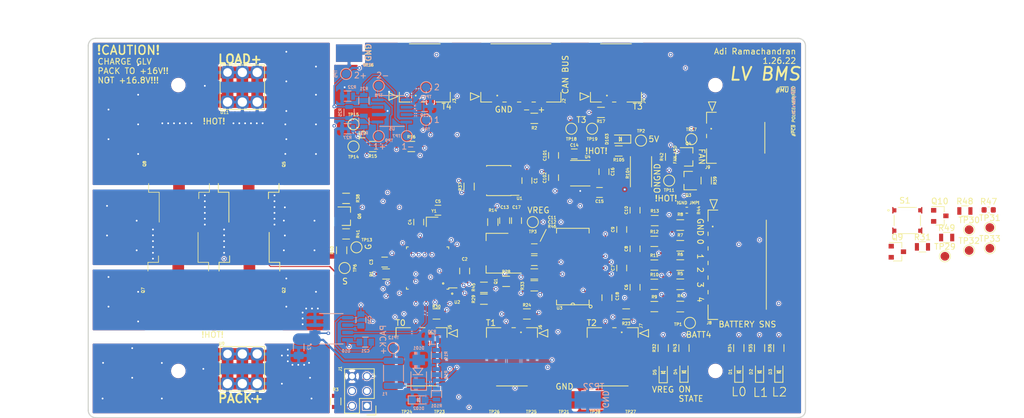
<source format=kicad_pcb>
(kicad_pcb (version 20171130) (host pcbnew 5.1.9-73d0e3b20d~88~ubuntu20.04.1)
  (layers (0 F.Cu signal) (1 In1.Cu power) (2 In2.Cu power) (31 B.Cu signal) (34 B.Paste user) (35 F.Paste user) (36 B.SilkS user) (37 F.SilkS user) (38 B.Mask user) (39 F.Mask user) (44 Edge.Cuts user))
  (net 0 "")
  (net 1 GND)
  (net 2 "Net-(C101-Pad1)")
  (net 3 "Net-(D102-Pad2)")
  (net 4 "Net-(D103-Pad2)")
  (net 5 +5V)
  (net 6 "Net-(C3-Pad1)")
  (net 7 "Net-(C4-Pad1)")
  (net 8 "Net-(C5-Pad1)")
  (net 9 "Net-(C6-Pad2)")
  (net 10 "Net-(C7-Pad2)")
  (net 11 "Net-(C8-Pad2)")
  (net 12 "Net-(C10-Pad1)")
  (net 13 "Net-(C11-Pad1)")
  (net 14 "Net-(C12-Pad1)")
  (net 15 "Net-(C13-Pad1)")
  (net 16 "Net-(C14-Pad1)")
  (net 17 "Net-(C15-Pad1)")
  (net 18 "Net-(C16-Pad1)")
  (net 19 /VREG)
  (net 20 /ON_STATE_CMPNTS_-)
  (net 21 "Net-(C20-Pad1)")
  (net 22 "Net-(D1-Pad2)")
  (net 23 "Net-(D2-Pad2)")
  (net 24 "Net-(D3-Pad2)")
  (net 25 "Net-(D4-Pad2)")
  (net 26 /BATT_4)
  (net 27 /RESET)
  (net 28 /MOSI)
  (net 29 /SCK)
  (net 30 /MISO)
  (net 31 /BATT_3)
  (net 32 /BATT_2)
  (net 33 /BATT_1)
  (net 34 /THERM_5_+)
  (net 35 /THERM_4_+)
  (net 36 /THERM_3_+)
  (net 37 /THERM_0_+)
  (net 38 /THERM_1_+)
  (net 39 /THERM_2_+)
  (net 40 "Net-(Q1-Pad1)")
  (net 41 "Net-(Q2-Pad2)")
  (net 42 "Net-(Q2-Pad1)")
  (net 43 "Net-(R4-Pad1)")
  (net 44 "Net-(R5-Pad1)")
  (net 45 "Net-(R6-Pad1)")
  (net 46 "Net-(R7-Pad1)")
  (net 47 "Net-(R18-Pad2)")
  (net 48 "Net-(R19-Pad2)")
  (net 49 /PACK_SIDE_CURRENT_PATH)
  (net 50 /LOAD_SIDE_CURRENT_PATH)
  (net 51 /LOAD_SIDE_DIV_SIG)
  (net 52 /CSB)
  (net 53 /LED_0_+)
  (net 54 /LED_1_+)
  (net 55 /MISO_LIM)
  (net 56 /LED_2_+)
  (net 57 /ON_STATE_CMPNTS_FET_DRIVE)
  (net 58 /CAN_STBY)
  (net 59 /LOAD_SWITCH_FET_DRIVE)
  (net 60 /COMP_1_OUT)
  (net 61 /COMP_2_OUT)
  (net 62 "Net-(U1-Pad5)")
  (net 63 /CAN_RX)
  (net 64 /CAN_TX)
  (net 65 "Net-(U2-Pad32)")
  (net 66 /CURRENT_SENSE_SIGNAL)
  (net 67 "Net-(U2-Pad21)")
  (net 68 "Net-(U3-Pad2)")
  (net 69 "Net-(U3-Pad5)")
  (net 70 "Net-(U3-Pad7)")
  (net 71 "Net-(U3-Pad18)")
  (net 72 "Net-(U3-Pad19)")
  (net 73 "Net-(U3-Pad20)")
  (net 74 "Net-(U3-Pad25)")
  (net 75 /SCK_LIM)
  (net 76 /MOSI_LIM)
  (net 77 "Net-(U3-Pad42)")
  (net 78 "Net-(U4-Pad5)")
  (net 79 /BATT_SIDE_DIV_SIG)
  (net 80 "Net-(Q2-Pad3)")
  (net 81 "Net-(U4-Pad9)")
  (net 82 "Net-(Q6-Pad3)")
  (net 83 /FAN_PWM_LSD)
  (net 84 /FAN_PWM)
  (net 85 "Net-(D5-Pad2)")
  (net 86 "Net-(F2-Pad1)")
  (net 87 /CAN_N)
  (net 88 /CAN_P)
  (net 89 "Net-(R8-Pad1)")
  (net 90 /BATT_0)
  (net 91 "Net-(C6-Pad1)")
  (net 92 /COMP_1_SIG)
  (net 93 "Net-(Q9-Pad1)")
  (net 94 /COMP_2_SIG)
  (net 95 "Net-(Q10-Pad1)")
  (net 96 /BTN)
  (module TestPoint:TestPoint_Pad_D1.5mm (layer F.Cu) (at 171.806 109.138)
    (fp_text reference TP33 (at 0 -1.648) (layer F.SilkS))
    (fp_text value Test_Point_SMD)
    (pad 1 smd circle (at 0 0) (size 1.5 1.5) (layers F.Cu F.Mask) (net 28 /MOSI))
  )
  (module TestPoint:TestPoint_Pad_D1.5mm (layer F.Cu) (at 168.256 109.508)
    (fp_text reference TP32 (at 0 -1.648) (layer F.SilkS))
    (fp_text value Test_Point_SMD)
    (pad 1 smd circle (at 0 0) (size 1.5 1.5) (layers F.Cu F.Mask) (net 29 /SCK))
  )
  (module TestPoint:TestPoint_Pad_D1.5mm (layer F.Cu) (at 171.806 105.588)
    (fp_text reference TP31 (at 0 -1.648) (layer F.SilkS))
    (fp_text value Test_Point_SMD)
    (pad 1 smd circle (at 0 0) (size 1.5 1.5) (layers F.Cu F.Mask) (net 30 /MISO))
  )
  (module TestPoint:TestPoint_Pad_D1.5mm (layer F.Cu) (at 168.256 105.958)
    (fp_text reference TP30 (at 0 -1.648) (layer F.SilkS))
    (fp_text value Test_Point_SMD)
    (pad 1 smd circle (at 0 0) (size 1.5 1.5) (layers F.Cu F.Mask) (net 94 /COMP_2_SIG))
  )
  (module TestPoint:TestPoint_Pad_D1.5mm (layer F.Cu) (at 164.106 110.508)
    (fp_text reference TP29 (at 0 -1.648) (layer F.SilkS))
    (fp_text value Test_Point_SMD)
    (pad 1 smd circle (at 0 0) (size 1.5 1.5) (layers F.Cu F.Mask) (net 92 /COMP_1_SIG))
  )
  (module footprints:SW_TL3315NF100Q (layer F.Cu) (at 157.657 104.378)
    (fp_text reference S1 (at -0.412 -3.423) (layer F.SilkS))
    (fp_text value Switch_NO)
    (pad 2 smd custom (at 2.23 -1.75) (size 0.5 0.5) (layers F.Cu) (net 5 +5V) (options (clearance outline) (anchor rect)) (primitives (gr_poly (pts (xy 0.145 0.35) (xy -0.355 0.35) (xy -0.355 -0.35) (xy 0.145 -0.35) (xy 0.145 -0.55) (xy 0.345 -0.55) (xy 0.345 0.55) (xy 0.145 0.55)) (width 0.01))))
    (pad 1 smd custom (at -2.23 -1.75) (size 0.5 0.5) (layers F.Cu) (net 5 +5V) (options (clearance outline) (anchor rect)) (primitives (gr_poly (pts (xy -0.145 0.55) (xy -0.345 0.55) (xy -0.345 -0.55) (xy -0.145 -0.55) (xy -0.145 -0.35) (xy 0.355 -0.35) (xy 0.355 0.35) (xy -0.145 0.35)) (width 0.01))))
    (pad 3 smd custom (at -2.23 1.75) (size 0.5 0.5) (layers F.Cu) (net 96 /BTN) (options (clearance outline) (anchor rect)) (primitives (gr_poly (pts (xy -0.145 0.55) (xy -0.345 0.55) (xy -0.345 -0.55) (xy -0.145 -0.55) (xy -0.145 -0.35) (xy 0.355 -0.35) (xy 0.355 0.35) (xy -0.145 0.35)) (width 0.01))))
    (pad 4 smd custom (at 2.23 1.75) (size 0.5 0.5) (layers F.Cu) (net 96 /BTN) (options (clearance outline) (anchor rect)) (primitives (gr_poly (pts (xy 0.145 0.35) (xy -0.355 0.35) (xy -0.355 -0.35) (xy 0.145 -0.35) (xy 0.145 -0.55) (xy 0.345 -0.55) (xy 0.345 0.55) (xy 0.145 0.55)) (width 0.01))))
  )
  (module footprints:R_0805_OEM (layer F.Cu) (at 164.406 107.293)
    (fp_text reference R49 (at 0 -1.65) (layer F.SilkS))
    (fp_text value R_10K hide)
    (pad 2 smd rect (at 0.95 0) (size 0.7 1.3) (layers F.Cu F.Paste F.Mask) (net 94 /COMP_2_SIG))
    (pad 1 smd rect (at -0.95 0) (size 0.7 1.3) (layers F.Cu F.Paste F.Mask) (net 5 +5V))
  )
  (module footprints:R_0805_OEM (layer F.Cu) (at 167.526 102.743)
    (fp_text reference R48 (at 0 -1.65) (layer F.SilkS))
    (fp_text value R_10K hide)
    (pad 2 smd rect (at 0.95 0) (size 0.7 1.3) (layers F.Cu F.Paste F.Mask) (net 92 /COMP_1_SIG))
    (pad 1 smd rect (at -0.95 0) (size 0.7 1.3) (layers F.Cu F.Paste F.Mask) (net 5 +5V))
  )
  (module footprints:R_0603_1608Metric (layer F.Cu) (at 171.606 102.558)
    (fp_text reference R47 (at 0 -1.43) (layer F.SilkS))
    (fp_text value R_0)
    (pad 2 smd roundrect (at 0.7875 0) (size 0.875 0.95) (layers F.Cu F.Paste F.Mask) (net 26 /BATT_4))
    (pad 1 smd roundrect (at -0.7875 0) (size 0.875 0.95) (layers F.Cu F.Paste F.Mask) (net 49 /PACK_SIDE_CURRENT_PATH))
  )
  (module footprints:R_0805_OEM (layer F.Cu) (at 160.256 108.893)
    (fp_text reference R31 (at 0 -1.65) (layer F.SilkS))
    (fp_text value R_10K hide)
    (pad 2 smd rect (at 0.95 0) (size 0.7 1.3) (layers F.Cu F.Paste F.Mask) (net 1 GND))
    (pad 1 smd rect (at -0.95 0) (size 0.7 1.3) (layers F.Cu F.Paste F.Mask) (net 96 /BTN))
  )
  (module footprints:SOT-23F (layer F.Cu) (at 163.226 103.578)
    (fp_text reference Q10 (at 0 -2.5) (layer F.SilkS))
    (fp_text value SSM3K333R hide)
    (pad 3 smd rect (at 1.05 0) (size 0.9 0.8) (layers F.Cu F.Paste F.Mask) (net 94 /COMP_2_SIG))
    (pad 2 smd rect (at -1.05 0.95) (size 0.9 0.8) (layers F.Cu F.Paste F.Mask) (net 1 GND))
    (pad 1 smd rect (at -1.05 -0.95) (size 0.9 0.8) (layers F.Cu F.Paste F.Mask) (net 95 "Net-(Q10-Pad1)"))
  )
  (module footprints:SOT-23F (layer F.Cu) (at 155.956 109.728)
    (fp_text reference Q9 (at 0 -2.5) (layer F.SilkS))
    (fp_text value SSM3K333R hide)
    (pad 3 smd rect (at 1.05 0) (size 0.9 0.8) (layers F.Cu F.Paste F.Mask) (net 92 /COMP_1_SIG))
    (pad 2 smd rect (at -1.05 0.95) (size 0.9 0.8) (layers F.Cu F.Paste F.Mask) (net 1 GND))
    (pad 1 smd rect (at -1.05 -0.95) (size 0.9 0.8) (layers F.Cu F.Paste F.Mask) (net 93 "Net-(Q9-Pad1)"))
  )
  (module footprints:TO-263-3-TabPin2 (layer F.Cu) (at 30.988 94.742 90)
    (fp_text reference Q8 (at 0.09 -4.064 90) (layer F.SilkS) (effects (font (size 0.5 0.5) (thickness 0.11))))
    (fp_text value SQM110P06 hide)
    (pad 1 smd rect (at -7.615 -0.7 90) (size 4.6 1.1) (layers F.Cu F.Paste F.Mask) (net 42 "Net-(Q2-Pad1)"))
    (pad 2 smd rect (at 1.535 1.84 90) (size 9.4 10.8) (layers F.Cu F.Mask) (net 50 /LOAD_SIDE_CURRENT_PATH))
    (pad 3 smd rect (at -7.615 4.38 90) (size 4.6 1.1) (layers F.Cu F.Paste F.Mask) (net 80 "Net-(Q2-Pad3)"))
    (pad 2 smd rect (at -7.615 1.84 90) (size 4.6 1.1) (layers F.Cu F.Paste F.Mask) (net 50 /LOAD_SIDE_CURRENT_PATH))
  )
  (module footprints:TO-263-3-TabPin2 (layer F.Cu) (at 34.544 116.332 270)
    (fp_text reference Q7 (at 0 7.874 90) (layer F.SilkS) (effects (font (size 0.5 0.5) (thickness 0.11))))
    (fp_text value SQM110P06 hide)
    (pad 1 smd rect (at -7.615 -0.7 270) (size 4.6 1.1) (layers F.Cu F.Paste F.Mask) (net 42 "Net-(Q2-Pad1)"))
    (pad 2 smd rect (at 1.535 1.84 270) (size 9.4 10.8) (layers F.Cu F.Mask) (net 41 "Net-(Q2-Pad2)"))
    (pad 3 smd rect (at -7.615 4.38 270) (size 4.6 1.1) (layers F.Cu F.Paste F.Mask) (net 80 "Net-(Q2-Pad3)"))
    (pad 2 smd rect (at -7.615 1.84 270) (size 4.6 1.1) (layers F.Cu F.Paste F.Mask) (net 41 "Net-(Q2-Pad2)"))
  )
  (module footprints:Test_Point_SMD (layer F.Cu) (at 104.14 135.128)
    (fp_text reference TP28 (at 0 2.032) (layer F.SilkS) (effects (font (size 0.5 0.5) (thickness 0.11))))
    (fp_text value Test_Point_SMD)
    (pad 1 smd rect (at 0 0) (size 4.5 3) (layers F.Cu F.Paste F.Mask) (net 20 /ON_STATE_CMPNTS_-))
  )
  (module footprints:Test_Point_SMD (layer F.Cu) (at 110.236 135.128)
    (fp_text reference TP27 (at 0 2.032) (layer F.SilkS) (effects (font (size 0.5 0.5) (thickness 0.11))))
    (fp_text value Test_Point_SMD)
    (pad 1 smd rect (at 0 0) (size 4.5 3) (layers F.Cu F.Paste F.Mask) (net 39 /THERM_2_+))
  )
  (module footprints:Test_Point_SMD (layer F.Cu) (at 86.868 135.128)
    (fp_text reference TP26 (at 0 2.032) (layer F.SilkS) (effects (font (size 0.5 0.5) (thickness 0.11))))
    (fp_text value Test_Point_SMD)
    (pad 1 smd rect (at 0 0) (size 4.5 3) (layers F.Cu F.Paste F.Mask) (net 20 /ON_STATE_CMPNTS_-))
  )
  (module footprints:Test_Point_SMD (layer F.Cu) (at 93.218 135.128)
    (fp_text reference TP25 (at 0 2.032) (layer F.SilkS) (effects (font (size 0.5 0.5) (thickness 0.11))))
    (fp_text value Test_Point_SMD)
    (pad 1 smd rect (at 0 0) (size 4.5 3) (layers F.Cu F.Paste F.Mask) (net 38 /THERM_1_+))
  )
  (module footprints:Test_Point_SMD (layer F.Cu) (at 71.882 135.128)
    (fp_text reference TP24 (at 0 2.032) (layer F.SilkS) (effects (font (size 0.5 0.5) (thickness 0.11))))
    (fp_text value Test_Point_SMD)
    (pad 1 smd rect (at 0 0) (size 4.5 3) (layers F.Cu F.Paste F.Mask) (net 20 /ON_STATE_CMPNTS_-))
  )
  (module footprints:Test_Point_SMD (layer F.Cu) (at 77.47 135.128)
    (fp_text reference TP23 (at 0 2.032) (layer F.SilkS) (effects (font (size 0.5 0.5) (thickness 0.11))))
    (fp_text value Test_Point_SMD)
    (pad 1 smd rect (at 0 0) (size 4.5 3) (layers F.Cu F.Paste F.Mask) (net 37 /THERM_0_+))
  )
  (module footprints:NanoFit_RA_SMT_04 (layer F.Cu) (at 87.376 83.122 180)
    (fp_text reference J2 (at -11.43 -0.762 90) (layer F.SilkS) (effects (font (size 0.5 0.5) (thickness 0.11))))
    (fp_text value NanoFit_RA_SMT_04 hide)
    (fp_text user * (at 0 0) (layer F.SilkS) (effects (font (size 0.5 0.5) (thickness 0.11))))
    (pad 1 smd rect (at 0 0 180) (size 1.24 2.5) (layers F.Cu F.Paste F.Mask) (net 1 GND))
    (pad 2 smd rect (at -2.5 0 180) (size 1.24 2.5) (layers F.Cu F.Paste F.Mask) (net 1 GND))
    (pad 3 smd rect (at -5 0 180) (size 1.24 2.5) (layers F.Cu F.Paste F.Mask) (net 87 /CAN_N))
    (pad 4 smd rect (at -7.5 0 180) (size 1.24 2.5) (layers F.Cu F.Paste F.Mask) (net 88 /CAN_P))
    (pad 5 smd rect (at 1.969958 4.93 180) (size 1.1 8.200002) (layers F.Cu F.Paste F.Mask))
    (pad 6 smd rect (at -10.070018 4.93 180) (size 1.1 8.200002) (layers F.Cu F.Paste F.Mask))
  )
  (module footprints:Test_Point_SMD (layer B.Cu) (at 102.87 135.128)
    (fp_text reference TP22 (at 1.016 -2.286) (layer B.SilkS) (effects (justify mirror)))
    (fp_text value Test_Point_SMD)
    (pad 1 smd rect (at 0 0) (size 4.5 3) (layers B.Cu B.Paste B.Mask) (net 1 GND))
  )
  (module footprints:Test_Point_SMD (layer F.Cu) (at 98.552 135.128)
    (fp_text reference TP21 (at 0.254 2.032) (layer F.SilkS) (effects (font (size 0.5 0.5) (thickness 0.11))))
    (fp_text value Test_Point_SMD)
    (pad 1 smd rect (at 0 0) (size 4.5 3) (layers F.Cu F.Paste F.Mask) (net 1 GND))
  )
  (module footprints:SOT-23F (layer F.Cu) (at 120.142 93.472)
    (fp_text reference Q4 (at 0 -2.286) (layer F.SilkS) (effects (font (size 0.5 0.5) (thickness 0.11))))
    (fp_text value SSM3K333R hide)
    (pad 3 smd rect (at 1.05 0) (size 0.9 0.8) (layers F.Cu F.Paste F.Mask) (net 83 /FAN_PWM_LSD))
    (pad 2 smd rect (at -1.05 0.95) (size 0.9 0.8) (layers F.Cu F.Paste F.Mask) (net 1 GND))
    (pad 1 smd rect (at -1.05 -0.95) (size 0.9 0.8) (layers F.Cu F.Paste F.Mask) (net 84 /FAN_PWM))
  )
  (module footprints:SOT-23F (layer F.Cu) (at 120.142 97.536 180)
    (fp_text reference Q3 (at 0 -2.5) (layer F.SilkS) (effects (font (size 0.5 0.5) (thickness 0.11))))
    (fp_text value SSM3K333R hide)
    (pad 3 smd rect (at 1.05 0 180) (size 0.9 0.8) (layers F.Cu F.Paste F.Mask) (net 20 /ON_STATE_CMPNTS_-))
    (pad 2 smd rect (at -1.05 0.95 180) (size 0.9 0.8) (layers F.Cu F.Paste F.Mask) (net 1 GND))
    (pad 1 smd rect (at -1.05 -0.95 180) (size 0.9 0.8) (layers F.Cu F.Paste F.Mask) (net 57 /ON_STATE_CMPNTS_FET_DRIVE))
  )
  (module footprints:Test_Point_SMD (layer B.Cu) (at 61.976 75.692)
    (fp_text reference TP20 (at 3.302 2.032) (layer B.SilkS) (effects (font (size 0.5 0.5) (thickness 0.11)) (justify mirror)))
    (fp_text value Test_Point_SMD)
    (pad 1 smd rect (at 0 0) (size 4.5 3) (layers B.Cu B.Paste B.Mask) (net 1 GND))
  )
  (module footprints:Test_Point_SMD (layer F.Cu) (at 61.976 75.692)
    (fp_text reference TP16 (at 3.302 2.032 180) (layer F.SilkS) (effects (font (size 0.5 0.5) (thickness 0.11))))
    (fp_text value Test_Point_SMD hide)
    (pad 1 smd rect (at 0 0) (size 4.5 3) (layers F.Cu F.Paste F.Mask) (net 1 GND))
  )
  (module footprints:C_0805_OEM (layer F.Cu) (at 104.902 99.568)
    (fp_text reference C15 (at 0 1.524) (layer F.SilkS) (effects (font (size 0.5 0.5) (thickness 0.11))))
    (fp_text value C_10nF hide)
    (pad 2 smd rect (at 1 0) (size 1 1.25) (layers F.Cu F.Paste F.Mask) (net 1 GND))
    (pad 1 smd rect (at -1 0) (size 1 1.25) (layers F.Cu F.Paste F.Mask) (net 17 "Net-(C15-Pad1)"))
  )
  (module footprints:C_0805_OEM (layer F.Cu) (at 110.998 102.616 90)
    (fp_text reference C10 (at 0 -1.5 90) (layer F.SilkS) (effects (font (size 0.5 0.5) (thickness 0.11))))
    (fp_text value C_10nF hide)
    (pad 2 smd rect (at 1 0 90) (size 1 1.25) (layers F.Cu F.Paste F.Mask) (net 1 GND))
    (pad 1 smd rect (at -1 0 90) (size 1 1.25) (layers F.Cu F.Paste F.Mask) (net 12 "Net-(C10-Pad1)"))
  )
  (module footprints:C_0805_OEM (layer F.Cu) (at 108.712 105.918 90)
    (fp_text reference C9 (at 0 -1.5 90) (layer F.SilkS) (effects (font (size 0.5 0.5) (thickness 0.11))))
    (fp_text value C_10nF hide)
    (pad 2 smd rect (at 1 0 90) (size 1 1.25) (layers F.Cu F.Paste F.Mask) (net 12 "Net-(C10-Pad1)"))
    (pad 1 smd rect (at -1 0 90) (size 1 1.25) (layers F.Cu F.Paste F.Mask) (net 11 "Net-(C8-Pad2)"))
  )
  (module footprints:C_0805_OEM (layer F.Cu) (at 110.998 109.22 90)
    (fp_text reference C8 (at 0 -1.5 90) (layer F.SilkS) (effects (font (size 0.5 0.5) (thickness 0.11))))
    (fp_text value C_10nF hide)
    (pad 2 smd rect (at 1 0 90) (size 1 1.25) (layers F.Cu F.Paste F.Mask) (net 11 "Net-(C8-Pad2)"))
    (pad 1 smd rect (at -1 0 90) (size 1 1.25) (layers F.Cu F.Paste F.Mask) (net 10 "Net-(C7-Pad2)"))
  )
  (module footprints:C_0805_OEM (layer F.Cu) (at 108.712 112.522 90)
    (fp_text reference C7 (at 0 -1.5 90) (layer F.SilkS) (effects (font (size 0.5 0.5) (thickness 0.11))))
    (fp_text value C_10nF hide)
    (pad 2 smd rect (at 1 0 90) (size 1 1.25) (layers F.Cu F.Paste F.Mask) (net 10 "Net-(C7-Pad2)"))
    (pad 1 smd rect (at -1 0 90) (size 1 1.25) (layers F.Cu F.Paste F.Mask) (net 9 "Net-(C6-Pad2)"))
  )
  (module footprints:C_0805_OEM (layer F.Cu) (at 110.998 115.824 90)
    (fp_text reference C6 (at 0 -1.5 90) (layer F.SilkS) (effects (font (size 0.5 0.5) (thickness 0.11))))
    (fp_text value C_10nF hide)
    (pad 2 smd rect (at 1 0 90) (size 1 1.25) (layers F.Cu F.Paste F.Mask) (net 9 "Net-(C6-Pad2)"))
    (pad 1 smd rect (at -1 0 90) (size 1 1.25) (layers F.Cu F.Paste F.Mask) (net 91 "Net-(C6-Pad1)"))
  )
  (module TestPoint:TestPoint_Pad_D1.5mm (layer F.Cu) (at 103.626 88.646)
    (fp_text reference TP19 (at 0.006 1.778 180) (layer F.SilkS) (effects (font (size 0.5 0.5) (thickness 0.11))))
    (fp_text value Test_Point_SMD hide)
    (pad 1 smd circle (at 0 0) (size 1.5 1.5) (layers F.Cu F.Mask) (net 20 /ON_STATE_CMPNTS_-))
  )
  (module TestPoint:TestPoint_Pad_D1.5mm (layer F.Cu) (at 100.076 88.646)
    (fp_text reference TP18 (at 0 1.778) (layer F.SilkS) (effects (font (size 0.5 0.5) (thickness 0.11))))
    (fp_text value Test_Point_SMD hide)
    (pad 1 smd circle (at 0 0) (size 1.5 1.5) (layers F.Cu F.Mask) (net 36 /THERM_3_+))
  )
  (module formula:MountingHole_2.2mm_M2 (layer F.Cu) (at 124.766 130.164)
    (fp_text reference REF**)
    (fp_text value MountingHole_2.2mm_M2 hide)
    (pad 1 np_thru_hole circle (at 0 0) (size 2.2 2.2) (drill 2.2) (layers *.Cu *.Mask))
  )
  (module formula:MountingHole_2.2mm_M2 (layer F.Cu) (at 124.766 81.164)
    (fp_text reference REF**)
    (fp_text value MountingHole_2.2mm_M2 hide)
    (pad 1 np_thru_hole circle (at 0 0) (size 2.2 2.2) (drill 2.2) (layers *.Cu *.Mask))
  )
  (module footprints:R_0805_OEM (layer B.Cu) (at 76.962 127.508 90)
    (fp_text reference R19 (at 0 1.65 90) (layer B.SilkS) (effects (font (size 0.5 0.5) (thickness 0.11)) (justify mirror)))
    (fp_text value R_1.5k hide)
    (pad 2 smd rect (at 0.95 0 90) (size 0.7 1.3) (layers B.Cu B.Paste B.Mask) (net 48 "Net-(R19-Pad2)"))
    (pad 1 smd rect (at -0.95 0 90) (size 0.7 1.3) (layers B.Cu B.Paste B.Mask) (net 47 "Net-(R18-Pad2)"))
  )
  (module TestPoint:TestPoint_Pad_D1.5mm (layer F.Cu) (at 120.65 90.424)
    (fp_text reference TP17 (at 0 -1.648) (layer F.SilkS) (effects (font (size 0.5 0.5) (thickness 0.11))))
    (fp_text value Test_Point_SMD hide)
    (pad 1 smd circle (at 0 0) (size 1.5 1.5) (layers F.Cu F.Mask) (net 83 /FAN_PWM_LSD))
  )
  (module TestPoint:TestPoint_Pad_D1.5mm (layer F.Cu) (at 62.738 87.884)
    (fp_text reference TP15 (at 0 -1.648) (layer F.SilkS) (effects (font (size 0.5 0.5) (thickness 0.11))))
    (fp_text value Test_Point_SMD hide)
    (pad 1 smd circle (at 0 0) (size 1.5 1.5) (layers F.Cu F.Mask) (net 20 /ON_STATE_CMPNTS_-))
  )
  (module TestPoint:TestPoint_Pad_D1.5mm (layer F.Cu) (at 62.738 91.694)
    (fp_text reference TP14 (at 0 1.778) (layer F.SilkS) (effects (font (size 0.5 0.5) (thickness 0.11))))
    (fp_text value Test_Point_SMD hide)
    (pad 1 smd circle (at 0 0) (size 1.5 1.5) (layers F.Cu F.Mask) (net 34 /THERM_5_+))
  )
  (module TestPoint:TestPoint_Pad_D1.5mm (layer F.Cu) (at 63.246 108.966)
    (fp_text reference TP13 (at 1.778 -1.27) (layer F.SilkS) (effects (font (size 0.5 0.5) (thickness 0.11))))
    (fp_text value Test_Point_SMD hide)
    (pad 1 smd circle (at 0 0) (size 1.5 1.5) (layers F.Cu F.Mask) (net 42 "Net-(Q2-Pad1)"))
  )
  (module TestPoint:TestPoint_Pad_D1.5mm (layer B.Cu) (at 69.596 126.238)
    (fp_text reference TP12 (at 0 -1.778) (layer B.SilkS) (effects (font (size 0.5 0.5) (thickness 0.11)) (justify mirror)))
    (fp_text value Test_Point_SMD)
    (pad 1 smd circle (at 0 0) (size 1.5 1.5) (layers B.Cu B.Mask) (net 49 /PACK_SIDE_CURRENT_PATH))
  )
  (module TestPoint:TestPoint_Pad_D1.5mm (layer F.Cu) (at 116.84 97.536 180)
    (fp_text reference TP11 (at 0 -1.648) (layer F.SilkS) (effects (font (size 0.5 0.5) (thickness 0.11))))
    (fp_text value Test_Point_SMD hide)
    (pad 1 smd circle (at 0 0 180) (size 1.5 1.5) (layers F.Cu F.Mask) (net 20 /ON_STATE_CMPNTS_-))
  )
  (module TestPoint:TestPoint_Pad_D1.5mm (layer B.Cu) (at 75.184 81.534)
    (fp_text reference TP10 (at 0 1.648) (layer B.SilkS) (effects (font (size 0.5 0.5) (thickness 0.11)) (justify mirror)))
    (fp_text value Test_Point_SMD)
    (pad 1 smd circle (at 0 0) (size 1.5 1.5) (layers B.Cu B.Mask) (net 95 "Net-(Q10-Pad1)"))
  )
  (module TestPoint:TestPoint_Pad_D1.5mm (layer B.Cu) (at 67.056 89.916)
    (fp_text reference TP9 (at 1.778 0.762) (layer B.SilkS) (effects (font (size 0.5 0.5) (thickness 0.11)) (justify mirror)))
    (fp_text value Test_Point_SMD)
    (pad 1 smd circle (at 0 0) (size 1.5 1.5) (layers B.Cu B.Mask) (net 50 /LOAD_SIDE_CURRENT_PATH))
  )
  (module TestPoint:TestPoint_Pad_D1.5mm (layer B.Cu) (at 67.056 81.28)
    (fp_text reference TP8 (at 0 1.648) (layer B.SilkS) (effects (font (size 0.5 0.5) (thickness 0.11)) (justify mirror)))
    (fp_text value Test_Point_SMD)
    (pad 1 smd circle (at 0 0) (size 1.5 1.5) (layers B.Cu B.Mask) (net 51 /LOAD_SIDE_DIV_SIG))
  )
  (module TestPoint:TestPoint_Pad_D1.5mm (layer B.Cu) (at 71.882 89.916)
    (fp_text reference TP7 (at -1.778 0) (layer B.SilkS) (effects (font (size 0.5 0.5) (thickness 0.11)) (justify mirror)))
    (fp_text value Test_Point_SMD)
    (pad 1 smd circle (at 0 0) (size 1.5 1.5) (layers B.Cu B.Mask) (net 79 /BATT_SIDE_DIV_SIG))
  )
  (module TestPoint:TestPoint_Pad_D1.5mm (layer F.Cu) (at 61.214 112.522)
    (fp_text reference TP6 (at 1.778 0 90) (layer F.SilkS) (effects (font (size 0.5 0.5) (thickness 0.11))))
    (fp_text value Test_Point_SMD hide)
    (pad 1 smd circle (at 0 0) (size 1.5 1.5) (layers F.Cu F.Mask) (net 80 "Net-(Q2-Pad3)"))
  )
  (module TestPoint:TestPoint_Pad_D1.5mm (layer B.Cu) (at 61.468 79.248)
    (fp_text reference TP5 (at -1.778 0 90) (layer B.SilkS) (effects (font (size 0.5 0.5) (thickness 0.11)) (justify mirror)))
    (fp_text value Test_Point_SMD)
    (pad 1 smd circle (at 0 0) (size 1.5 1.5) (layers B.Cu B.Mask) (net 49 /PACK_SIDE_CURRENT_PATH))
  )
  (module TestPoint:TestPoint_Pad_D1.5mm (layer B.Cu) (at 75.184 87.122)
    (fp_text reference TP4 (at 0 1.648) (layer B.SilkS) (effects (font (size 0.5 0.5) (thickness 0.11)) (justify mirror)))
    (fp_text value Test_Point_SMD)
    (pad 1 smd circle (at 0 0) (size 1.5 1.5) (layers B.Cu B.Mask) (net 93 "Net-(Q9-Pad1)"))
  )
  (module TestPoint:TestPoint_Pad_D1.5mm (layer F.Cu) (at 93.472 104.648 180)
    (fp_text reference TP3 (at 0 -1.648) (layer F.SilkS) (effects (font (size 0.5 0.5) (thickness 0.11))))
    (fp_text value Test_Point_SMD hide)
    (pad 1 smd circle (at 0 0 180) (size 1.5 1.5) (layers F.Cu F.Mask) (net 19 /VREG))
  )
  (module TestPoint:TestPoint_Pad_D1.5mm (layer F.Cu) (at 112.014 90.678)
    (fp_text reference TP2 (at 0 -1.648) (layer F.SilkS) (effects (font (size 0.5 0.5) (thickness 0.11))))
    (fp_text value Test_Point_SMD)
    (pad 1 smd circle (at 0 0) (size 1.5 1.5) (layers F.Cu F.Mask) (net 18 "Net-(C16-Pad1)"))
  )
  (module TestPoint:TestPoint_Pad_D1.5mm (layer F.Cu) (at 120.396 121.92)
    (fp_text reference TP1 (at -2.032 0.254) (layer F.SilkS) (effects (font (size 0.5 0.5) (thickness 0.11))))
    (fp_text value Test_Point_SMD hide)
    (pad 1 smd circle (at 0 0) (size 1.5 1.5) (layers F.Cu F.Mask) (net 26 /BATT_4))
  )
  (module footprints:R_0805_OEM (layer F.Cu) (at 93.726 113.538)
    (fp_text reference R46 (at 3.048 -8.128 180) (layer F.SilkS) (effects (font (size 0.5 0.5) (thickness 0.11))))
    (fp_text value R_500 hide)
    (pad 2 smd rect (at 0.95 0) (size 0.7 1.3) (layers F.Cu F.Paste F.Mask) (net 75 /SCK_LIM))
    (pad 1 smd rect (at -0.95 0) (size 0.7 1.3) (layers F.Cu F.Paste F.Mask) (net 29 /SCK))
  )
  (module footprints:R_0805_OEM (layer F.Cu) (at 85.09 115.824)
    (fp_text reference R45 (at -1.778 0 90) (layer F.SilkS) (effects (font (size 0.5 0.5) (thickness 0.11))))
    (fp_text value R_500 hide)
    (pad 2 smd rect (at 0.95 0) (size 0.7 1.3) (layers F.Cu F.Paste F.Mask) (net 76 /MOSI_LIM))
    (pad 1 smd rect (at -0.95 0) (size 0.7 1.3) (layers F.Cu F.Paste F.Mask) (net 28 /MOSI))
  )
  (module footprints:R_0805_OEM (layer F.Cu) (at 85.09 117.856)
    (fp_text reference R29 (at -1.778 0 270) (layer F.SilkS) (effects (font (size 0.5 0.5) (thickness 0.11))))
    (fp_text value R_500 hide)
    (pad 2 smd rect (at 0.95 0) (size 0.7 1.3) (layers F.Cu F.Paste F.Mask) (net 55 /MISO_LIM))
    (pad 1 smd rect (at -0.95 0) (size 0.7 1.3) (layers F.Cu F.Paste F.Mask) (net 30 /MISO))
  )
  (module footprints:NanoFit_RA_SMT_02 (layer F.Cu) (at 124.206 88.646 90)
    (fp_text reference J9 (at -6.604 -0.762 180) (layer F.SilkS) (effects (font (size 0.5 0.5) (thickness 0.11))))
    (fp_text value NanoFit_RA_SMT_02 hide)
    (fp_text user * (at 0 0 90) (layer F.SilkS) (effects (font (size 0.5 0.5) (thickness 0.11))))
    (pad 1 smd rect (at 0 0 90) (size 1.24 2.5) (layers F.Cu F.Paste F.Mask) (net 49 /PACK_SIDE_CURRENT_PATH))
    (pad 2 smd rect (at -2.5 0 90) (size 1.24 2.5) (layers F.Cu F.Paste F.Mask) (net 83 /FAN_PWM_LSD))
    (pad 3 smd rect (at 1.969983 4.93 90) (size 1.1 8.200002) (layers F.Cu F.Paste F.Mask) (net 1 GND))
    (pad 4 smd rect (at -5.070003 4.93 90) (size 1.1 8.200002) (layers F.Cu F.Paste F.Mask) (net 1 GND))
  )
  (module footprints:NanoFit_RA_SMT_06 (layer F.Cu) (at 124.46 105.41 90)
    (fp_text reference J8 (at -16.51 -0.762 180) (layer F.SilkS) (effects (font (size 0.5 0.5) (thickness 0.11))))
    (fp_text value NanoFit_RA_SMT_06_A hide)
    (fp_text user * (at 0 0 90) (layer F.SilkS) (effects (font (size 0.5 0.5) (thickness 0.11))))
    (pad 1 smd rect (at 0 0 90) (size 1.24 2.5) (layers F.Cu F.Paste F.Mask) (net 1 GND))
    (pad 2 smd rect (at -2.5 0 90) (size 1.24 2.5) (layers F.Cu F.Paste F.Mask) (net 90 /BATT_0))
    (pad 3 smd rect (at -5 0 90) (size 1.24 2.5) (layers F.Cu F.Paste F.Mask) (net 33 /BATT_1))
    (pad 4 smd rect (at -7.5 0 90) (size 1.24 2.5) (layers F.Cu F.Paste F.Mask) (net 32 /BATT_2))
    (pad 5 smd rect (at -10 0 90) (size 1.24 2.5) (layers F.Cu F.Paste F.Mask) (net 31 /BATT_3))
    (pad 6 smd rect (at -12.5 0 90) (size 1.24 2.5) (layers F.Cu F.Paste F.Mask) (net 26 /BATT_4))
    (pad 7 smd rect (at 1.969933 4.93 90) (size 1.1 8.200002) (layers F.Cu F.Paste F.Mask) (net 1 GND))
    (pad 8 smd rect (at -15.070033 4.93 90) (size 1.1 8.200002) (layers F.Cu F.Paste F.Mask) (net 1 GND))
  )
  (module footprints:NanoFit_RA_SMT_02 (layer F.Cu) (at 108.712 123.698)
    (fp_text reference J7 (at 3.302 -1.27 90) (layer F.SilkS) (effects (font (size 0.5 0.5) (thickness 0.11))))
    (fp_text value NanoFit_RA_SMT_02 hide)
    (fp_text user * (at 0 0) (layer F.SilkS) (effects (font (size 0.5 0.5) (thickness 0.11))))
    (pad 1 smd rect (at 0 0) (size 1.24 2.5) (layers F.Cu F.Paste F.Mask) (net 39 /THERM_2_+))
    (pad 2 smd rect (at -2.5 0) (size 1.24 2.5) (layers F.Cu F.Paste F.Mask) (net 20 /ON_STATE_CMPNTS_-))
    (pad 3 smd rect (at 1.969983 4.93) (size 1.1 8.200002) (layers F.Cu F.Paste F.Mask) (net 1 GND))
    (pad 4 smd rect (at -5.070003 4.93) (size 1.1 8.200002) (layers F.Cu F.Paste F.Mask) (net 1 GND))
  )
  (module footprints:NanoFit_RA_SMT_02 (layer F.Cu) (at 91.44 123.698)
    (fp_text reference J6 (at 3.302 -1.016 270) (layer F.SilkS) (effects (font (size 0.5 0.5) (thickness 0.11))))
    (fp_text value NanoFit_RA_SMT_02 hide)
    (fp_text user * (at 0 0) (layer F.SilkS) (effects (font (size 0.5 0.5) (thickness 0.11))))
    (pad 1 smd rect (at 0 0) (size 1.24 2.5) (layers F.Cu F.Paste F.Mask) (net 38 /THERM_1_+))
    (pad 2 smd rect (at -2.5 0) (size 1.24 2.5) (layers F.Cu F.Paste F.Mask) (net 20 /ON_STATE_CMPNTS_-))
    (pad 3 smd rect (at 1.969983 4.93) (size 1.1 8.200002) (layers F.Cu F.Paste F.Mask) (net 1 GND))
    (pad 4 smd rect (at -5.070003 4.93) (size 1.1 8.200002) (layers F.Cu F.Paste F.Mask) (net 1 GND))
  )
  (module footprints:NanoFit_RA_SMT_02 (layer F.Cu) (at 75.946 123.698)
    (fp_text reference J5 (at 3.302 -1.016 90) (layer F.SilkS) (effects (font (size 0.5 0.5) (thickness 0.11))))
    (fp_text value NanoFit_RA_SMT_02 hide)
    (fp_text user * (at 0 0) (layer F.SilkS) (effects (font (size 0.5 0.5) (thickness 0.11))))
    (pad 1 smd rect (at 0 0) (size 1.24 2.5) (layers F.Cu F.Paste F.Mask) (net 37 /THERM_0_+))
    (pad 2 smd rect (at -2.5 0) (size 1.24 2.5) (layers F.Cu F.Paste F.Mask) (net 20 /ON_STATE_CMPNTS_-))
    (pad 3 smd rect (at 1.969983 4.93) (size 1.1 8.200002) (layers F.Cu F.Paste F.Mask) (net 1 GND))
    (pad 4 smd rect (at -5.070003 4.93) (size 1.1 8.200002) (layers F.Cu F.Paste F.Mask) (net 1 GND))
  )
  (module footprints:NanoFit_RA_SMT_02 (layer F.Cu) (at 106.172 83.122 180)
    (fp_text reference J4 (at -6.35 -0.762 90) (layer F.SilkS) (effects (font (size 0.5 0.5) (thickness 0.11))))
    (fp_text value NanoFit_RA_SMT_02 hide)
    (fp_text user * (at 0 0) (layer F.SilkS) (effects (font (size 0.5 0.5) (thickness 0.11))))
    (pad 1 smd rect (at 0 0 180) (size 1.24 2.5) (layers F.Cu F.Paste F.Mask) (net 36 /THERM_3_+))
    (pad 2 smd rect (at -2.5 0 180) (size 1.24 2.5) (layers F.Cu F.Paste F.Mask) (net 20 /ON_STATE_CMPNTS_-))
    (pad 3 smd rect (at 1.969983 4.93 180) (size 1.1 8.200002) (layers F.Cu F.Paste F.Mask) (net 1 GND))
    (pad 4 smd rect (at -5.070003 4.93 180) (size 1.1 8.200002) (layers F.Cu F.Paste F.Mask) (net 1 GND))
  )
  (module footprints:NanoFit_RA_SMT_02 (layer F.Cu) (at 73.406 83.122 180)
    (fp_text reference J3 (at -6.604 -0.762 90) (layer F.SilkS) (effects (font (size 0.5 0.5) (thickness 0.11))))
    (fp_text value NanoFit_RA_SMT_02 hide)
    (fp_text user * (at 0 0) (layer F.SilkS) (effects (font (size 0.5 0.5) (thickness 0.11))))
    (pad 1 smd rect (at 0 0 180) (size 1.24 2.5) (layers F.Cu F.Paste F.Mask) (net 35 /THERM_4_+))
    (pad 2 smd rect (at -2.5 0 180) (size 1.24 2.5) (layers F.Cu F.Paste F.Mask) (net 20 /ON_STATE_CMPNTS_-))
    (pad 3 smd rect (at 1.969983 4.93 180) (size 1.1 8.200002) (layers F.Cu F.Paste F.Mask) (net 1 GND))
    (pad 4 smd rect (at -5.070003 4.93 180) (size 1.1 8.200002) (layers F.Cu F.Paste F.Mask) (net 1 GND))
  )
  (module footprints:R_0603_1608Metric (layer F.Cu) (at 119.8625 102.616 180)
    (fp_text reference R44 (at -2.0575 0 90) (layer F.SilkS) (effects (font (size 0.5 0.5) (thickness 0.11))))
    (fp_text value R_0 hide)
    (pad 2 smd roundrect (at 0.7875 0 180) (size 0.875 0.95) (layers F.Cu F.Paste F.Mask) (net 90 /BATT_0))
    (pad 1 smd roundrect (at -0.7875 0 180) (size 0.875 0.95) (layers F.Cu F.Paste F.Mask) (net 1 GND))
  )
  (module footprints:R_0805_OEM (layer F.Cu) (at 119.38 126.238 270)
    (fp_text reference R43 (at 0 1.524 90) (layer F.SilkS) (effects (font (size 0.5 0.5) (thickness 0.11))))
    (fp_text value R_499 hide)
    (pad 2 smd rect (at 0.95 0 270) (size 0.7 1.3) (layers F.Cu F.Paste F.Mask) (net 25 "Net-(D4-Pad2)"))
    (pad 1 smd rect (at -0.95 0 270) (size 0.7 1.3) (layers F.Cu F.Paste F.Mask) (net 57 /ON_STATE_CMPNTS_FET_DRIVE))
  )
  (module footprints:R_0805_OEM (layer F.Cu) (at 135.636 126.238 270)
    (fp_text reference R36 (at 0 1.524 90) (layer F.SilkS) (effects (font (size 0.5 0.5) (thickness 0.11))))
    (fp_text value R_499 hide)
    (pad 2 smd rect (at 0.95 0 270) (size 0.7 1.3) (layers F.Cu F.Paste F.Mask) (net 24 "Net-(D3-Pad2)"))
    (pad 1 smd rect (at -0.95 0 270) (size 0.7 1.3) (layers F.Cu F.Paste F.Mask) (net 56 /LED_2_+))
  )
  (module footprints:R_0805_OEM (layer F.Cu) (at 132.334 126.238 270)
    (fp_text reference R35 (at 0 1.524 90) (layer F.SilkS) (effects (font (size 0.5 0.5) (thickness 0.11))))
    (fp_text value R_499 hide)
    (pad 2 smd rect (at 0.95 0 270) (size 0.7 1.3) (layers F.Cu F.Paste F.Mask) (net 23 "Net-(D2-Pad2)"))
    (pad 1 smd rect (at -0.95 0 270) (size 0.7 1.3) (layers F.Cu F.Paste F.Mask) (net 54 /LED_1_+))
  )
  (module footprints:R_0805_OEM (layer F.Cu) (at 128.778 126.238 270)
    (fp_text reference R34 (at 0 1.524 90) (layer F.SilkS) (effects (font (size 0.5 0.5) (thickness 0.11))))
    (fp_text value R_499 hide)
    (pad 2 smd rect (at 0.95 0 270) (size 0.7 1.3) (layers F.Cu F.Paste F.Mask) (net 22 "Net-(D1-Pad2)"))
    (pad 1 smd rect (at -0.95 0 270) (size 0.7 1.3) (layers F.Cu F.Paste F.Mask) (net 53 /LED_0_+))
  )
  (module footprints:R_0805_OEM (layer F.Cu) (at 93.726 115.57)
    (fp_text reference R33 (at -2.032 0 90) (layer F.SilkS) (effects (font (size 0.5 0.5) (thickness 0.11))))
    (fp_text value R_5K hide)
    (pad 2 smd rect (at 0.95 0) (size 0.7 1.3) (layers F.Cu F.Paste F.Mask) (net 55 /MISO_LIM))
    (pad 1 smd rect (at -0.95 0) (size 0.7 1.3) (layers F.Cu F.Paste F.Mask) (net 5 +5V))
  )
  (module footprints:R_0805_OEM (layer F.Cu) (at 115.824 126.238 270)
    (fp_text reference R32 (at 0 1.524 90) (layer F.SilkS) (effects (font (size 0.5 0.5) (thickness 0.11))))
    (fp_text value R_499 hide)
    (pad 2 smd rect (at 0.95 0 270) (size 0.7 1.3) (layers F.Cu F.Paste F.Mask) (net 85 "Net-(D5-Pad2)"))
    (pad 1 smd rect (at -0.95 0 270) (size 0.7 1.3) (layers F.Cu F.Paste F.Mask) (net 19 /VREG))
  )
  (module footprints:Fuse_1206 (layer F.Cu) (at 118.742 105.156)
    (fp_text reference R8 (at 0 -1.82) (layer F.SilkS) (effects (font (size 0.5 0.5) (thickness 0.11))))
    (fp_text value R_15_1W_.5% hide)
    (pad 2 smd roundrect (at 1.4 0) (size 1.25 1.75) (layers F.Cu F.Paste F.Mask) (roundrect_rratio 0.2) (net 90 /BATT_0))
    (pad 1 smd roundrect (at -1.4 0) (size 1.25 1.75) (layers F.Cu F.Paste F.Mask) (roundrect_rratio 0.2) (net 89 "Net-(R8-Pad1)"))
  )
  (module footprints:Fuse_1206 (layer F.Cu) (at 118.742 108.712)
    (fp_text reference R7 (at 0 -1.82) (layer F.SilkS) (effects (font (size 0.5 0.5) (thickness 0.11))))
    (fp_text value R_15_1W_.5% hide)
    (pad 2 smd roundrect (at 1.4 0) (size 1.25 1.75) (layers F.Cu F.Paste F.Mask) (roundrect_rratio 0.2) (net 33 /BATT_1))
    (pad 1 smd roundrect (at -1.4 0) (size 1.25 1.75) (layers F.Cu F.Paste F.Mask) (roundrect_rratio 0.2) (net 46 "Net-(R7-Pad1)"))
  )
  (module footprints:Fuse_1206 (layer F.Cu) (at 118.742 112.014)
    (fp_text reference R6 (at 0 -1.82) (layer F.SilkS) (effects (font (size 0.5 0.5) (thickness 0.11))))
    (fp_text value R_15_1W_.5% hide)
    (pad 2 smd roundrect (at 1.4 0) (size 1.25 1.75) (layers F.Cu F.Paste F.Mask) (roundrect_rratio 0.2) (net 32 /BATT_2))
    (pad 1 smd roundrect (at -1.4 0) (size 1.25 1.75) (layers F.Cu F.Paste F.Mask) (roundrect_rratio 0.2) (net 45 "Net-(R6-Pad1)"))
  )
  (module footprints:Fuse_1206 (layer F.Cu) (at 118.742 115.316)
    (fp_text reference R5 (at 0 -1.82) (layer F.SilkS) (effects (font (size 0.5 0.5) (thickness 0.11))))
    (fp_text value R_15_1W_.5% hide)
    (pad 2 smd roundrect (at 1.4 0) (size 1.25 1.75) (layers F.Cu F.Paste F.Mask) (roundrect_rratio 0.2) (net 31 /BATT_3))
    (pad 1 smd roundrect (at -1.4 0) (size 1.25 1.75) (layers F.Cu F.Paste F.Mask) (roundrect_rratio 0.2) (net 44 "Net-(R5-Pad1)"))
  )
  (module footprints:Fuse_1206 (layer F.Cu) (at 118.742 119.126)
    (fp_text reference R4 (at 0 -1.82) (layer F.SilkS) (effects (font (size 0.5 0.5) (thickness 0.11))))
    (fp_text value R_15_1W_.5% hide)
    (pad 2 smd roundrect (at 1.4 0) (size 1.25 1.75) (layers F.Cu F.Paste F.Mask) (roundrect_rratio 0.2) (net 26 /BATT_4))
    (pad 1 smd roundrect (at -1.4 0) (size 1.25 1.75) (layers F.Cu F.Paste F.Mask) (roundrect_rratio 0.2) (net 43 "Net-(R4-Pad1)"))
  )
  (module footprints:Fuse_1206 (layer B.Cu) (at 53.34 126.114 90)
    (fp_text reference F2 (at 0 1.82 270) (layer B.SilkS) (effects (font (size 0.5 0.5) (thickness 0.11)) (justify mirror)))
    (fp_text value F_50A_32V)
    (pad 2 smd roundrect (at 1.4 0 90) (size 1.25 1.75) (layers B.Cu B.Paste B.Mask) (roundrect_rratio 0.2) (net 49 /PACK_SIDE_CURRENT_PATH))
    (pad 1 smd roundrect (at -1.4 0 90) (size 1.25 1.75) (layers B.Cu B.Paste B.Mask) (roundrect_rratio 0.2) (net 86 "Net-(F2-Pad1)"))
  )
  (module footprints:Fuse_1812_4532Metric (layer B.Cu) (at 69.596 130.556 270)
    (fp_text reference F1 (at 3.556 1.524) (layer B.SilkS) (effects (font (size 0.5 0.5) (thickness 0.11)) (justify mirror)))
    (fp_text value F_500mA_60V)
    (pad 1 smd roundrect (at -2.1375 0 270) (size 1.125 3.4) (layers B.Cu B.Paste B.Mask) (roundrect_rratio 0.222222) (net 49 /PACK_SIDE_CURRENT_PATH))
    (pad 2 smd roundrect (at 2.1375 0 270) (size 1.125 3.4) (layers B.Cu B.Paste B.Mask) (roundrect_rratio 0.222222) (net 2 "Net-(C101-Pad1)"))
  )
  (module footprints:LED_0805_OEM (layer F.Cu) (at 115.824 130.386 90)
    (fp_text reference D5 (at 0 -1.45 90) (layer F.SilkS) (effects (font (size 0.5 0.5) (thickness 0.11))))
    (fp_text value LED_0805_Red hide)
    (pad 1 smd rect (at -1.1 0 270) (size 1.2 1.2) (layers F.Cu F.Paste F.Mask) (net 1 GND))
    (pad 2 smd rect (at 1.1 0 270) (size 1.2 1.2) (layers F.Cu F.Paste F.Mask) (net 85 "Net-(D5-Pad2)"))
  )
  (module footprints:R_0805_OEM (layer F.Cu) (at 117.094 93.472 270)
    (fp_text reference R42 (at 0 1.524 90) (layer F.SilkS) (effects (font (size 0.5 0.5) (thickness 0.11))))
    (fp_text value R_100K hide)
    (pad 2 smd rect (at 0.95 0 270) (size 0.7 1.3) (layers F.Cu F.Paste F.Mask) (net 1 GND))
    (pad 1 smd rect (at -0.95 0 270) (size 0.7 1.3) (layers F.Cu F.Paste F.Mask) (net 84 /FAN_PWM))
  )
  (module footprints:R_0805_OEM (layer F.Cu) (at 123.19 97.536 90)
    (fp_text reference R39 (at 0 1.524 90) (layer F.SilkS) (effects (font (size 0.5 0.5) (thickness 0.11))))
    (fp_text value R_100K hide)
    (pad 2 smd rect (at 0.95 0 90) (size 0.7 1.3) (layers F.Cu F.Paste F.Mask) (net 1 GND))
    (pad 1 smd rect (at -0.95 0 90) (size 0.7 1.3) (layers F.Cu F.Paste F.Mask) (net 57 /ON_STATE_CMPNTS_FET_DRIVE))
  )
  (module footprints:R_0805_OEM (layer F.Cu) (at 76.962 120.396 180)
    (fp_text reference R30 (at 0 1.27) (layer F.SilkS) (effects (font (size 0.5 0.5) (thickness 0.11))))
    (fp_text value R_10K hide)
    (pad 2 smd rect (at 0.95 0 180) (size 0.7 1.3) (layers F.Cu F.Paste F.Mask) (net 37 /THERM_0_+))
    (pad 1 smd rect (at -0.95 0 180) (size 0.7 1.3) (layers F.Cu F.Paste F.Mask) (net 5 +5V))
  )
  (module footprints:R_0805_OEM (layer F.Cu) (at 92.456 120.396 180)
    (fp_text reference R24 (at 0 1.524 180) (layer F.SilkS) (effects (font (size 0.5 0.5) (thickness 0.11))))
    (fp_text value R_10K hide)
    (pad 2 smd rect (at 0.95 0 180) (size 0.7 1.3) (layers F.Cu F.Paste F.Mask) (net 38 /THERM_1_+))
    (pad 1 smd rect (at -0.95 0 180) (size 0.7 1.3) (layers F.Cu F.Paste F.Mask) (net 5 +5V))
  )
  (module footprints:R_0805_OEM (layer F.Cu) (at 109.474 120.396 180)
    (fp_text reference R23 (at 0 -1.65) (layer F.SilkS) (effects (font (size 0.5 0.5) (thickness 0.11))))
    (fp_text value R_10K hide)
    (pad 2 smd rect (at 0.95 0 180) (size 0.7 1.3) (layers F.Cu F.Paste F.Mask) (net 39 /THERM_2_+))
    (pad 1 smd rect (at -0.95 0 180) (size 0.7 1.3) (layers F.Cu F.Paste F.Mask) (net 5 +5V))
  )
  (module footprints:R_0805_OEM (layer F.Cu) (at 105.156 85.852)
    (fp_text reference R17 (at 0 1.524) (layer F.SilkS) (effects (font (size 0.5 0.5) (thickness 0.11))))
    (fp_text value R_10K hide)
    (pad 2 smd rect (at 0.95 0) (size 0.7 1.3) (layers F.Cu F.Paste F.Mask) (net 36 /THERM_3_+))
    (pad 1 smd rect (at -0.95 0) (size 0.7 1.3) (layers F.Cu F.Paste F.Mask) (net 5 +5V))
  )
  (module footprints:R_0805_OEM (layer F.Cu) (at 72.644 91.694)
    (fp_text reference R16 (at 0 -1.65) (layer F.SilkS) (effects (font (size 0.5 0.5) (thickness 0.11))))
    (fp_text value R_10K hide)
    (pad 2 smd rect (at 0.95 0) (size 0.7 1.3) (layers F.Cu F.Paste F.Mask) (net 35 /THERM_4_+))
    (pad 1 smd rect (at -0.95 0) (size 0.7 1.3) (layers F.Cu F.Paste F.Mask) (net 5 +5V))
  )
  (module footprints:R_0805_OEM (layer F.Cu) (at 66.04 91.694 180)
    (fp_text reference R15 (at 0 -1.65) (layer F.SilkS) (effects (font (size 0.5 0.5) (thickness 0.11))))
    (fp_text value R_10K hide)
    (pad 2 smd rect (at 0.95 0 180) (size 0.7 1.3) (layers F.Cu F.Paste F.Mask) (net 34 /THERM_5_+))
    (pad 1 smd rect (at -0.95 0 180) (size 0.7 1.3) (layers F.Cu F.Paste F.Mask) (net 5 +5V))
  )
  (module footprints:MSOP-12_MSE (layer F.Cu) (at 101.6 96.266)
    (fp_text reference U4 (at 1.27 -2.8165) (layer F.SilkS) (effects (font (size 0.5 0.5) (thickness 0.11))))
    (fp_text value LT3066IMSE-5)
    (pad 1 smd rect (at -2.1844 -1.6256) (size 1.397 0.4318) (layers F.Cu F.Paste F.Mask) (net 16 "Net-(C14-Pad1)"))
    (pad 2 smd rect (at -2.1844 -0.975359) (size 1.397 0.4318) (layers F.Cu F.Paste F.Mask) (net 2 "Net-(C101-Pad1)"))
    (pad 3 smd rect (at -2.1844 -0.325119) (size 1.397 0.4318) (layers F.Cu F.Paste F.Mask) (net 2 "Net-(C101-Pad1)"))
    (pad 4 smd rect (at -2.1844 0.325119) (size 1.397 0.4318) (layers F.Cu F.Paste F.Mask) (net 47 "Net-(R18-Pad2)"))
    (pad 5 smd rect (at -2.1844 0.975359) (size 1.397 0.4318) (layers F.Cu F.Paste F.Mask) (net 78 "Net-(U4-Pad5)"))
    (pad 6 smd rect (at -2.1844 1.6256) (size 1.397 0.4318) (layers F.Cu F.Paste F.Mask) (net 1 GND))
    (pad 7 smd rect (at 2.1844 1.6256) (size 1.397 0.4318) (layers F.Cu F.Paste F.Mask) (net 17 "Net-(C15-Pad1)"))
    (pad 8 smd rect (at 2.1844 0.975359) (size 1.397 0.4318) (layers F.Cu F.Paste F.Mask) (net 1 GND))
    (pad 9 smd rect (at 2.1844 0.325119) (size 1.397 0.4318) (layers F.Cu F.Paste F.Mask) (net 81 "Net-(U4-Pad9)"))
    (pad 10 smd rect (at 2.1844 -0.325119) (size 1.397 0.4318) (layers F.Cu F.Paste F.Mask) (net 18 "Net-(C16-Pad1)"))
    (pad 11 smd rect (at 2.1844 -0.975359) (size 1.397 0.4318) (layers F.Cu F.Paste F.Mask) (net 18 "Net-(C16-Pad1)"))
    (pad 12 smd rect (at 2.1844 -1.6256) (size 1.397 0.4318) (layers F.Cu F.Paste F.Mask) (net 18 "Net-(C16-Pad1)"))
    (pad 13 smd rect (at 0 0) (size 1.7526 2.9464) (layers F.Cu F.Mask) (net 1 GND))
  )
  (module footprints:SO-8_S (layer B.Cu) (at 69.342 85.598)
    (fp_text reference U5 (at 0 3.0717) (layer B.SilkS) (effects (font (size 0.5 0.5) (thickness 0.11)) (justify mirror)))
    (fp_text value LT1017IS8)
    (pad 1 smd rect (at -2.4638 1.905) (size 1.9812 0.5334) (layers B.Cu B.Paste B.Mask) (net 79 /BATT_SIDE_DIV_SIG))
    (pad 2 smd rect (at -2.4638 0.635) (size 1.9812 0.5334) (layers B.Cu B.Paste B.Mask) (net 1 GND))
    (pad 3 smd rect (at -2.4638 -0.635) (size 1.9812 0.5334) (layers B.Cu B.Paste B.Mask) (net 51 /LOAD_SIDE_DIV_SIG))
    (pad 4 smd rect (at -2.4638 -1.905) (size 1.9812 0.5334) (layers B.Cu B.Paste B.Mask) (net 49 /PACK_SIDE_CURRENT_PATH))
    (pad 5 smd rect (at 2.4638 -1.905) (size 1.9812 0.5334) (layers B.Cu B.Paste B.Mask) (net 95 "Net-(Q10-Pad1)"))
    (pad 6 smd rect (at 2.4638 -0.635) (size 1.9812 0.5334) (layers B.Cu B.Paste B.Mask) (net 26 /BATT_4))
    (pad 7 smd rect (at 2.4638 0.635) (size 1.9812 0.5334) (layers B.Cu B.Paste B.Mask) (net 93 "Net-(Q9-Pad1)"))
    (pad 8 smd rect (at 2.4638 1.905) (size 1.9812 0.5334) (layers B.Cu B.Paste B.Mask) (net 50 /LOAD_SIDE_CURRENT_PATH))
  )
  (module footprints:LED_0805_OEM (layer B.Cu) (at 73.914 135.128)
    (fp_text reference D102 (at 0 1.45) (layer B.SilkS) (effects (font (size 0.5 0.5) (thickness 0.11)) (justify mirror)))
    (fp_text value LED_0805 hide)
    (pad 1 smd rect (at -1.1 0 180) (size 1.2 1.2) (layers B.Cu B.Paste B.Mask) (net 1 GND))
    (pad 2 smd rect (at 1.1 0 180) (size 1.2 1.2) (layers B.Cu B.Paste B.Mask) (net 3 "Net-(D102-Pad2)"))
  )
  (module footprints:R_0805_OEM (layer F.Cu) (at 108.204 92.456 180)
    (fp_text reference R105 (at 0 -1.524) (layer F.SilkS) (effects (font (size 0.5 0.5) (thickness 0.11))))
    (fp_text value R_200 hide)
    (pad 2 smd rect (at 0.95 0 180) (size 0.7 1.3) (layers F.Cu F.Paste F.Mask) (net 4 "Net-(D103-Pad2)"))
    (pad 1 smd rect (at -0.95 0 180) (size 0.7 1.3) (layers F.Cu F.Paste F.Mask) (net 18 "Net-(C16-Pad1)"))
  )
  (module footprints:LED_0805_OEM (layer F.Cu) (at 119.38 130.302 90)
    (fp_text reference D4 (at 0 -1.45 90) (layer F.SilkS) (effects (font (size 0.5 0.5) (thickness 0.11))))
    (fp_text value LED_0805 hide)
    (pad 1 smd rect (at -1.1 0 270) (size 1.2 1.2) (layers F.Cu F.Paste F.Mask) (net 1 GND))
    (pad 2 smd rect (at 1.1 0 270) (size 1.2 1.2) (layers F.Cu F.Paste F.Mask) (net 25 "Net-(D4-Pad2)"))
  )
  (module footprints:LED_0805_OEM (layer F.Cu) (at 135.636 130.302 90)
    (fp_text reference D3 (at 0 -1.45 90) (layer F.SilkS) (effects (font (size 0.5 0.5) (thickness 0.11))))
    (fp_text value LED_0805 hide)
    (pad 1 smd rect (at -1.1 0 270) (size 1.2 1.2) (layers F.Cu F.Paste F.Mask) (net 1 GND))
    (pad 2 smd rect (at 1.1 0 270) (size 1.2 1.2) (layers F.Cu F.Paste F.Mask) (net 24 "Net-(D3-Pad2)"))
  )
  (module footprints:LED_0805_OEM (layer F.Cu) (at 132.334 130.302 90)
    (fp_text reference D2 (at 0 -1.45 90) (layer F.SilkS) (effects (font (size 0.5 0.5) (thickness 0.11))))
    (fp_text value LED_0805_Red hide)
    (pad 1 smd rect (at -1.1 0 270) (size 1.2 1.2) (layers F.Cu F.Paste F.Mask) (net 1 GND))
    (pad 2 smd rect (at 1.1 0 270) (size 1.2 1.2) (layers F.Cu F.Paste F.Mask) (net 23 "Net-(D2-Pad2)"))
  )
  (module footprints:LED_0805_OEM (layer F.Cu) (at 128.778 130.302 90)
    (fp_text reference D1 (at 0 -1.45 90) (layer F.SilkS) (effects (font (size 0.5 0.5) (thickness 0.11))))
    (fp_text value LED_0805_Red hide)
    (pad 1 smd rect (at -1.1 0 270) (size 1.2 1.2) (layers F.Cu F.Paste F.Mask) (net 1 GND))
    (pad 2 smd rect (at 1.1 0 270) (size 1.2 1.2) (layers F.Cu F.Paste F.Mask) (net 22 "Net-(D1-Pad2)"))
  )
  (module footprints:C_0805_OEM (layer B.Cu) (at 74.93 84.836)
    (fp_text reference C19 (at 0 1.5) (layer B.SilkS) (effects (font (size 0.5 0.5) (thickness 0.11)) (justify mirror)))
    (fp_text value C_0.1uF hide)
    (pad 2 smd rect (at 1 0) (size 1 1.25) (layers B.Cu B.Paste B.Mask) (net 1 GND))
    (pad 1 smd rect (at -1 0) (size 1 1.25) (layers B.Cu B.Paste B.Mask) (net 26 /BATT_4))
  )
  (module footprints:C_0805_OEM (layer F.Cu) (at 105.664 96.012 270)
    (fp_text reference C16 (at 0 -1.5 270) (layer F.SilkS) (effects (font (size 0.5 0.5) (thickness 0.11))))
    (fp_text value C_10uF hide)
    (pad 2 smd rect (at 1 0 270) (size 1 1.25) (layers F.Cu F.Paste F.Mask) (net 1 GND))
    (pad 1 smd rect (at -1 0 270) (size 1 1.25) (layers F.Cu F.Paste F.Mask) (net 18 "Net-(C16-Pad1)"))
  )
  (module footprints:C_0805_OEM (layer F.Cu) (at 100.584 92.964)
    (fp_text reference C14 (at 0 -1.5) (layer F.SilkS) (effects (font (size 0.5 0.5) (thickness 0.11))))
    (fp_text value C_470pF hide)
    (pad 2 smd rect (at 1 0) (size 1 1.25) (layers F.Cu F.Paste F.Mask) (net 1 GND))
    (pad 1 smd rect (at -1 0) (size 1 1.25) (layers F.Cu F.Paste F.Mask) (net 16 "Net-(C14-Pad1)"))
  )
  (module footprints:R_2512_OEM (layer F.Cu) (at 112.014 96.012 270)
    (fp_text reference R104 (at 0.254 2.286 270) (layer F.SilkS) (effects (font (size 0.5 0.5) (thickness 0.11))))
    (fp_text value R_0_2512 hide)
    (pad 2 smd rect (at 3.1 0 270) (size 1 3.2) (layers F.Cu F.Paste F.Mask) (net 5 +5V))
    (pad 1 smd rect (at -3.1 0 270) (size 1 3.2) (layers F.Cu F.Paste F.Mask) (net 18 "Net-(C16-Pad1)"))
  )
  (module footprints:LED_0805_OEM (layer F.Cu) (at 108.458 90.424 180)
    (fp_text reference D103 (at 2.286 0 270) (layer F.SilkS) (effects (font (size 0.5 0.5) (thickness 0.11))))
    (fp_text value LED_0805 hide)
    (pad 1 smd rect (at -1.1 0) (size 1.2 1.2) (layers F.Cu F.Paste F.Mask) (net 1 GND))
    (pad 2 smd rect (at 1.1 0) (size 1.2 1.2) (layers F.Cu F.Paste F.Mask) (net 4 "Net-(D103-Pad2)"))
  )
  (module footprints:C_0805_OEM (layer F.Cu) (at 97.028 97.028 270)
    (fp_text reference C102 (at 0 1.524 90) (layer F.SilkS) (effects (font (size 0.5 0.5) (thickness 0.11))))
    (fp_text value C_2.2uF hide)
    (pad 2 smd rect (at 1 0 270) (size 1 1.25) (layers F.Cu F.Paste F.Mask) (net 1 GND))
    (pad 1 smd rect (at -1 0 270) (size 1 1.25) (layers F.Cu F.Paste F.Mask) (net 2 "Net-(C101-Pad1)"))
  )
  (module footprints:DO-214AA (layer B.Cu) (at 73.914 130.302 90)
    (fp_text reference D101 (at 4.064 0 180) (layer B.SilkS) (effects (font (size 0.5 0.5) (thickness 0.11)) (justify mirror)))
    (fp_text value D_Zener_18V hide)
    (pad 1 smd rect (at -2.032 0 270) (size 1.778 2.159) (layers B.Cu B.Paste B.Mask) (net 2 "Net-(C101-Pad1)"))
    (pad 2 smd rect (at 2.032 0 270) (size 1.778 2.159) (layers B.Cu B.Paste B.Mask) (net 1 GND))
  )
  (module footprints:R_0805_OEM (layer B.Cu) (at 61.722 88.646 180)
    (fp_text reference R27 (at 0 -1.524) (layer B.SilkS) (effects (font (size 0.5 0.5) (thickness 0.11)) (justify mirror)))
    (fp_text value R_1M hide)
    (pad 2 smd rect (at 0.95 0 180) (size 0.7 1.3) (layers B.Cu B.Paste B.Mask) (net 1 GND))
    (pad 1 smd rect (at -0.95 0 180) (size 0.7 1.3) (layers B.Cu B.Paste B.Mask) (net 51 /LOAD_SIDE_DIV_SIG))
  )
  (module footprints:R_0805_OEM (layer B.Cu) (at 64.516 87.376 270)
    (fp_text reference R26 (at 2.032 0 180) (layer B.SilkS) (effects (font (size 0.5 0.5) (thickness 0.11)) (justify mirror)))
    (fp_text value R_100K hide)
    (pad 2 smd rect (at 0.95 0 270) (size 0.7 1.3) (layers B.Cu B.Paste B.Mask) (net 51 /LOAD_SIDE_DIV_SIG))
    (pad 1 smd rect (at -0.95 0 270) (size 0.7 1.3) (layers B.Cu B.Paste B.Mask) (net 50 /LOAD_SIDE_CURRENT_PATH))
  )
  (module footprints:R_0805_OEM (layer B.Cu) (at 61.976 85.852 90)
    (fp_text reference R25 (at 0 -1.524 270) (layer B.SilkS) (effects (font (size 0.5 0.5) (thickness 0.11)) (justify mirror)))
    (fp_text value R_402K hide)
    (pad 2 smd rect (at 0.95 0 90) (size 0.7 1.3) (layers B.Cu B.Paste B.Mask) (net 49 /PACK_SIDE_CURRENT_PATH))
    (pad 1 smd rect (at -0.95 0 90) (size 0.7 1.3) (layers B.Cu B.Paste B.Mask) (net 50 /LOAD_SIDE_CURRENT_PATH))
  )
  (module footprints:C_0805_OEM (layer F.Cu) (at 97.028 93.218 90)
    (fp_text reference C101 (at 0 -1.5 270) (layer F.SilkS) (effects (font (size 0.5 0.5) (thickness 0.11))))
    (fp_text value C_0.1uF hide)
    (pad 2 smd rect (at 1 0 90) (size 1 1.25) (layers F.Cu F.Paste F.Mask) (net 1 GND))
    (pad 1 smd rect (at -1 0 90) (size 1 1.25) (layers F.Cu F.Paste F.Mask) (net 2 "Net-(C101-Pad1)"))
  )
  (module footprints:R_0805_OEM (layer B.Cu) (at 76.962 134.112 270)
    (fp_text reference R101 (at 2.032 0 180) (layer B.SilkS) (effects (font (size 0.5 0.5) (thickness 0.11)) (justify mirror)))
    (fp_text value R_1K hide)
    (pad 2 smd rect (at 0.95 0 270) (size 0.7 1.3) (layers B.Cu B.Paste B.Mask) (net 3 "Net-(D102-Pad2)"))
    (pad 1 smd rect (at -0.95 0 270) (size 0.7 1.3) (layers B.Cu B.Paste B.Mask) (net 2 "Net-(C101-Pad1)"))
  )
  (module footprints:R_0805_OEM (layer B.Cu) (at 61.722 83.058 180)
    (fp_text reference R22 (at -0.762 1.524 180) (layer B.SilkS) (effects (font (size 0.5 0.5) (thickness 0.11)) (justify mirror)))
    (fp_text value R_1M hide)
    (pad 2 smd rect (at 0.95 0 180) (size 0.7 1.3) (layers B.Cu B.Paste B.Mask) (net 1 GND))
    (pad 1 smd rect (at -0.95 0 180) (size 0.7 1.3) (layers B.Cu B.Paste B.Mask) (net 79 /BATT_SIDE_DIV_SIG))
  )
  (module footprints:R_0805_OEM (layer B.Cu) (at 64.516 83.82 90)
    (fp_text reference R21 (at 2.032 0) (layer B.SilkS) (effects (font (size 0.5 0.5) (thickness 0.11)) (justify mirror)))
    (fp_text value R_100K hide)
    (pad 2 smd rect (at 0.95 0 90) (size 0.7 1.3) (layers B.Cu B.Paste B.Mask) (net 79 /BATT_SIDE_DIV_SIG))
    (pad 1 smd rect (at -0.95 0 90) (size 0.7 1.3) (layers B.Cu B.Paste B.Mask) (net 49 /PACK_SIDE_CURRENT_PATH))
  )
  (module footprints:R_0805_OEM (layer B.Cu) (at 76.2 124.714 180)
    (fp_text reference R20 (at 0 1.27) (layer B.SilkS) (effects (font (size 0.5 0.5) (thickness 0.11)) (justify mirror)))
    (fp_text value R_10K hide)
    (pad 2 smd rect (at 0.95 0 180) (size 0.7 1.3) (layers B.Cu B.Paste B.Mask) (net 1 GND))
    (pad 1 smd rect (at -0.95 0 180) (size 0.7 1.3) (layers B.Cu B.Paste B.Mask) (net 48 "Net-(R19-Pad2)"))
  )
  (module footprints:R_0805_OEM (layer B.Cu) (at 76.962 130.81 90)
    (fp_text reference R18 (at 0 1.65 90) (layer B.SilkS) (effects (font (size 0.5 0.5) (thickness 0.11)) (justify mirror)))
    (fp_text value R_100K hide)
    (pad 2 smd rect (at 0.95 0 90) (size 0.7 1.3) (layers B.Cu B.Paste B.Mask) (net 47 "Net-(R18-Pad2)"))
    (pad 1 smd rect (at -0.95 0 90) (size 0.7 1.3) (layers B.Cu B.Paste B.Mask) (net 2 "Net-(C101-Pad1)"))
  )
  (module footprints:SOP50P780X200-44N (layer F.Cu) (at 100.33 112.268 180)
    (fp_text reference U3 (at 2.286 -7.112) (layer F.SilkS) (effects (font (size 0.5 0.5) (thickness 0.11))))
    (fp_text value LTC6810HG-2 hide)
    (pad 1 smd rect (at -3.6322 -5.2578 180) (size 1.651 0.3048) (layers F.Cu F.Paste F.Mask) (net 1 GND))
    (pad 2 smd rect (at -3.6322 -4.7498 180) (size 1.651 0.3048) (layers F.Cu F.Paste F.Mask) (net 68 "Net-(U3-Pad2)"))
    (pad 3 smd rect (at -3.6322 -4.2418 180) (size 1.651 0.3048) (layers F.Cu F.Paste F.Mask) (net 26 /BATT_4))
    (pad 4 smd rect (at -3.6322 -3.7592 180) (size 1.651 0.3048) (layers F.Cu F.Paste F.Mask) (net 91 "Net-(C6-Pad1)"))
    (pad 5 smd rect (at -3.6322 -3.2512 180) (size 1.651 0.3048) (layers F.Cu F.Paste F.Mask) (net 69 "Net-(U3-Pad5)"))
    (pad 6 smd rect (at -3.6322 -2.7432 180) (size 1.651 0.3048) (layers F.Cu F.Paste F.Mask) (net 91 "Net-(C6-Pad1)"))
    (pad 7 smd rect (at -3.6322 -2.2606 180) (size 1.651 0.3048) (layers F.Cu F.Paste F.Mask) (net 70 "Net-(U3-Pad7)"))
    (pad 8 smd rect (at -3.6322 -1.7526 180) (size 1.651 0.3048) (layers F.Cu F.Paste F.Mask) (net 91 "Net-(C6-Pad1)"))
    (pad 9 smd rect (at -3.6322 -1.2446 180) (size 1.651 0.3048) (layers F.Cu F.Paste F.Mask) (net 43 "Net-(R4-Pad1)"))
    (pad 10 smd rect (at -3.6322 -0.762 180) (size 1.651 0.3048) (layers F.Cu F.Paste F.Mask) (net 9 "Net-(C6-Pad2)"))
    (pad 11 smd rect (at -3.6322 -0.254 180) (size 1.651 0.3048) (layers F.Cu F.Paste F.Mask) (net 44 "Net-(R5-Pad1)"))
    (pad 12 smd rect (at -3.6322 0.254 180) (size 1.651 0.3048) (layers F.Cu F.Paste F.Mask) (net 10 "Net-(C7-Pad2)"))
    (pad 13 smd rect (at -3.6322 0.762 180) (size 1.651 0.3048) (layers F.Cu F.Paste F.Mask) (net 45 "Net-(R6-Pad1)"))
    (pad 14 smd rect (at -3.6322 1.2446 180) (size 1.651 0.3048) (layers F.Cu F.Paste F.Mask) (net 11 "Net-(C8-Pad2)"))
    (pad 15 smd rect (at -3.6322 1.7526 180) (size 1.651 0.3048) (layers F.Cu F.Paste F.Mask) (net 46 "Net-(R7-Pad1)"))
    (pad 16 smd rect (at -3.6322 2.2606 180) (size 1.651 0.3048) (layers F.Cu F.Paste F.Mask) (net 12 "Net-(C10-Pad1)"))
    (pad 17 smd rect (at -3.6322 2.7432 180) (size 1.651 0.3048) (layers F.Cu F.Paste F.Mask) (net 89 "Net-(R8-Pad1)"))
    (pad 18 smd rect (at -3.6322 3.2512 180) (size 1.651 0.3048) (layers F.Cu F.Paste F.Mask) (net 71 "Net-(U3-Pad18)"))
    (pad 19 smd rect (at -3.6322 3.7592 180) (size 1.651 0.3048) (layers F.Cu F.Paste F.Mask) (net 72 "Net-(U3-Pad19)"))
    (pad 20 smd rect (at -3.6322 4.2418 180) (size 1.651 0.3048) (layers F.Cu F.Paste F.Mask) (net 73 "Net-(U3-Pad20)"))
    (pad 21 smd rect (at -3.6322 4.7498 180) (size 1.651 0.3048) (layers F.Cu F.Paste F.Mask) (net 1 GND))
    (pad 22 smd rect (at -3.6322 5.2578 180) (size 1.651 0.3048) (layers F.Cu F.Paste F.Mask) (net 1 GND))
    (pad 23 smd rect (at 3.6322 5.2578 180) (size 1.651 0.3048) (layers F.Cu F.Paste F.Mask) (net 1 GND))
    (pad 24 smd rect (at 3.6322 4.7498 180) (size 1.651 0.3048) (layers F.Cu F.Paste F.Mask) (net 1 GND))
    (pad 25 smd rect (at 3.6322 4.2418 180) (size 1.651 0.3048) (layers F.Cu F.Paste F.Mask) (net 74 "Net-(U3-Pad25)"))
    (pad 26 smd rect (at 3.6322 3.7592 180) (size 1.651 0.3048) (layers F.Cu F.Paste F.Mask) (net 1 GND))
    (pad 27 smd rect (at 3.6322 3.2512 180) (size 1.651 0.3048) (layers F.Cu F.Paste F.Mask) (net 1 GND))
    (pad 28 smd rect (at 3.6322 2.7432 180) (size 1.651 0.3048) (layers F.Cu F.Paste F.Mask) (net 1 GND))
    (pad 29 smd rect (at 3.6322 2.2606 180) (size 1.651 0.3048) (layers F.Cu F.Paste F.Mask) (net 1 GND))
    (pad 30 smd rect (at 3.6322 1.7526 180) (size 1.651 0.3048) (layers F.Cu F.Paste F.Mask) (net 13 "Net-(C11-Pad1)"))
    (pad 31 smd rect (at 3.6322 1.2446 180) (size 1.651 0.3048) (layers F.Cu F.Paste F.Mask) (net 14 "Net-(C12-Pad1)"))
    (pad 32 smd rect (at 3.6322 0.762 180) (size 1.651 0.3048) (layers F.Cu F.Paste F.Mask) (net 19 /VREG))
    (pad 33 smd rect (at 3.6322 0.254 180) (size 1.651 0.3048) (layers F.Cu F.Paste F.Mask) (net 40 "Net-(Q1-Pad1)"))
    (pad 34 smd rect (at 3.6322 -0.254 180) (size 1.651 0.3048) (layers F.Cu F.Paste F.Mask) (net 1 GND))
    (pad 35 smd rect (at 3.6322 -0.762 180) (size 1.651 0.3048) (layers F.Cu F.Paste F.Mask) (net 1 GND))
    (pad 36 smd rect (at 3.6322 -1.2446 180) (size 1.651 0.3048) (layers F.Cu F.Paste F.Mask) (net 52 /CSB))
    (pad 37 smd rect (at 3.6322 -1.7526 180) (size 1.651 0.3048) (layers F.Cu F.Paste F.Mask) (net 75 /SCK_LIM))
    (pad 38 smd rect (at 3.6322 -2.2606 180) (size 1.651 0.3048) (layers F.Cu F.Paste F.Mask) (net 1 GND))
    (pad 39 smd rect (at 3.6322 -2.7432 180) (size 1.651 0.3048) (layers F.Cu F.Paste F.Mask) (net 1 GND))
    (pad 40 smd rect (at 3.6322 -3.2512 180) (size 1.651 0.3048) (layers F.Cu F.Paste F.Mask) (net 55 /MISO_LIM))
    (pad 41 smd rect (at 3.6322 -3.7592 180) (size 1.651 0.3048) (layers F.Cu F.Paste F.Mask) (net 76 /MOSI_LIM))
    (pad 42 smd rect (at 3.6322 -4.2418 180) (size 1.651 0.3048) (layers F.Cu F.Paste F.Mask) (net 77 "Net-(U3-Pad42)"))
    (pad 43 smd rect (at 3.6322 -4.7498 180) (size 1.651 0.3048) (layers F.Cu F.Paste F.Mask) (net 1 GND))
    (pad 44 smd rect (at 3.6322 -5.2578 180) (size 1.651 0.3048) (layers F.Cu F.Paste F.Mask) (net 1 GND))
  )
  (module footprints:R_0805_OEM (layer F.Cu) (at 82.55 98.552 270)
    (fp_text reference R37 (at 0 1.524 90) (layer F.SilkS) (effects (font (size 0.5 0.5) (thickness 0.11))))
    (fp_text value R_100K hide)
    (pad 2 smd rect (at 0.95 0 270) (size 0.7 1.3) (layers F.Cu F.Paste F.Mask) (net 58 /CAN_STBY))
    (pad 1 smd rect (at -0.95 0 270) (size 0.7 1.3) (layers F.Cu F.Paste F.Mask) (net 5 +5V))
  )
  (module footprints:R_0805_OEM (layer F.Cu) (at 61.468 106.68)
    (fp_text reference R41 (at 2.032 0 90) (layer F.SilkS) (effects (font (size 0.5 0.5) (thickness 0.11))))
    (fp_text value R_10 hide)
    (pad 2 smd rect (at 0.95 0) (size 0.7 1.3) (layers F.Cu F.Paste F.Mask) (net 82 "Net-(Q6-Pad3)"))
    (pad 1 smd rect (at -0.95 0) (size 0.7 1.3) (layers F.Cu F.Paste F.Mask) (net 42 "Net-(Q2-Pad1)"))
  )
  (module footprints:TQFP-32_7x7mm_Pitch0.8mm (layer F.Cu) (at 75.438 112.522 180)
    (fp_text reference U2 (at -5.08 -5.842) (layer F.SilkS) (effects (font (size 0.5 0.5) (thickness 0.11))))
    (fp_text value ATMEGA16M1 hide)
    (pad 32 smd rect (at -2.8 -4.25 270) (size 1.6 0.55) (layers F.Cu F.Paste F.Mask) (net 65 "Net-(U2-Pad32)"))
    (pad 31 smd rect (at -2 -4.25 270) (size 1.6 0.55) (layers F.Cu F.Paste F.Mask) (net 27 /RESET))
    (pad 30 smd rect (at -1.2 -4.25 270) (size 1.6 0.55) (layers F.Cu F.Paste F.Mask) (net 96 /BTN))
    (pad 29 smd rect (at -0.4 -4.25 270) (size 1.6 0.55) (layers F.Cu F.Paste F.Mask) (net 57 /ON_STATE_CMPNTS_FET_DRIVE))
    (pad 28 smd rect (at 0.4 -4.25 270) (size 1.6 0.55) (layers F.Cu F.Paste F.Mask) (net 66 /CURRENT_SENSE_SIGNAL))
    (pad 27 smd rect (at 1.2 -4.25 270) (size 1.6 0.55) (layers F.Cu F.Paste F.Mask) (net 37 /THERM_0_+))
    (pad 26 smd rect (at 2 -4.25 270) (size 1.6 0.55) (layers F.Cu F.Paste F.Mask) (net 61 /COMP_2_OUT))
    (pad 25 smd rect (at 2.8 -4.25 270) (size 1.6 0.55) (layers F.Cu F.Paste F.Mask) (net 59 /LOAD_SWITCH_FET_DRIVE))
    (pad 24 smd rect (at 4.25 -2.8 180) (size 1.6 0.55) (layers F.Cu F.Paste F.Mask) (net 56 /LED_2_+))
    (pad 23 smd rect (at 4.25 -2 180) (size 1.6 0.55) (layers F.Cu F.Paste F.Mask) (net 58 /CAN_STBY))
    (pad 22 smd rect (at 4.25 -1.2 180) (size 1.6 0.55) (layers F.Cu F.Paste F.Mask) (net 36 /THERM_3_+))
    (pad 21 smd rect (at 4.25 -0.4 180) (size 1.6 0.55) (layers F.Cu F.Paste F.Mask) (net 67 "Net-(U2-Pad21)"))
    (pad 20 smd rect (at 4.25 0.4 180) (size 1.6 0.55) (layers F.Cu F.Paste F.Mask) (net 1 GND))
    (pad 19 smd rect (at 4.25 1.2 180) (size 1.6 0.55) (layers F.Cu F.Paste F.Mask) (net 6 "Net-(C3-Pad1)"))
    (pad 18 smd rect (at 4.25 2 180) (size 1.6 0.55) (layers F.Cu F.Paste F.Mask) (net 39 /THERM_2_+))
    (pad 17 smd rect (at 4.25 2.8 180) (size 1.6 0.55) (layers F.Cu F.Paste F.Mask) (net 38 /THERM_1_+))
    (pad 16 smd rect (at 2.8 4.25 270) (size 1.6 0.55) (layers F.Cu F.Paste F.Mask) (net 60 /COMP_1_OUT))
    (pad 15 smd rect (at 2 4.25 270) (size 1.6 0.55) (layers F.Cu F.Paste F.Mask) (net 52 /CSB))
    (pad 14 smd rect (at 1.2 4.25 270) (size 1.6 0.55) (layers F.Cu F.Paste F.Mask) (net 34 /THERM_5_+))
    (pad 13 smd rect (at 0.4 4.25 270) (size 1.6 0.55) (layers F.Cu F.Paste F.Mask) (net 35 /THERM_4_+))
    (pad 12 smd rect (at -0.4 4.25 270) (size 1.6 0.55) (layers F.Cu F.Paste F.Mask) (net 29 /SCK))
    (pad 11 smd rect (at -1.2 4.25 270) (size 1.6 0.55) (layers F.Cu F.Paste F.Mask) (net 7 "Net-(C4-Pad1)"))
    (pad 10 smd rect (at -2 4.25 270) (size 1.6 0.55) (layers F.Cu F.Paste F.Mask) (net 8 "Net-(C5-Pad1)"))
    (pad 9 smd rect (at -2.8 4.25 270) (size 1.6 0.55) (layers F.Cu F.Paste F.Mask) (net 54 /LED_1_+))
    (pad 8 smd rect (at -4.25 2.8 180) (size 1.6 0.55) (layers F.Cu F.Paste F.Mask) (net 53 /LED_0_+))
    (pad 7 smd rect (at -4.25 2 180) (size 1.6 0.55) (layers F.Cu F.Paste F.Mask) (net 63 /CAN_RX))
    (pad 6 smd rect (at -4.25 1.2 180) (size 1.6 0.55) (layers F.Cu F.Paste F.Mask) (net 64 /CAN_TX))
    (pad 5 smd rect (at -4.25 0.4 180) (size 1.6 0.55) (layers F.Cu F.Paste F.Mask) (net 1 GND))
    (pad 4 smd rect (at -4.25 -0.4 180) (size 1.6 0.55) (layers F.Cu F.Paste F.Mask) (net 5 +5V))
    (pad 3 smd rect (at -4.25 -1.2 180) (size 1.6 0.55) (layers F.Cu F.Paste F.Mask) (net 84 /FAN_PWM))
    (pad 2 smd rect (at -4.25 -2 180) (size 1.6 0.55) (layers F.Cu F.Paste F.Mask) (net 28 /MOSI))
    (pad 1 smd rect (at -4.25 -2.8 180) (size 1.6 0.55) (layers F.Cu F.Paste F.Mask) (net 30 /MISO))
  )
  (module footprints:R_0805_OEM (layer F.Cu) (at 60.706 109.474 90)
    (fp_text reference R40 (at 0 -1.65 90) (layer F.SilkS) (effects (font (size 0.5 0.5) (thickness 0.11))))
    (fp_text value R_10K hide)
    (pad 2 smd rect (at 0.95 0 90) (size 0.7 1.3) (layers F.Cu F.Paste F.Mask) (net 42 "Net-(Q2-Pad1)"))
    (pad 1 smd rect (at -0.95 0 90) (size 0.7 1.3) (layers F.Cu F.Paste F.Mask) (net 80 "Net-(Q2-Pad3)"))
  )
  (module footprints:R_0805_OEM (layer F.Cu) (at 114.3 119.126)
    (fp_text reference R9 (at 0 -1.65) (layer F.SilkS) (effects (font (size 0.5 0.5) (thickness 0.11))))
    (fp_text value R_100 hide)
    (pad 2 smd rect (at 0.95 0) (size 0.7 1.3) (layers F.Cu F.Paste F.Mask) (net 26 /BATT_4))
    (pad 1 smd rect (at -0.95 0) (size 0.7 1.3) (layers F.Cu F.Paste F.Mask) (net 91 "Net-(C6-Pad1)"))
  )
  (module footprints:C_0805_OEM (layer F.Cu) (at 106.172 117.602 90)
    (fp_text reference C18 (at 0.254 1.778 90) (layer F.SilkS) (effects (font (size 0.5 0.5) (thickness 0.11))))
    (fp_text value C_0.1uF hide)
    (pad 2 smd rect (at 1 0 90) (size 1 1.25) (layers F.Cu F.Paste F.Mask) (net 26 /BATT_4))
    (pad 1 smd rect (at -1 0 90) (size 1 1.25) (layers F.Cu F.Paste F.Mask) (net 1 GND))
  )
  (module footprints:C_0805_OEM (layer F.Cu) (at 90.678 104.394 90)
    (fp_text reference C17 (at 2.286 0 180) (layer F.SilkS) (effects (font (size 0.5 0.5) (thickness 0.11))))
    (fp_text value C_1uF hide)
    (pad 2 smd rect (at 1 0 90) (size 1 1.25) (layers F.Cu F.Paste F.Mask) (net 1 GND))
    (pad 1 smd rect (at -1 0 90) (size 1 1.25) (layers F.Cu F.Paste F.Mask) (net 19 /VREG))
  )
  (module footprints:C_0805_OEM (layer F.Cu) (at 93.726 111.252 180)
    (fp_text reference C12 (at -3.048 6.604 180) (layer F.SilkS) (effects (font (size 0.5 0.5) (thickness 0.11))))
    (fp_text value C_1uF hide)
    (pad 2 smd rect (at 1 0 180) (size 1 1.25) (layers F.Cu F.Paste F.Mask) (net 1 GND))
    (pad 1 smd rect (at -1 0 180) (size 1 1.25) (layers F.Cu F.Paste F.Mask) (net 14 "Net-(C12-Pad1)"))
  )
  (module footprints:C_0805_OEM (layer F.Cu) (at 93.726 109.22 180)
    (fp_text reference C11 (at -3.048 5.334 180) (layer F.SilkS) (effects (font (size 0.5 0.5) (thickness 0.11))))
    (fp_text value C_1uF hide)
    (pad 2 smd rect (at 1 0 180) (size 1 1.25) (layers F.Cu F.Paste F.Mask) (net 1 GND))
    (pad 1 smd rect (at -1 0 180) (size 1 1.25) (layers F.Cu F.Paste F.Mask) (net 13 "Net-(C11-Pad1)"))
  )
  (module footprints:C_0805_OEM (layer F.Cu) (at 77.216 102.616 180)
    (fp_text reference C5 (at 0 1.524) (layer F.SilkS) (effects (font (size 0.5 0.5) (thickness 0.11))))
    (fp_text value C_30pF hide)
    (pad 2 smd rect (at 1 0 180) (size 1 1.25) (layers F.Cu F.Paste F.Mask) (net 1 GND))
    (pad 1 smd rect (at -1 0 180) (size 1 1.25) (layers F.Cu F.Paste F.Mask) (net 8 "Net-(C5-Pad1)"))
  )
  (module footprints:C_0805_OEM (layer F.Cu) (at 73.914 104.648 90)
    (fp_text reference C4 (at 0 -1.5 90) (layer F.SilkS) (effects (font (size 0.5 0.5) (thickness 0.11))))
    (fp_text value C_30pF hide)
    (pad 2 smd rect (at 1 0 90) (size 1 1.25) (layers F.Cu F.Paste F.Mask) (net 1 GND))
    (pad 1 smd rect (at -1 0 90) (size 1 1.25) (layers F.Cu F.Paste F.Mask) (net 7 "Net-(C4-Pad1)"))
  )
  (module footprints:C_0805_OEM (layer F.Cu) (at 68.072 111.506 180)
    (fp_text reference C3 (at 2.286 0 90) (layer F.SilkS) (effects (font (size 0.5 0.5) (thickness 0.11))))
    (fp_text value C_100pF hide)
    (pad 2 smd rect (at 1 0 180) (size 1 1.25) (layers F.Cu F.Paste F.Mask) (net 1 GND))
    (pad 1 smd rect (at -1 0 180) (size 1 1.25) (layers F.Cu F.Paste F.Mask) (net 6 "Net-(C3-Pad1)"))
  )
  (module footprints:C_0805_OEM (layer F.Cu) (at 81.788 113.03 90)
    (fp_text reference C2 (at 2.032 0 180) (layer F.SilkS) (effects (font (size 0.5 0.5) (thickness 0.11))))
    (fp_text value C_0.1uF hide)
    (pad 2 smd rect (at 1 0 90) (size 1 1.25) (layers F.Cu F.Paste F.Mask) (net 1 GND))
    (pad 1 smd rect (at -1 0 90) (size 1 1.25) (layers F.Cu F.Paste F.Mask) (net 5 +5V))
  )
  (module footprints:C_0805_OEM (layer F.Cu) (at 92.456 97.536 270)
    (fp_text reference C1 (at 0 -1.5 90) (layer F.SilkS) (effects (font (size 0.5 0.5) (thickness 0.11))))
    (fp_text value C_0.1uF hide)
    (pad 2 smd rect (at 1 0 270) (size 1 1.25) (layers F.Cu F.Paste F.Mask) (net 1 GND))
    (pad 1 smd rect (at -1 0 270) (size 1 1.25) (layers F.Cu F.Paste F.Mask) (net 5 +5V))
  )
  (module footprints:SOIC-8_3.9x4.9mm_Pitch1.27mm_OEM (layer F.Cu) (at 87.63 97.536 180)
    (fp_text reference U1 (at -3.556 -3.048) (layer F.SilkS) (effects (font (size 0.5 0.5) (thickness 0.11))))
    (fp_text value MCP2561-E_SN hide)
    (pad 8 smd rect (at 2.7 -1.905 180) (size 1.55 0.6) (layers F.Cu F.Paste F.Mask) (net 58 /CAN_STBY))
    (pad 7 smd rect (at 2.7 -0.635 180) (size 1.55 0.6) (layers F.Cu F.Paste F.Mask) (net 88 /CAN_P))
    (pad 6 smd rect (at 2.7 0.635 180) (size 1.55 0.6) (layers F.Cu F.Paste F.Mask) (net 87 /CAN_N))
    (pad 5 smd rect (at 2.7 1.905 180) (size 1.55 0.6) (layers F.Cu F.Paste F.Mask) (net 62 "Net-(U1-Pad5)"))
    (pad 4 smd rect (at -2.7 1.905 180) (size 1.55 0.6) (layers F.Cu F.Paste F.Mask) (net 63 /CAN_RX))
    (pad 3 smd rect (at -2.7 0.635 180) (size 1.55 0.6) (layers F.Cu F.Paste F.Mask) (net 5 +5V))
    (pad 2 smd rect (at -2.7 -0.635 180) (size 1.55 0.6) (layers F.Cu F.Paste F.Mask) (net 1 GND))
    (pad 1 smd rect (at -2.7 -1.905 180) (size 1.55 0.6) (layers F.Cu F.Paste F.Mask) (net 64 /CAN_TX))
  )
  (module footprints:Crystal_SMD_FA238 (layer F.Cu) (at 77.216 105.41)
    (fp_text reference Y1 (at -0.67564 -2.66192) (layer F.SilkS) (effects (font (size 0.5 0.5) (thickness 0.11))))
    (fp_text value Crystal_SMD hide)
    (pad 4 smd rect (at -1.1 -0.8) (size 1.4 1.2) (layers F.Cu F.Mask) (net 1 GND))
    (pad 3 smd rect (at 1.1 -0.8) (size 1.4 1.2) (layers F.Cu F.Mask) (net 8 "Net-(C5-Pad1)"))
    (pad 2 smd rect (at 1.1 0.8) (size 1.4 1.2) (layers F.Cu F.Mask) (net 1 GND))
    (pad 1 smd rect (at -1.1 0.8) (size 1.4 1.2) (layers F.Cu F.Mask) (net 7 "Net-(C4-Pad1)"))
  )
  (module footprints:R_0805_OEM (layer F.Cu) (at 88.9 114.808)
    (fp_text reference R28 (at 0 -1.65) (layer F.SilkS) (effects (font (size 0.5 0.5) (thickness 0.11))))
    (fp_text value R_10K hide)
    (pad 2 smd rect (at 0.95 0) (size 0.7 1.3) (layers F.Cu F.Paste F.Mask) (net 52 /CSB))
    (pad 1 smd rect (at -0.95 0) (size 0.7 1.3) (layers F.Cu F.Paste F.Mask) (net 5 +5V))
  )
  (module footprints:R_0805_OEM (layer F.Cu) (at 86.614 104.648 270)
    (fp_text reference R14 (at -2.032 0 180) (layer F.SilkS) (effects (font (size 0.5 0.5) (thickness 0.11))))
    (fp_text value R_100 hide)
    (pad 2 smd rect (at 0.95 0 270) (size 0.7 1.3) (layers F.Cu F.Paste F.Mask) (net 15 "Net-(C13-Pad1)"))
    (pad 1 smd rect (at -0.95 0 270) (size 0.7 1.3) (layers F.Cu F.Paste F.Mask) (net 26 /BATT_4))
  )
  (module footprints:R_0805_OEM (layer F.Cu) (at 114.366 104.394)
    (fp_text reference R13 (at 0 -1.65) (layer F.SilkS) (effects (font (size 0.5 0.5) (thickness 0.11))))
    (fp_text value R_100 hide)
    (pad 2 smd rect (at 0.95 0) (size 0.7 1.3) (layers F.Cu F.Paste F.Mask) (net 90 /BATT_0))
    (pad 1 smd rect (at -0.95 0) (size 0.7 1.3) (layers F.Cu F.Paste F.Mask) (net 12 "Net-(C10-Pad1)"))
  )
  (module footprints:R_0805_OEM (layer F.Cu) (at 114.3 107.95)
    (fp_text reference R12 (at 0 -1.65) (layer F.SilkS) (effects (font (size 0.5 0.5) (thickness 0.11))))
    (fp_text value R_100 hide)
    (pad 2 smd rect (at 0.95 0) (size 0.7 1.3) (layers F.Cu F.Paste F.Mask) (net 33 /BATT_1))
    (pad 1 smd rect (at -0.95 0) (size 0.7 1.3) (layers F.Cu F.Paste F.Mask) (net 11 "Net-(C8-Pad2)"))
  )
  (module footprints:R_0805_OEM (layer F.Cu) (at 114.3 112.014)
    (fp_text reference R11 (at 0 -1.65) (layer F.SilkS) (effects (font (size 0.5 0.5) (thickness 0.11))))
    (fp_text value R_100 hide)
    (pad 2 smd rect (at 0.95 0) (size 0.7 1.3) (layers F.Cu F.Paste F.Mask) (net 32 /BATT_2))
    (pad 1 smd rect (at -0.95 0) (size 0.7 1.3) (layers F.Cu F.Paste F.Mask) (net 10 "Net-(C7-Pad2)"))
  )
  (module footprints:R_0805_OEM (layer F.Cu) (at 59.69 135.382 90)
    (fp_text reference R3 (at 2.032 0 180) (layer F.SilkS) (effects (font (size 0.5 0.5) (thickness 0.11))))
    (fp_text value R_10K hide)
    (pad 2 smd rect (at 0.95 0 90) (size 0.7 1.3) (layers F.Cu F.Paste F.Mask) (net 27 /RESET))
    (pad 1 smd rect (at -0.95 0 90) (size 0.7 1.3) (layers F.Cu F.Paste F.Mask) (net 5 +5V))
  )
  (module footprints:R_0805_OEM (layer F.Cu) (at 93.726 86.868 180)
    (fp_text reference R2 (at 0 -1.65) (layer F.SilkS) (effects (font (size 0.5 0.5) (thickness 0.11))))
    (fp_text value R_120_DNP hide)
    (pad 2 smd rect (at 0.95 0 180) (size 0.7 1.3) (layers F.Cu F.Paste F.Mask) (net 87 /CAN_N))
    (pad 1 smd rect (at -0.95 0 180) (size 0.7 1.3) (layers F.Cu F.Paste F.Mask) (net 88 /CAN_P))
  )
  (module footprints:R_0805_OEM (layer F.Cu) (at 68.326 113.538)
    (fp_text reference R1 (at -2.54 0 90) (layer F.SilkS) (effects (font (size 0.5 0.5) (thickness 0.11))))
    (fp_text value R_100 hide)
    (pad 2 smd rect (at 0.95 0) (size 0.7 1.3) (layers F.Cu F.Paste F.Mask) (net 6 "Net-(C3-Pad1)"))
    (pad 1 smd rect (at -0.95 0) (size 0.7 1.3) (layers F.Cu F.Paste F.Mask) (net 5 +5V))
  )
  (module Package_TO_SOT_SMD:SOT-23 (layer F.Cu) (at 61.468 103.632)
    (fp_text reference Q6 (at 2.286 0 90) (layer F.SilkS) (effects (font (size 0.5 0.5) (thickness 0.11))))
    (fp_text value BSS138 hide)
    (pad 3 smd rect (at 1 0) (size 0.9 0.8) (layers F.Cu F.Paste F.Mask) (net 82 "Net-(Q6-Pad3)"))
    (pad 2 smd rect (at -1 0.95) (size 0.9 0.8) (layers F.Cu F.Paste F.Mask) (net 1 GND))
    (pad 1 smd rect (at -1 -0.95) (size 0.9 0.8) (layers F.Cu F.Paste F.Mask) (net 59 /LOAD_SWITCH_FET_DRIVE))
  )
  (module footprints:TO-263-3-TabPin2 (layer F.Cu) (at 42.926 94.742 90)
    (fp_text reference Q5 (at 0 7.874 90) (layer F.SilkS) (effects (font (size 0.5 0.5) (thickness 0.11))))
    (fp_text value SQM110P06 hide)
    (pad 1 smd rect (at -7.615 -0.7 90) (size 4.6 1.1) (layers F.Cu F.Paste F.Mask) (net 42 "Net-(Q2-Pad1)"))
    (pad 2 smd rect (at 1.535 1.84 90) (size 9.4 10.8) (layers F.Cu F.Mask) (net 50 /LOAD_SIDE_CURRENT_PATH))
    (pad 3 smd rect (at -7.615 4.38 90) (size 4.6 1.1) (layers F.Cu F.Paste F.Mask) (net 80 "Net-(Q2-Pad3)"))
    (pad 2 smd rect (at -7.615 1.84 90) (size 4.6 1.1) (layers F.Cu F.Paste F.Mask) (net 50 /LOAD_SIDE_CURRENT_PATH))
  )
  (module footprints:TO-263-3-TabPin2 (layer F.Cu) (at 46.736 116.332 270)
    (fp_text reference Q2 (at 0 -4.064 90) (layer F.SilkS) (effects (font (size 0.5 0.5) (thickness 0.11))))
    (fp_text value SQM110P06 hide)
    (pad 1 smd rect (at -7.615 -0.7 270) (size 4.6 1.1) (layers F.Cu F.Paste F.Mask) (net 42 "Net-(Q2-Pad1)"))
    (pad 2 smd rect (at 1.535 1.84 270) (size 9.4 10.8) (layers F.Cu F.Mask) (net 41 "Net-(Q2-Pad2)"))
    (pad 3 smd rect (at -7.615 4.38 270) (size 4.6 1.1) (layers F.Cu F.Paste F.Mask) (net 80 "Net-(Q2-Pad3)"))
    (pad 2 smd rect (at -7.615 1.84 270) (size 4.6 1.1) (layers F.Cu F.Paste F.Mask) (net 41 "Net-(Q2-Pad2)"))
  )
  (module footprints:redcube_pressfit_6pin (layer F.Cu) (at 43.688 81.534)
    (fp_text reference U11 (at -3.048 4.318) (layer F.SilkS) (effects (font (size 0.5 0.5) (thickness 0.11))))
    (fp_text value redcube-7461057 hide)
    (pad 1 thru_hole roundrect (at -2.54 2.54) (size 2.2 2.2) (drill 1.6) (layers *.Cu *.Mask) (net 50 /LOAD_SIDE_CURRENT_PATH))
    (pad 1 thru_hole roundrect (at 0 2.54) (size 2.2 2.2) (drill 1.6) (layers *.Cu *.Mask) (net 50 /LOAD_SIDE_CURRENT_PATH))
    (pad 1 thru_hole roundrect (at 2.54 2.54) (size 2.2 2.2) (drill 1.6) (layers *.Cu *.Mask) (net 50 /LOAD_SIDE_CURRENT_PATH))
    (pad 1 thru_hole roundrect (at 2.54 -2.54) (size 2.2 2.2) (drill 1.6) (layers *.Cu *.Mask) (net 50 /LOAD_SIDE_CURRENT_PATH))
    (pad 1 thru_hole roundrect (at 0 -2.54) (size 2.2 2.2) (drill 1.6) (layers *.Cu *.Mask) (net 50 /LOAD_SIDE_CURRENT_PATH))
    (pad 1 thru_hole roundrect (at -2.54 -2.54) (size 2.2 2.2) (drill 1.475) (layers *.Cu *.Mask) (net 50 /LOAD_SIDE_CURRENT_PATH))
  )
  (module footprints:OPTO_HCPL-070A-000E (layer B.Cu) (at 58.928 122.936)
    (fp_text reference U10 (at 2.54 3.81) (layer B.SilkS) (effects (font (size 0.5 0.5) (thickness 0.11)) (justify mirror)))
    (fp_text value ACHS-7124)
    (pad 1 smd rect (at -2.795 1.905) (size 1.9 0.64) (layers B.Cu B.Paste B.Mask) (net 49 /PACK_SIDE_CURRENT_PATH))
    (pad 2 smd rect (at -2.795 0.635) (size 1.9 0.64) (layers B.Cu B.Paste B.Mask) (net 49 /PACK_SIDE_CURRENT_PATH))
    (pad 3 smd rect (at -2.795 -0.635) (size 1.9 0.64) (layers B.Cu B.Paste B.Mask) (net 41 "Net-(Q2-Pad2)"))
    (pad 4 smd rect (at -2.795 -1.905) (size 1.9 0.64) (layers B.Cu B.Paste B.Mask) (net 41 "Net-(Q2-Pad2)"))
    (pad 5 smd rect (at 2.795 -1.905) (size 1.9 0.64) (layers B.Cu B.Paste B.Mask) (net 20 /ON_STATE_CMPNTS_-))
    (pad 6 smd rect (at 2.795 -0.635) (size 1.9 0.64) (layers B.Cu B.Paste B.Mask) (net 21 "Net-(C20-Pad1)"))
    (pad 7 smd rect (at 2.795 0.635) (size 1.9 0.64) (layers B.Cu B.Paste B.Mask) (net 66 /CURRENT_SENSE_SIGNAL))
    (pad 8 smd rect (at 2.795 1.905) (size 1.9 0.64) (layers B.Cu B.Paste B.Mask) (net 5 +5V))
  )
  (module footprints:redcube_pressfit_6pin (layer F.Cu) (at 43.688 129.794)
    (fp_text reference U9 (at -3.556 -4.318) (layer F.SilkS) (effects (font (size 0.5 0.5) (thickness 0.11))))
    (fp_text value redcube-7461057 hide)
    (pad 1 thru_hole roundrect (at -2.54 2.54) (size 2.2 2.2) (drill 1.6) (layers *.Cu *.Mask) (net 86 "Net-(F2-Pad1)"))
    (pad 1 thru_hole roundrect (at 0 2.54) (size 2.2 2.2) (drill 1.6) (layers *.Cu *.Mask) (net 86 "Net-(F2-Pad1)"))
    (pad 1 thru_hole roundrect (at 2.54 2.54) (size 2.2 2.2) (drill 1.6) (layers *.Cu *.Mask) (net 86 "Net-(F2-Pad1)"))
    (pad 1 thru_hole roundrect (at 2.54 -2.54) (size 2.2 2.2) (drill 1.6) (layers *.Cu *.Mask) (net 86 "Net-(F2-Pad1)"))
    (pad 1 thru_hole roundrect (at 0 -2.54) (size 2.2 2.2) (drill 1.6) (layers *.Cu *.Mask) (net 86 "Net-(F2-Pad1)"))
    (pad 1 thru_hole roundrect (at -2.54 -2.54) (size 2.2 2.2) (drill 1.475) (layers *.Cu *.Mask) (net 86 "Net-(F2-Pad1)"))
  )
  (module footprints:R_0805_OEM (layer F.Cu) (at 61.468 100.584)
    (fp_text reference R38 (at 2.032 0 90) (layer F.SilkS) (effects (font (size 0.5 0.5) (thickness 0.11))))
    (fp_text value R_100K hide)
    (pad 2 smd rect (at 0.95 0) (size 0.7 1.3) (layers F.Cu F.Paste F.Mask) (net 1 GND))
    (pad 1 smd rect (at -0.95 0) (size 0.7 1.3) (layers F.Cu F.Paste F.Mask) (net 59 /LOAD_SWITCH_FET_DRIVE))
  )
  (module footprints:R_0805_OEM (layer F.Cu) (at 114.3 115.316)
    (fp_text reference R10 (at 0 -1.65) (layer F.SilkS) (effects (font (size 0.5 0.5) (thickness 0.11))))
    (fp_text value R_100 hide)
    (pad 2 smd rect (at 0.95 0) (size 0.7 1.3) (layers F.Cu F.Paste F.Mask) (net 31 /BATT_3))
    (pad 1 smd rect (at -0.95 0) (size 0.7 1.3) (layers F.Cu F.Paste F.Mask) (net 9 "Net-(C6-Pad2)"))
  )
  (module footprints:SOT-223 (layer F.Cu) (at 87.376 109.982 180)
    (fp_text reference Q1 (at 0.254 -4.826 90) (layer F.SilkS) (effects (font (size 0.5 0.5) (thickness 0.11))))
    (fp_text value NSS1C201MZ4 hide)
    (pad 1 smd rect (at -3.15 -2.3 180) (size 2 1.5) (layers F.Cu F.Paste F.Mask) (net 40 "Net-(Q1-Pad1)"))
    (pad 3 smd rect (at -3.15 2.3 180) (size 2 1.5) (layers F.Cu F.Paste F.Mask) (net 19 /VREG))
    (pad 2 smd rect (at -3.15 0 180) (size 2 1.5) (layers F.Cu F.Paste F.Mask) (net 15 "Net-(C13-Pad1)"))
    (pad 4 smd rect (at 3.15 0 180) (size 2 3.8) (layers F.Cu F.Paste F.Mask) (net 15 "Net-(C13-Pad1)"))
  )
  (module footprints:Pin_Header_Straight_2x03 (layer F.Cu) (at 65.024 136.144 180)
    (fp_text reference J1 (at 4.572 6.35 90) (layer F.SilkS) (effects (font (size 0.5 0.5) (thickness 0.11))))
    (fp_text value CONN_02X03 hide)
    (pad 6 thru_hole circle (at 2.54 5.08 180) (size 1.4 1.4) (drill 1.016) (layers *.Cu *.Mask) (net 1 GND))
    (pad 5 thru_hole circle (at 0 5.08 180) (size 1.4 1.4) (drill 1.016) (layers *.Cu *.Mask) (net 27 /RESET))
    (pad 4 thru_hole circle (at 2.54 2.54 180) (size 1.4 1.4) (drill 1.016) (layers *.Cu *.Mask) (net 28 /MOSI))
    (pad 3 thru_hole circle (at 0 2.54 180) (size 1.4 1.4) (drill 1.016) (layers *.Cu *.Mask) (net 29 /SCK))
    (pad 2 thru_hole circle (at 2.54 0 180) (size 1.4 1.4) (drill 1.016) (layers *.Cu *.Mask) (net 5 +5V))
    (pad 1 thru_hole rect (at 0 0 180) (size 1.4 1.4) (drill 1.016) (layers *.Cu *.Mask) (net 30 /MISO))
  )
  (module footprints:C_0805_OEM (layer B.Cu) (at 64.77 125.222)
    (fp_text reference C21 (at 0 1.5 180) (layer B.SilkS) (effects (font (size 0.5 0.5) (thickness 0.11)) (justify mirror)))
    (fp_text value C_1uF hide)
    (pad 2 smd rect (at 1 0) (size 1 1.25) (layers B.Cu B.Paste B.Mask) (net 20 /ON_STATE_CMPNTS_-))
    (pad 1 smd rect (at -1 0) (size 1 1.25) (layers B.Cu B.Paste B.Mask) (net 5 +5V))
  )
  (module footprints:C_0805_OEM (layer B.Cu) (at 64.008 121.412 90)
    (fp_text reference C20 (at 0 1.5 270) (layer B.SilkS) (effects (font (size 0.5 0.5) (thickness 0.11)) (justify mirror)))
    (fp_text value C_1nf hide)
    (pad 2 smd rect (at 1 0 90) (size 1 1.25) (layers B.Cu B.Paste B.Mask) (net 20 /ON_STATE_CMPNTS_-))
    (pad 1 smd rect (at -1 0 90) (size 1 1.25) (layers B.Cu B.Paste B.Mask) (net 21 "Net-(C20-Pad1)"))
  )
  (module footprints:C_0805_OEM (layer F.Cu) (at 88.646 104.394 90)
    (fp_text reference C13 (at 2.286 0 180) (layer F.SilkS) (effects (font (size 0.5 0.5) (thickness 0.11))))
    (fp_text value C_0.1uF hide)
    (pad 2 smd rect (at 1 0 90) (size 1 1.25) (layers F.Cu F.Paste F.Mask) (net 1 GND))
    (pad 1 smd rect (at -1 0 90) (size 1 1.25) (layers F.Cu F.Paste F.Mask) (net 15 "Net-(C13-Pad1)"))
  )
  (module formula:MountingHole_2.2mm_M2 (layer F.Cu) (at 32.714 81.164)
    (fp_text reference REF**)
    (fp_text value MountingHole_2.2mm_M2 hide)
    (pad 1 np_thru_hole circle (at 0 0) (size 2.2 2.2) (drill 2.2) (layers *.Cu *.Mask))
  )
  (module formula:MountingHole_2.2mm_M2 (layer F.Cu) (at 32.714 130.164)
    (fp_text reference REF**)
    (fp_text value MountingHole_2.2mm_M2 hide)
    (pad 1 np_thru_hole circle (at 0 0) (size 2.2 2.2) (drill 2.2) (layers *.Cu *.Mask))
  )
  (gr_circle (center 103.378 119.126) (end 103.632 119.126) (layer F.SilkS) (width 0.15))
  (gr_line (start 94.742 107.95) (end 95.758 105.918) (layer F.SilkS) (width 0.15))
  (gr_text "GND\n" (at 97.282 132.842) (layer F.SilkS) (effects (font (size 1 1)) (justify left)))
  (gr_text "GND\n" (at 105.918 136.652 270) (layer B.SilkS) (effects (font (size 1 1)) (justify left mirror)))
  (gr_text !CAUTION! (at 29.718 75.184) (layer F.SilkS) (effects (font (size 1.5 1.5) (thickness 0.25)) (justify right)))
  (gr_text "CHARGE GLV \nPACK TO +16V!!\nNOT +16.8V!!!" (at 18.796 78.74) (layer F.SilkS) (effects (font (size 1 1)) (justify left)))
  (gr_text "#~MU~" (at 137.414 82.042) (layer F.SilkS) (effects (font (size 0.7 0.7) (thickness 0.15) italic) (justify right)))
  (gr_text L2 (at 134.3152 133.7818) (layer F.SilkS) (effects (font (size 1.5 1.5)) (justify left)))
  (gr_text L1 (at 131.0894 133.858) (layer F.SilkS) (effects (font (size 1.5 1.5)) (justify left)))
  (gr_text L0 (at 127.381 133.731) (layer F.SilkS) (effects (font (size 1.5 1.5)) (justify left)))
  (gr_text "ON\nSTATE" (at 118.364 134.112) (layer F.SilkS) (effects (font (size 1 1)) (justify left)))
  (gr_text VREG (at 113.792 133.35) (layer F.SilkS) (effects (font (size 1 1)) (justify left)))
  (gr_text !HOT! (at 102.362 92.456) (layer F.SilkS) (effects (font (size 1 1)) (justify left)))
  (gr_text !HOT! (at 36.576 123.952) (layer F.SilkS) (effects (font (size 1 1)) (justify left)))
  (gr_text !HOT! (at 36.83 87.376) (layer F.SilkS) (effects (font (size 1 1)) (justify left)))
  (gr_text !HOT! (at 114.3 100.584) (layer F.SilkS) (effects (font (size 1 1)) (justify left)))
  (gr_text "!GND JMP!" (at 118.11 101.346) (layer F.SilkS) (effects (font (size 0.5 0.5) (thickness 0.11)) (justify left)))
  (gr_text "BATTERY SNS" (at 125.222 122.174) (layer F.SilkS) (effects (font (size 1 1)) (justify left)))
  (gr_text "CAN BUS" (at 99.06 82.804 90) (layer F.SilkS) (effects (font (size 1 1)) (justify left)))
  (gr_text BATT4 (at 119.634 123.952) (layer F.SilkS) (effects (font (size 1 1)) (justify left)))
  (gr_text "FAN LSD" (at 117.856 94.742 90) (layer F.SilkS) (effects (font (size 0.5 0.5) (thickness 0.11)) (justify left)))
  (gr_text ONGND (at 114.808 99.822 90) (layer F.SilkS) (effects (font (size 1 1)) (justify left)))
  (gr_text VREG (at 92.456 102.616) (layer F.SilkS) (effects (font (size 1 1)) (justify left)))
  (gr_text PACK+ (at 67.818 122.174 90) (layer B.SilkS) (effects (font (size 1 1)) (justify left mirror)))
  (gr_text 2+ (at 62.738 79.502) (layer B.SilkS) (effects (font (size 1 1)) (justify left)))
  (gr_text 1 (at 76.454 87.122) (layer B.SilkS) (effects (font (size 1 1)) (justify left)))
  (gr_text 2 (at 76.454 81.534) (layer B.SilkS) (effects (font (size 1 1)) (justify left)))
  (gr_text 2- (at 66.548 79.502) (layer B.SilkS) (effects (font (size 1 1)) (justify left)))
  (gr_text 1- (at 70.866 91.694) (layer B.SilkS) (effects (font (size 1 1)) (justify left)))
  (gr_text 1+ (at 66.04 91.694) (layer B.SilkS) (effects (font (size 1 1)) (justify left)))
  (gr_text "~2.5 years ltr~" (at 138.176 86.36 90) (layer B.SilkS) (effects (font (size 0.5 0.5) (thickness 0.11) italic) (justify right mirror)))
  (gr_text "#~PCB POLICE VERIFIED~" (at 138.176 81.28 90) (layer F.SilkS) (effects (font (size 0.5 0.5) (thickness 0.11) italic) (justify right)))
  (gr_text LOAD+ (at 39.37 76.708) (layer F.SilkS) (effects (font (size 1.5 1.5) (thickness 0.3)) (justify left)))
  (gr_text PACK+ (at 39.37 134.874) (layer F.SilkS) (effects (font (size 1.5 1.5) (thickness 0.3)) (justify left)))
  (gr_text 5V (at 113.211524 90.424) (layer F.SilkS) (effects (font (size 1 1)) (justify left)))
  (gr_text T3 (at 100.838 87.122) (layer F.SilkS) (effects (font (size 1 1)) (justify left)))
  (gr_text T0 (at 69.85 121.92) (layer F.SilkS) (effects (font (size 1 1)) (justify left)))
  (gr_text T1 (at 85.344 121.92) (layer F.SilkS) (effects (font (size 1 1)) (justify left)))
  (gr_text T2 (at 102.616 121.92) (layer F.SilkS) (effects (font (size 1 1)) (justify left)))
  (gr_text GND (at 122.174 103.886 -90) (layer F.SilkS) (effects (font (size 1 1)) (justify left)))
  (gr_text 0 (at 122.174 107.442 -90) (layer F.SilkS) (effects (font (size 1 1)) (justify left)))
  (gr_text 1 (at 122.174 109.982 -90) (layer F.SilkS) (effects (font (size 1 1)) (justify left)))
  (gr_text 2 (at 122.174 112.268 -90) (layer F.SilkS) (effects (font (size 1 1)) (justify left)))
  (gr_text 3 (at 122.174 114.808 -90) (layer F.SilkS) (effects (font (size 1 1)) (justify left)))
  (gr_text 4 (at 122.174 117.348 -90) (layer F.SilkS) (effects (font (size 1 1)) (justify left)))
  (gr_text T5 (at 64.262 90.678 90) (layer F.SilkS) (effects (font (size 1 1)) (justify left)))
  (gr_text GND (at 86.868 85.344) (layer F.SilkS) (effects (font (size 1 1)) (justify left)))
  (gr_text FAN (at 122.428 91.948 -90) (layer F.SilkS) (effects (font (size 1 1)) (justify left)))
  (gr_text - (at 91.694 85.344) (layer F.SilkS) (effects (font (size 1 1)) (justify left)))
  (gr_text + (at 94.234 85.344) (layer F.SilkS) (effects (font (size 1 1)) (justify left)))
  (gr_text T3 (at 110.49 84.836) (layer F.SilkS) (effects (font (size 1 1)) (justify left)))
  (gr_text T4 (at 77.724 84.836) (layer F.SilkS) (effects (font (size 1 1)) (justify left)))
  (gr_text S (at 60.706 114.808) (layer F.SilkS) (effects (font (size 1 1)) (justify left)))
  (gr_text G (at 65.278 109.474 90) (layer F.SilkS) (effects (font (size 1 1)) (justify left)))
  (gr_text "GND\n" (at 65.278 73.914 90) (layer B.SilkS) (effects (font (size 1 1)) (justify left mirror)))
  (gr_text "GND\n" (at 65.278 77.216 90) (layer F.SilkS) (effects (font (size 1 1)) (justify left)))
  (gr_text "Adi Ramachandran\n1.26.22" (at 138.684 76.2) (layer F.SilkS) (effects (font (size 1 1)) (justify right)))
  (gr_text "LV BMS " (at 134.112 79.248) (layer F.SilkS) (effects (font (size 2.2 2.2) (thickness 0.33) italic)))
  (gr_arc (start 18.542 74.422) (end 18.542 73.152) (angle -90) (layer Edge.Cuts) (width 0.2))
  (gr_arc (start 138.938 136.906) (end 138.938 138.176) (angle -90) (layer Edge.Cuts) (width 0.2))
  (gr_line (start 140.208 74.422) (end 140.208 136.906) (layer Edge.Cuts) (width 0.2))
  (gr_line (start 17.272 136.906) (end 17.272 74.422) (layer Edge.Cuts) (width 0.2))
  (gr_line (start 18.542 73.152) (end 138.938 73.152) (layer Edge.Cuts) (width 0.2))
  (gr_arc (start 138.938 74.422) (end 140.208 74.422) (angle -90) (layer Edge.Cuts) (width 0.2))
  (gr_line (start 138.938 138.176) (end 18.542 138.176) (layer Edge.Cuts) (width 0.2))
  (gr_arc (start 18.542 136.906) (end 17.272 136.906) (angle -90) (layer Edge.Cuts) (width 0.2))
  (via (at 40.556 110.916) (size 0.6096) (drill 0.3048) (layers F.Cu B.Cu) (net 0))
  (via (at 61.214 81.534) (size 0.6096) (drill 0.3048) (layers F.Cu B.Cu) (net 1))
  (segment (start 60.772 81.976) (end 61.214 81.534) (width 0.254) (layer B.Cu) (net 1))
  (segment (start 60.772 83.058) (end 60.772 81.976) (width 0.254) (layer B.Cu) (net 1))
  (segment (start 99.4156 97.8916) (end 100.182681 97.8916) (width 0.254) (layer F.Cu) (net 1))
  (segment (start 92.091 98.171) (end 92.456 98.536) (width 0.1524) (layer F.Cu) (net 1))
  (segment (start 90.33 98.171) (end 92.091 98.171) (width 0.1524) (layer F.Cu) (net 1))
  (segment (start 78.043 106.21) (end 78.316 106.21) (width 0.1524) (layer F.Cu) (net 1))
  (segment (start 76.443 104.61) (end 78.043 106.21) (width 0.1524) (layer F.Cu) (net 1))
  (segment (start 76.116 104.61) (end 76.443 104.61) (width 0.1524) (layer F.Cu) (net 1))
  (segment (start 96.6978 108.5088) (end 96.6978 110.0074) (width 0.254) (layer F.Cu) (net 1))
  (segment (start 96.6978 112.522) (end 96.6978 113.03) (width 0.254) (layer F.Cu) (net 1))
  (segment (start 96.6978 117.0178) (end 96.6978 117.5258) (width 0.254) (layer F.Cu) (net 1))
  (segment (start 103.9622 107.0102) (end 103.9622 107.5182) (width 0.254) (layer F.Cu) (net 1))
  (segment (start 96.6978 107.0102) (end 96.6978 107.5182) (width 0.254) (layer F.Cu) (net 1))
  (via (at 68.834 82.296) (size 0.6096) (drill 0.3048) (layers F.Cu B.Cu) (net 1))
  (segment (start 68.938 82.192) (end 68.834 82.296) (width 0.381) (layer F.Cu) (net 1))
  (segment (start 67.945 86.233) (end 68.58 85.598) (width 0.254) (layer B.Cu) (net 1))
  (segment (start 66.8782 86.233) (end 67.945 86.233) (width 0.254) (layer B.Cu) (net 1))
  (via (at 68.58 85.598) (size 0.6096) (drill 0.3048) (layers F.Cu B.Cu) (net 1))
  (segment (start 105.434641 97.241359) (end 103.7844 97.241359) (width 0.254) (layer F.Cu) (net 1))
  (segment (start 105.664 97.012) (end 105.434641 97.241359) (width 0.254) (layer F.Cu) (net 1))
  (segment (start 101.6 96.6597) (end 101.6 96.266) (width 0.254) (layer F.Cu) (net 1))
  (segment (start 100.3681 97.8916) (end 101.6 96.6597) (width 0.254) (layer F.Cu) (net 1))
  (segment (start 99.4156 97.8916) (end 100.3681 97.8916) (width 0.254) (layer F.Cu) (net 1))
  (segment (start 102.575359 97.241359) (end 101.6 96.266) (width 0.254) (layer F.Cu) (net 1))
  (segment (start 103.7844 97.241359) (end 102.575359 97.241359) (width 0.254) (layer F.Cu) (net 1))
  (segment (start 96.6978 107.5182) (end 98.1202 107.5182) (width 0.1524) (layer F.Cu) (net 1))
  (segment (start 98.1202 107.5182) (end 98.298 107.696) (width 0.1524) (layer F.Cu) (net 1))
  (segment (start 97.6757 109.0168) (end 96.6978 109.0168) (width 0.1524) (layer F.Cu) (net 1))
  (segment (start 98.298 108.3945) (end 97.6757 109.0168) (width 0.1524) (layer F.Cu) (net 1))
  (segment (start 98.298 107.696) (end 98.298 108.3945) (width 0.1524) (layer F.Cu) (net 1))
  (segment (start 96.6978 114.7318) (end 96.6978 115.0112) (width 0.254) (layer F.Cu) (net 1))
  (segment (start 96.6978 114.5286) (end 96.6978 114.7318) (width 0.254) (layer F.Cu) (net 1))
  (segment (start 99.1362 114.7318) (end 96.6978 114.7318) (width 0.1524) (layer F.Cu) (net 1))
  (segment (start 99.568 114.3) (end 99.1362 114.7318) (width 0.1524) (layer F.Cu) (net 1))
  (segment (start 99.568 113.03) (end 99.568 114.3) (width 0.1524) (layer F.Cu) (net 1))
  (segment (start 99.06 112.522) (end 99.568 113.03) (width 0.1524) (layer F.Cu) (net 1))
  (segment (start 96.6978 112.522) (end 99.06 112.522) (width 0.1524) (layer F.Cu) (net 1))
  (via (at 101.6 99.314) (size 0.6096) (drill 0.3048) (layers F.Cu B.Cu) (net 1))
  (segment (start 101.6 96.266) (end 101.6 99.314) (width 1.4) (layer F.Cu) (net 1))
  (segment (start 101.584 96.25) (end 101.6 96.266) (width 0.381) (layer F.Cu) (net 1))
  (segment (start 101.584 92.964) (end 101.584 96.25) (width 1.4) (layer F.Cu) (net 1))
  (segment (start 87.376 83.122) (end 89.876 83.122) (width 0.1524) (layer F.Cu) (net 1))
  (segment (start 97.028 94.218) (end 97.028 96.028) (width 0.254) (layer F.Cu) (net 2))
  (segment (start 73.5545 132.6935) (end 73.914 132.334) (width 0.381) (layer B.Cu) (net 2))
  (segment (start 69.596 132.6935) (end 73.5545 132.6935) (width 0.381) (layer B.Cu) (net 2))
  (segment (start 76.388 132.334) (end 76.962 131.76) (width 0.381) (layer B.Cu) (net 2))
  (segment (start 73.914 132.334) (end 76.388 132.334) (width 0.381) (layer B.Cu) (net 2))
  (segment (start 76.134 132.334) (end 76.962 133.162) (width 0.381) (layer B.Cu) (net 2))
  (segment (start 73.914 132.334) (end 76.134 132.334) (width 0.381) (layer B.Cu) (net 2))
  (segment (start 76.962 131.76) (end 78.298 131.76) (width 0.381) (layer B.Cu) (net 2))
  (segment (start 78.298 131.76) (end 80.502 129.556) (width 0.381) (layer B.Cu) (net 2))
  (segment (start 99.4156 95.940881) (end 99.4156 95.290641) (width 0.381) (layer F.Cu) (net 2))
  (segment (start 97.298 95.758) (end 99.232719 95.758) (width 0.381) (layer F.Cu) (net 2))
  (segment (start 99.232719 95.758) (end 99.4156 95.940881) (width 0.381) (layer F.Cu) (net 2))
  (segment (start 97.028 96.028) (end 97.298 95.758) (width 0.381) (layer F.Cu) (net 2))
  (segment (start 95.012 96.028) (end 94.996 96.012) (width 0.381) (layer F.Cu) (net 2))
  (via (at 94.996 96.012) (size 0.6096) (drill 0.3048) (layers F.Cu B.Cu) (net 2))
  (segment (start 97.028 96.028) (end 95.012 96.028) (width 0.381) (layer F.Cu) (net 2))
  (via (at 96.012 129.54) (size 0.6096) (drill 0.3048) (layers F.Cu B.Cu) (net 2))
  (via (at 80.441801 129.556) (size 0.6096) (drill 0.3048) (layers F.Cu B.Cu) (net 2))
  (segment (start 75.08 135.062) (end 75.014 135.128) (width 0.1524) (layer B.Cu) (net 3))
  (segment (start 76.962 135.062) (end 75.08 135.062) (width 0.1524) (layer B.Cu) (net 3))
  (segment (start 107.254 90.528) (end 107.358 90.424) (width 0.1524) (layer F.Cu) (net 4))
  (segment (start 107.254 92.456) (end 107.254 90.528) (width 0.1524) (layer F.Cu) (net 4))
  (segment (start 62.104 125.222) (end 61.723 124.841) (width 0.254) (layer B.Cu) (net 5))
  (segment (start 63.77 125.222) (end 62.104 125.222) (width 0.254) (layer B.Cu) (net 5))
  (segment (start 73.803 84.963) (end 73.93 84.836) (width 0.254) (layer B.Cu) (net 26))
  (segment (start 71.8058 84.963) (end 73.803 84.963) (width 0.254) (layer B.Cu) (net 26))
  (segment (start 62.296 136.332) (end 62.484 136.144) (width 0.1524) (layer F.Cu) (net 5))
  (segment (start 59.69 136.332) (end 62.296 136.332) (width 0.1524) (layer F.Cu) (net 5))
  (segment (start 87.95 115.382) (end 87.95 114.808) (width 0.1524) (layer F.Cu) (net 5))
  (segment (start 88.646 116.078) (end 87.95 115.382) (width 0.1524) (layer F.Cu) (net 5))
  (segment (start 92.268 116.078) (end 88.646 116.078) (width 0.1524) (layer F.Cu) (net 5))
  (segment (start 92.776 115.57) (end 92.268 116.078) (width 0.1524) (layer F.Cu) (net 5))
  (segment (start 92.091 96.901) (end 92.456 96.536) (width 0.1524) (layer F.Cu) (net 5))
  (segment (start 90.33 96.901) (end 92.091 96.901) (width 0.1524) (layer F.Cu) (net 5))
  (segment (start 80.68 112.922) (end 81.788 114.03) (width 0.1524) (layer F.Cu) (net 5))
  (segment (start 79.688 112.922) (end 80.68 112.922) (width 0.1524) (layer F.Cu) (net 5))
  (via (at 80.772 97.536) (size 0.6096) (drill 0.3048) (layers F.Cu B.Cu) (net 5))
  (segment (start 80.838 97.602) (end 80.772 97.536) (width 0.254) (layer F.Cu) (net 5))
  (segment (start 82.55 97.602) (end 80.838 97.602) (width 0.254) (layer F.Cu) (net 5))
  (via (at 92.456 95.25) (size 0.6096) (drill 0.3048) (layers F.Cu B.Cu) (net 5))
  (segment (start 92.456 96.536) (end 92.456 95.25) (width 0.254) (layer F.Cu) (net 5))
  (via (at 97.79 123.444) (size 0.6096) (drill 0.3048) (layers F.Cu B.Cu) (net 5))
  (via (at 94.488 120.142) (size 0.6096) (drill 0.3048) (layers F.Cu B.Cu) (net 5))
  (segment (start 94.234 120.396) (end 94.488 120.142) (width 0.254) (layer F.Cu) (net 5))
  (segment (start 93.406 120.396) (end 94.234 120.396) (width 0.254) (layer F.Cu) (net 5))
  (via (at 110.744 121.666) (size 0.6096) (drill 0.3048) (layers F.Cu B.Cu) (net 5))
  (segment (start 110.424 121.346) (end 110.744 121.666) (width 0.254) (layer F.Cu) (net 5))
  (segment (start 110.424 120.396) (end 110.424 121.346) (width 0.254) (layer F.Cu) (net 5))
  (via (at 61.976 125.984) (size 0.6096) (drill 0.3048) (layers F.Cu B.Cu) (net 5))
  (segment (start 61.723 125.731) (end 61.976 125.984) (width 0.381) (layer B.Cu) (net 5))
  (segment (start 61.723 124.841) (end 61.723 125.731) (width 0.381) (layer B.Cu) (net 5))
  (via (at 66.294 113.538) (size 0.6096) (drill 0.3048) (layers F.Cu B.Cu) (net 5))
  (segment (start 67.376 113.538) (end 66.294 113.538) (width 0.381) (layer F.Cu) (net 5))
  (via (at 70.104 92.202) (size 0.6096) (drill 0.3048) (layers F.Cu B.Cu) (net 5))
  (segment (start 70.104 91.694) (end 70.104 92.202) (width 0.381) (layer F.Cu) (net 5))
  (segment (start 66.99 91.694) (end 70.104 91.694) (width 0.254) (layer F.Cu) (net 5))
  (via (at 74.676 83.312) (size 0.6096) (drill 0.3048) (layers F.Cu B.Cu) (net 26))
  (segment (start 73.93 84.058) (end 74.676 83.312) (width 0.381) (layer B.Cu) (net 26))
  (segment (start 73.93 84.836) (end 73.93 84.058) (width 0.381) (layer B.Cu) (net 26))
  (via (at 78.7146 119.684801) (size 0.6096) (drill 0.3048) (layers F.Cu B.Cu) (net 5))
  (segment (start 78.003401 120.396) (end 78.7146 119.684801) (width 0.254) (layer F.Cu) (net 5))
  (segment (start 77.912 120.396) (end 78.003401 120.396) (width 0.254) (layer F.Cu) (net 5))
  (via (at 82.55 115.2906) (size 0.6096) (drill 0.3048) (layers F.Cu B.Cu) (net 5))
  (segment (start 81.788 114.5286) (end 82.55 115.2906) (width 0.254) (layer F.Cu) (net 5))
  (segment (start 81.788 114.03) (end 81.788 114.5286) (width 0.254) (layer F.Cu) (net 5))
  (via (at 91.44 116.84) (size 0.6096) (drill 0.3048) (layers F.Cu B.Cu) (net 5))
  (segment (start 92.71 115.57) (end 91.44 116.84) (width 0.254) (layer F.Cu) (net 5))
  (segment (start 92.776 115.57) (end 92.71 115.57) (width 0.254) (layer F.Cu) (net 5))
  (segment (start 71.694 91.694) (end 70.358 91.694) (width 0.254) (layer F.Cu) (net 5))
  (segment (start 70.358 91.694) (end 70.678 91.694) (width 0.254) (layer F.Cu) (net 5))
  (segment (start 70.104 91.694) (end 70.358 91.694) (width 0.254) (layer F.Cu) (net 5))
  (via (at 109.22 99.06) (size 0.6096) (drill 0.3048) (layers F.Cu B.Cu) (net 5))
  (segment (start 109.272 99.112) (end 109.22 99.06) (width 2) (layer F.Cu) (net 5))
  (segment (start 112.014 99.112) (end 109.272 99.112) (width 2) (layer F.Cu) (net 5))
  (via (at 103.124 85.852) (size 0.6096) (drill 0.3048) (layers F.Cu B.Cu) (net 5))
  (segment (start 104.206 85.852) (end 103.124 85.852) (width 0.1524) (layer F.Cu) (net 5))
  (segment (start 69.276 111.71) (end 69.072 111.506) (width 0.1524) (layer F.Cu) (net 6))
  (segment (start 69.276 113.538) (end 69.276 111.71) (width 0.1524) (layer F.Cu) (net 6))
  (segment (start 71.004 111.506) (end 71.188 111.322) (width 0.1524) (layer F.Cu) (net 6))
  (segment (start 69.072 111.506) (end 71.004 111.506) (width 0.1524) (layer F.Cu) (net 6))
  (segment (start 76.638 106.732) (end 76.638 108.272) (width 0.254) (layer F.Cu) (net 7))
  (segment (start 76.116 106.21) (end 76.638 106.732) (width 0.254) (layer F.Cu) (net 7))
  (segment (start 74.476 106.21) (end 73.914 105.648) (width 0.254) (layer F.Cu) (net 7))
  (segment (start 76.116 106.21) (end 74.476 106.21) (width 0.254) (layer F.Cu) (net 7))
  (segment (start 78.316 102.716) (end 78.216 102.616) (width 0.254) (layer F.Cu) (net 8))
  (segment (start 78.316 104.61) (end 78.316 102.716) (width 0.254) (layer F.Cu) (net 8))
  (segment (start 78.991461 104.61) (end 78.316 104.61) (width 0.254) (layer F.Cu) (net 8))
  (segment (start 79.502 106.826922) (end 79.502 105.120539) (width 0.254) (layer F.Cu) (net 8))
  (segment (start 79.239521 107.089401) (end 79.502 106.826922) (width 0.254) (layer F.Cu) (net 8))
  (segment (start 77.842677 107.089401) (end 79.239521 107.089401) (width 0.254) (layer F.Cu) (net 8))
  (segment (start 77.438 107.494078) (end 77.842677 107.089401) (width 0.254) (layer F.Cu) (net 8))
  (segment (start 79.502 105.120539) (end 78.991461 104.61) (width 0.254) (layer F.Cu) (net 8))
  (segment (start 77.438 108.272) (end 77.438 107.494078) (width 0.254) (layer F.Cu) (net 8))
  (segment (start 106.677971 113.004599) (end 108.194599 113.004599) (width 0.1524) (layer F.Cu) (net 9))
  (segment (start 106.627169 113.055401) (end 106.677971 113.004599) (width 0.1524) (layer F.Cu) (net 9))
  (segment (start 105.661967 113.055401) (end 106.627169 113.055401) (width 0.1524) (layer F.Cu) (net 9))
  (segment (start 105.636566 113.03) (end 105.661967 113.055401) (width 0.1524) (layer F.Cu) (net 9))
  (segment (start 108.194599 113.004599) (end 108.712 113.522) (width 0.1524) (layer F.Cu) (net 9))
  (segment (start 103.9622 113.03) (end 105.636566 113.03) (width 0.1524) (layer F.Cu) (net 9))
  (segment (start 109.696 113.522) (end 110.998 114.824) (width 0.1524) (layer F.Cu) (net 9))
  (segment (start 108.712 113.522) (end 109.696 113.522) (width 0.1524) (layer F.Cu) (net 9))
  (segment (start 112.858 114.824) (end 113.35 115.316) (width 0.1524) (layer F.Cu) (net 9))
  (segment (start 110.998 114.824) (end 112.858 114.824) (width 0.1524) (layer F.Cu) (net 9))
  (segment (start 108.194599 112.039401) (end 108.712 111.522) (width 0.1524) (layer F.Cu) (net 10))
  (segment (start 106.627165 111.988599) (end 106.677967 112.039401) (width 0.1524) (layer F.Cu) (net 10))
  (segment (start 105.661967 111.988599) (end 106.627165 111.988599) (width 0.1524) (layer F.Cu) (net 10))
  (segment (start 106.677967 112.039401) (end 108.194599 112.039401) (width 0.1524) (layer F.Cu) (net 10))
  (segment (start 105.636566 112.014) (end 105.661967 111.988599) (width 0.1524) (layer F.Cu) (net 10))
  (segment (start 103.9622 112.014) (end 105.636566 112.014) (width 0.1524) (layer F.Cu) (net 10))
  (segment (start 109.696 111.522) (end 110.998 110.22) (width 0.1524) (layer F.Cu) (net 10))
  (segment (start 108.712 111.522) (end 109.696 111.522) (width 0.1524) (layer F.Cu) (net 10))
  (segment (start 111.556 110.22) (end 113.35 112.014) (width 0.1524) (layer F.Cu) (net 10))
  (segment (start 110.998 110.22) (end 111.556 110.22) (width 0.1524) (layer F.Cu) (net 10))
  (segment (start 109.430566 108.22) (end 110.998 108.22) (width 0.1524) (layer F.Cu) (net 11))
  (segment (start 106.627166 111.0234) (end 109.430566 108.22) (width 0.1524) (layer F.Cu) (net 11))
  (segment (start 103.9622 111.0234) (end 106.627166 111.0234) (width 0.1524) (layer F.Cu) (net 11))
  (segment (start 109.696 106.918) (end 110.998 108.22) (width 0.1524) (layer F.Cu) (net 11))
  (segment (start 108.712 106.918) (end 109.696 106.918) (width 0.1524) (layer F.Cu) (net 11))
  (segment (start 113.08 108.22) (end 113.35 107.95) (width 0.1524) (layer F.Cu) (net 11))
  (segment (start 110.998 108.22) (end 113.08 108.22) (width 0.1524) (layer F.Cu) (net 11))
  (segment (start 108.712 104.918) (end 108.712 104.14) (width 0.1524) (layer F.Cu) (net 12))
  (segment (start 109.236 103.616) (end 110.998 103.616) (width 0.1524) (layer F.Cu) (net 12))
  (segment (start 108.712 104.14) (end 109.236 103.616) (width 0.1524) (layer F.Cu) (net 12))
  (segment (start 112.638 103.616) (end 113.416 104.394) (width 0.1524) (layer F.Cu) (net 12))
  (segment (start 110.998 103.616) (end 112.638 103.616) (width 0.1524) (layer F.Cu) (net 12))
  (segment (start 104.013001 109.956599) (end 105.915967 109.956599) (width 0.1524) (layer F.Cu) (net 12))
  (segment (start 107.9346 104.918) (end 108.712 104.918) (width 0.1524) (layer F.Cu) (net 12))
  (segment (start 103.9622 110.0074) (end 104.013001 109.956599) (width 0.1524) (layer F.Cu) (net 12))
  (segment (start 107.188 108.684566) (end 107.188 105.6646) (width 0.1524) (layer F.Cu) (net 12))
  (segment (start 105.915967 109.956599) (end 107.188 108.684566) (width 0.1524) (layer F.Cu) (net 12))
  (segment (start 107.188 105.6646) (end 107.9346 104.918) (width 0.1524) (layer F.Cu) (net 12))
  (segment (start 94.726 109.424982) (end 94.726 109.22) (width 0.1524) (layer F.Cu) (net 13))
  (segment (start 95.816418 110.5154) (end 94.726 109.424982) (width 0.1524) (layer F.Cu) (net 13))
  (segment (start 96.6978 110.5154) (end 95.816418 110.5154) (width 0.1524) (layer F.Cu) (net 13))
  (segment (start 94.9546 111.0234) (end 94.726 111.252) (width 0.1524) (layer F.Cu) (net 14))
  (segment (start 96.6978 111.0234) (end 94.9546 111.0234) (width 0.1524) (layer F.Cu) (net 14))
  (segment (start 89.408 109.982) (end 90.526 109.982) (width 0.1524) (layer F.Cu) (net 15))
  (segment (start 88.646 109.22) (end 89.408 109.982) (width 0.1524) (layer F.Cu) (net 15))
  (segment (start 88.646 105.394) (end 88.646 109.22) (width 0.1524) (layer F.Cu) (net 15))
  (segment (start 86.818 105.394) (end 86.614 105.598) (width 0.1524) (layer F.Cu) (net 15))
  (segment (start 88.646 105.394) (end 86.818 105.394) (width 0.1524) (layer F.Cu) (net 15))
  (segment (start 85.156 105.598) (end 86.614 105.598) (width 0.1524) (layer F.Cu) (net 15))
  (segment (start 84.226 106.528) (end 85.156 105.598) (width 0.1524) (layer F.Cu) (net 15))
  (segment (start 84.226 109.982) (end 84.226 106.528) (width 0.1524) (layer F.Cu) (net 15))
  (segment (start 99.4156 93.0496) (end 99.33 92.964) (width 0.254) (layer F.Cu) (net 16))
  (segment (start 99.4156 94.6404) (end 99.4156 93.0496) (width 0.254) (layer F.Cu) (net 16))
  (segment (start 103.7844 99.4504) (end 103.902 99.568) (width 0.254) (layer F.Cu) (net 17))
  (segment (start 103.7844 97.8916) (end 103.7844 99.4504) (width 0.254) (layer F.Cu) (net 17))
  (segment (start 105.385359 95.290641) (end 105.664 95.012) (width 0.254) (layer F.Cu) (net 18))
  (segment (start 103.7844 95.290641) (end 105.385359 95.290641) (width 0.254) (layer F.Cu) (net 18))
  (segment (start 103.7844 95.940881) (end 103.7844 94.6404) (width 0.381) (layer F.Cu) (net 18))
  (segment (start 106.598 95.012) (end 109.154 92.456) (width 0.381) (layer F.Cu) (net 18))
  (segment (start 105.664 95.012) (end 106.598 95.012) (width 0.381) (layer F.Cu) (net 18))
  (segment (start 111.558 92.456) (end 112.014 92.912) (width 0.381) (layer F.Cu) (net 18))
  (segment (start 109.154 92.456) (end 111.558 92.456) (width 0.381) (layer F.Cu) (net 18))
  (segment (start 112.014 92.912) (end 112.014 90.678) (width 0.1524) (layer F.Cu) (net 18))
  (segment (start 90.526 105.546) (end 90.678 105.394) (width 0.1524) (layer F.Cu) (net 19))
  (segment (start 90.526 107.682) (end 90.526 105.546) (width 0.1524) (layer F.Cu) (net 19))
  (segment (start 92.726 105.394) (end 93.472 104.648) (width 0.1524) (layer F.Cu) (net 19))
  (segment (start 90.678 105.394) (end 92.726 105.394) (width 0.1524) (layer F.Cu) (net 19))
  (via (at 115.824 123.952) (size 0.6096) (drill 0.3048) (layers F.Cu B.Cu) (net 19))
  (via (at 95.25001 104.648) (size 0.6096) (drill 0.3048) (layers F.Cu B.Cu) (net 19))
  (segment (start 93.472 104.648) (end 95.25001 104.648) (width 0.1524) (layer F.Cu) (net 19))
  (via (at 116.84 103.378008) (size 0.6096) (drill 0.3048) (layers F.Cu B.Cu) (net 19))
  (via (at 98.298 104.648) (size 0.6096) (drill 0.3048) (layers F.Cu B.Cu) (net 19))
  (via (at 98.298 111.506) (size 0.6096) (drill 0.3048) (layers F.Cu B.Cu) (net 19))
  (segment (start 98.298 111.506) (end 96.6978 111.506) (width 0.1524) (layer F.Cu) (net 19))
  (segment (start 115.824 125.288) (end 115.824 123.952) (width 0.1524) (layer F.Cu) (net 19))
  (segment (start 63.389 121.031) (end 64.008 120.412) (width 0.254) (layer B.Cu) (net 20))
  (segment (start 61.723 121.031) (end 63.389 121.031) (width 0.254) (layer B.Cu) (net 20))
  (via (at 63.5 89.916) (size 0.6096) (drill 0.3048) (layers F.Cu B.Cu) (net 20))
  (segment (start 62.738 89.154) (end 63.5 89.916) (width 0.254) (layer F.Cu) (net 20))
  (segment (start 62.738 87.884) (end 62.738 89.154) (width 0.254) (layer F.Cu) (net 20))
  (via (at 75.946 89.662) (size 0.6096) (drill 0.3048) (layers F.Cu B.Cu) (net 20))
  (segment (start 75.946 89.662) (end 75.946 87.162) (width 0.254) (layer F.Cu) (net 20))
  (via (at 64.008 118.872) (size 0.6096) (drill 0.3048) (layers F.Cu B.Cu) (net 20))
  (segment (start 64.008 118.872) (end 64.008 120.412) (width 0.254) (layer B.Cu) (net 20))
  (via (at 66.04 121.666) (size 0.6096) (drill 0.3048) (layers F.Cu B.Cu) (net 20))
  (segment (start 64.786 120.412) (end 66.04 121.666) (width 0.254) (layer B.Cu) (net 20))
  (segment (start 64.008 120.412) (end 64.786 120.412) (width 0.254) (layer B.Cu) (net 20))
  (via (at 73.406 121.666) (size 0.6096) (drill 0.3048) (layers F.Cu B.Cu) (net 20))
  (via (at 105.918 121.666) (size 0.6096) (drill 0.3048) (layers F.Cu B.Cu) (net 20))
  (segment (start 105.918 123.404) (end 106.212 123.698) (width 0.254) (layer F.Cu) (net 20))
  (segment (start 105.918 121.666) (end 105.918 123.404) (width 0.254) (layer F.Cu) (net 20))
  (segment (start 73.406 123.658) (end 73.446 123.698) (width 0.254) (layer F.Cu) (net 20))
  (segment (start 73.406 121.666) (end 73.406 123.658) (width 0.254) (layer F.Cu) (net 20))
  (segment (start 65.024 126.746) (end 65.77 126) (width 0.254) (layer B.Cu) (net 20))
  (segment (start 60.706 126.746) (end 65.024 126.746) (width 0.254) (layer B.Cu) (net 20))
  (segment (start 59.69 125.73) (end 60.706 126.746) (width 0.254) (layer B.Cu) (net 20))
  (segment (start 59.69 121.86) (end 59.69 125.73) (width 0.254) (layer B.Cu) (net 20))
  (segment (start 60.519 121.031) (end 59.69 121.86) (width 0.254) (layer B.Cu) (net 20))
  (segment (start 65.77 126) (end 65.77 125.222) (width 0.254) (layer B.Cu) (net 20))
  (segment (start 61.723 121.031) (end 60.519 121.031) (width 0.254) (layer B.Cu) (net 20))
  (segment (start 116.84 97.536) (end 119.092 97.536) (width 0.1524) (layer F.Cu) (net 20))
  (via (at 116.84 95.758) (size 0.6096) (drill 0.3048) (layers F.Cu B.Cu) (net 20))
  (segment (start 116.84 95.758) (end 116.84 97.536) (width 0.1524) (layer F.Cu) (net 20))
  (segment (start 75.906 87.122) (end 75.946 87.162) (width 0.1524) (layer F.Cu) (net 20))
  (segment (start 75.906 83.122) (end 75.906 87.122) (width 0.1524) (layer F.Cu) (net 20))
  (via (at 80.518 89.661996) (size 0.6096) (drill 0.3048) (layers F.Cu B.Cu) (net 20))
  (via (at 80.518 83.058) (size 0.6096) (drill 0.3048) (layers F.Cu B.Cu) (net 20))
  (via (at 112.522 83.058) (size 0.6096) (drill 0.3048) (layers F.Cu B.Cu) (net 20))
  (segment (start 108.736 83.058) (end 108.672 83.122) (width 0.1524) (layer F.Cu) (net 20))
  (segment (start 112.522 83.058) (end 108.736 83.058) (width 0.1524) (layer F.Cu) (net 20))
  (segment (start 73.446 133.564) (end 71.882 135.128) (width 0.1524) (layer F.Cu) (net 20))
  (segment (start 73.446 123.698) (end 73.446 133.564) (width 0.1524) (layer F.Cu) (net 20))
  (segment (start 88.94 133.056) (end 86.868 135.128) (width 0.1524) (layer F.Cu) (net 20))
  (segment (start 88.94 123.698) (end 88.94 133.056) (width 0.1524) (layer F.Cu) (net 20))
  (segment (start 106.212 133.056) (end 106.212 123.698) (width 0.1524) (layer F.Cu) (net 20))
  (segment (start 104.14 135.128) (end 106.212 133.056) (width 0.1524) (layer F.Cu) (net 20))
  (segment (start 108.672 83.122) (end 108.672 87.844) (width 0.1524) (layer F.Cu) (net 20))
  (segment (start 107.87 88.646) (end 108.672 87.844) (width 0.1524) (layer F.Cu) (net 20))
  (segment (start 103.626 88.646) (end 107.87 88.646) (width 0.1524) (layer F.Cu) (net 20))
  (segment (start 116.332 95.758) (end 116.84 95.758) (width 0.1524) (layer F.Cu) (net 20))
  (segment (start 115.57 94.996) (end 116.332 95.758) (width 0.1524) (layer F.Cu) (net 20))
  (segment (start 115.57 88.138) (end 115.57 94.996) (width 0.1524) (layer F.Cu) (net 20))
  (segment (start 115.276 87.844) (end 115.57 88.138) (width 0.1524) (layer F.Cu) (net 20))
  (segment (start 108.672 87.844) (end 115.276 87.844) (width 0.1524) (layer F.Cu) (net 20))
  (via (at 88.9 121.666) (size 0.6096) (drill 0.3048) (layers F.Cu B.Cu) (net 20))
  (segment (start 88.94 121.706) (end 88.9 121.666) (width 0.1524) (layer F.Cu) (net 20))
  (segment (start 88.94 123.698) (end 88.94 121.706) (width 0.1524) (layer F.Cu) (net 20))
  (segment (start 63.643 122.301) (end 64.008 122.666) (width 0.254) (layer B.Cu) (net 21))
  (segment (start 61.723 122.301) (end 63.643 122.301) (width 0.254) (layer B.Cu) (net 21))
  (segment (start 128.778 127.188) (end 128.778 129.202) (width 0.1524) (layer F.Cu) (net 22))
  (segment (start 132.334 127.188) (end 132.334 129.202) (width 0.1524) (layer F.Cu) (net 23))
  (segment (start 135.636 127.188) (end 135.636 129.202) (width 0.1524) (layer F.Cu) (net 24))
  (segment (start 119.38 127.442) (end 119.38 129.202) (width 0.1524) (layer F.Cu) (net 25))
  (segment (start 105.8258 116.5098) (end 105.918 116.602) (width 0.1524) (layer F.Cu) (net 26))
  (segment (start 103.9622 116.5098) (end 105.8258 116.5098) (width 0.1524) (layer F.Cu) (net 26))
  (segment (start 120.142 119.126) (end 120.904 119.126) (width 0.381) (layer F.Cu) (net 26))
  (segment (start 122.12 117.91) (end 124.46 117.91) (width 0.381) (layer F.Cu) (net 26))
  (segment (start 120.904 119.126) (end 122.12 117.91) (width 0.381) (layer F.Cu) (net 26))
  (segment (start 120.142 121.666) (end 120.396 121.92) (width 0.1524) (layer F.Cu) (net 26))
  (segment (start 120.142 119.126) (end 120.142 121.666) (width 0.1524) (layer F.Cu) (net 26))
  (segment (start 115.25 119.954) (end 115.25 119.126) (width 0.381) (layer F.Cu) (net 26))
  (segment (start 115.25 120.462) (end 115.25 119.954) (width 0.381) (layer F.Cu) (net 26))
  (segment (start 115.062 120.65) (end 115.25 120.462) (width 0.381) (layer F.Cu) (net 26))
  (segment (start 112.268 120.65) (end 115.062 120.65) (width 0.381) (layer F.Cu) (net 26))
  (segment (start 111.76 119.38) (end 111.76 120.142) (width 0.381) (layer F.Cu) (net 26))
  (segment (start 111.76 120.142) (end 112.268 120.65) (width 0.381) (layer F.Cu) (net 26))
  (segment (start 111.252 118.872) (end 111.76 119.38) (width 0.381) (layer F.Cu) (net 26))
  (segment (start 109.22 118.872) (end 111.252 118.872) (width 0.381) (layer F.Cu) (net 26))
  (segment (start 106.95 116.602) (end 109.22 118.872) (width 0.381) (layer F.Cu) (net 26))
  (segment (start 106.172 116.602) (end 106.95 116.602) (width 0.381) (layer F.Cu) (net 26))
  (segment (start 115.824 120.904) (end 115.25 120.33) (width 0.381) (layer F.Cu) (net 26))
  (segment (start 118.618 120.904) (end 115.824 120.904) (width 0.381) (layer F.Cu) (net 26))
  (segment (start 115.25 120.33) (end 115.25 119.954) (width 0.381) (layer F.Cu) (net 26))
  (segment (start 120.142 119.38) (end 118.618 120.904) (width 0.381) (layer F.Cu) (net 26))
  (segment (start 120.142 119.126) (end 120.142 119.38) (width 0.381) (layer F.Cu) (net 26))
  (segment (start 86.614 103.698) (end 86.614 102.616) (width 0.254) (layer F.Cu) (net 26))
  (via (at 87.376 101.854) (size 0.6096) (drill 0.3048) (layers F.Cu B.Cu) (net 26))
  (segment (start 86.614 102.616) (end 87.376 101.854) (width 0.254) (layer F.Cu) (net 26))
  (via (at 101.6 101.854) (size 0.6096) (drill 0.3048) (layers F.Cu B.Cu) (net 26))
  (via (at 102.108 116.332) (size 0.6096) (drill 0.3048) (layers F.Cu B.Cu) (net 26))
  (segment (start 102.2858 116.5098) (end 103.9622 116.5098) (width 0.254) (layer F.Cu) (net 26))
  (segment (start 102.108 116.332) (end 102.2858 116.5098) (width 0.254) (layer F.Cu) (net 26))
  (segment (start 63.754 132.334) (end 65.024 131.064) (width 0.1524) (layer F.Cu) (net 27))
  (segment (start 61.2856 132.334) (end 63.754 132.334) (width 0.1524) (layer F.Cu) (net 27))
  (segment (start 59.69 133.9296) (end 61.2856 132.334) (width 0.1524) (layer F.Cu) (net 27))
  (segment (start 59.69 134.432) (end 59.69 133.9296) (width 0.1524) (layer F.Cu) (net 27))
  (via (at 66.04 131.064) (size 0.6096) (drill 0.3048) (layers F.Cu B.Cu) (net 27))
  (segment (start 65.024 131.064) (end 66.04 131.064) (width 0.1524) (layer F.Cu) (net 27))
  (via (at 79.248 129.794) (size 0.6096) (drill 0.3048) (layers F.Cu B.Cu) (net 27))
  (via (at 79.248 118.618) (size 0.6096) (drill 0.3048) (layers F.Cu B.Cu) (net 27))
  (segment (start 77.438 117.824) (end 77.438 116.772) (width 0.1524) (layer F.Cu) (net 27))
  (segment (start 78.232 118.618) (end 77.438 117.824) (width 0.1524) (layer F.Cu) (net 27))
  (segment (start 79.248 118.618) (end 78.232 118.618) (width 0.1524) (layer F.Cu) (net 27))
  (segment (start 81.9424 115.824) (end 84.14 115.824) (width 0.1524) (layer F.Cu) (net 28))
  (segment (start 79.688 114.522) (end 80.6404 114.522) (width 0.1524) (layer F.Cu) (net 28))
  (via (at 81.6112 115.4928) (size 0.6096) (drill 0.3048) (layers F.Cu B.Cu) (net 28))
  (segment (start 81.6112 115.4928) (end 81.9424 115.824) (width 0.1524) (layer F.Cu) (net 28))
  (segment (start 80.6404 114.522) (end 81.6112 115.4928) (width 0.1524) (layer F.Cu) (net 28))
  (via (at 80.772 134.62) (size 0.6096) (drill 0.3048) (layers F.Cu B.Cu) (net 28))
  (via (at 91.44 114.0714) (size 0.6096) (drill 0.3048) (layers F.Cu B.Cu) (net 29))
  (segment (start 91.9734 113.538) (end 91.44 114.0714) (width 0.1524) (layer F.Cu) (net 29))
  (segment (start 92.776 113.538) (end 91.9734 113.538) (width 0.1524) (layer F.Cu) (net 29))
  (segment (start 75.838 109.87399) (end 76.2 110.23599) (width 0.1524) (layer F.Cu) (net 29))
  (segment (start 75.838 108.272) (end 75.838 109.87399) (width 0.1524) (layer F.Cu) (net 29))
  (via (at 76.2 110.23599) (size 0.6096) (drill 0.3048) (layers F.Cu B.Cu) (net 29))
  (via (at 75.946 114.0714) (size 0.6096) (drill 0.3048) (layers F.Cu B.Cu) (net 29))
  (via (at 90.424 133.096) (size 0.6096) (drill 0.3048) (layers F.Cu B.Cu) (net 29))
  (segment (start 79.688 115.322) (end 80.27 115.322) (width 0.1524) (layer F.Cu) (net 30))
  (segment (start 82.804 117.856) (end 84.14 117.856) (width 0.1524) (layer F.Cu) (net 30))
  (via (at 81.788 116.84) (size 0.6096) (drill 0.3048) (layers F.Cu B.Cu) (net 30))
  (segment (start 81.788 116.84) (end 82.804 117.856) (width 0.1524) (layer F.Cu) (net 30))
  (segment (start 80.27 115.322) (end 81.788 116.84) (width 0.1524) (layer F.Cu) (net 30))
  (via (at 82.55 136.398) (size 0.6096) (drill 0.3048) (layers F.Cu B.Cu) (net 30))
  (segment (start 120.236 115.41) (end 120.142 115.316) (width 0.381) (layer F.Cu) (net 31))
  (segment (start 124.46 115.41) (end 120.236 115.41) (width 0.381) (layer F.Cu) (net 31))
  (segment (start 115.25 115.504) (end 115.25 115.316) (width 0.254) (layer F.Cu) (net 31))
  (segment (start 118.872 116.84) (end 116.586 116.84) (width 0.254) (layer F.Cu) (net 31))
  (segment (start 116.586 116.84) (end 115.25 115.504) (width 0.254) (layer F.Cu) (net 31))
  (segment (start 120.142 115.57) (end 118.872 116.84) (width 0.254) (layer F.Cu) (net 31))
  (segment (start 120.142 115.316) (end 120.142 115.57) (width 0.254) (layer F.Cu) (net 31))
  (segment (start 120.142 112.014) (end 121.666 112.014) (width 0.381) (layer F.Cu) (net 32))
  (segment (start 122.562 112.91) (end 124.46 112.91) (width 0.381) (layer F.Cu) (net 32))
  (segment (start 121.666 112.014) (end 122.562 112.91) (width 0.381) (layer F.Cu) (net 32))
  (segment (start 115.25 112.014) (end 115.25 111.826) (width 0.254) (layer F.Cu) (net 32))
  (segment (start 115.25 111.826) (end 116.332 110.744) (width 0.254) (layer F.Cu) (net 32))
  (segment (start 118.872 110.744) (end 120.142 112.014) (width 0.254) (layer F.Cu) (net 32))
  (segment (start 116.332 110.744) (end 118.872 110.744) (width 0.254) (layer F.Cu) (net 32))
  (segment (start 120.142 108.204) (end 120.142 108.712) (width 0.254) (layer F.Cu) (net 33))
  (segment (start 119.202201 107.264201) (end 120.142 108.204) (width 0.254) (layer F.Cu) (net 33))
  (segment (start 115.935799 107.264201) (end 119.202201 107.264201) (width 0.254) (layer F.Cu) (net 33))
  (segment (start 115.25 107.95) (end 115.935799 107.264201) (width 0.254) (layer F.Cu) (net 33))
  (segment (start 123.364 110.41) (end 124.46 110.41) (width 0.381) (layer F.Cu) (net 33))
  (segment (start 121.666 108.712) (end 123.364 110.41) (width 0.381) (layer F.Cu) (net 33))
  (segment (start 120.142 108.712) (end 121.666 108.712) (width 0.381) (layer F.Cu) (net 33))
  (segment (start 62.738 91.694) (end 65.09 91.694) (width 0.254) (layer F.Cu) (net 34))
  (via (at 74.168 106.934) (size 0.6096) (drill 0.3048) (layers F.Cu B.Cu) (net 34))
  (segment (start 74.238 107.004) (end 74.168 106.934) (width 0.254) (layer F.Cu) (net 34))
  (segment (start 74.238 108.272) (end 74.238 107.004) (width 0.254) (layer F.Cu) (net 34))
  (via (at 74.168 93.218) (size 0.6096) (drill 0.3048) (layers F.Cu B.Cu) (net 34))
  (via (at 65.024 93.218) (size 0.6096) (drill 0.3048) (layers F.Cu B.Cu) (net 34))
  (segment (start 65.024 91.76) (end 65.09 91.694) (width 0.254) (layer F.Cu) (net 34))
  (segment (start 65.024 93.218) (end 65.024 91.76) (width 0.254) (layer F.Cu) (net 34))
  (via (at 74.93 110.236) (size 0.6096) (drill 0.3048) (layers F.Cu B.Cu) (net 35))
  (segment (start 75.038 110.128) (end 74.93 110.236) (width 0.1524) (layer F.Cu) (net 35))
  (segment (start 75.038 108.272) (end 75.038 110.128) (width 0.1524) (layer F.Cu) (net 35))
  (via (at 74.93 91.947994) (size 0.6096) (drill 0.3048) (layers F.Cu B.Cu) (net 35))
  (segment (start 73.406 91.506) (end 73.594 91.694) (width 0.1524) (layer F.Cu) (net 35))
  (segment (start 73.406 83.122) (end 73.406 91.506) (width 0.1524) (layer F.Cu) (net 35))
  (segment (start 74.676006 91.694) (end 74.93 91.947994) (width 0.1524) (layer F.Cu) (net 35))
  (segment (start 73.594 91.694) (end 74.676006 91.694) (width 0.1524) (layer F.Cu) (net 35))
  (segment (start 106.106 83.188) (end 106.172 83.122) (width 0.1524) (layer F.Cu) (net 36))
  (segment (start 106.106 85.852) (end 106.106 83.188) (width 0.1524) (layer F.Cu) (net 36))
  (via (at 67.818 116.078) (size 0.6096) (drill 0.3048) (layers F.Cu B.Cu) (net 36))
  (via (at 73.406 114.808) (size 0.6096) (drill 0.3048) (layers F.Cu B.Cu) (net 36))
  (segment (start 71.188 113.722) (end 72.32 113.722) (width 0.1524) (layer F.Cu) (net 36))
  (segment (start 72.32 113.722) (end 73.406 114.808) (width 0.1524) (layer F.Cu) (net 36))
  (via (at 67.818 101.092) (size 0.6096) (drill 0.3048) (layers F.Cu B.Cu) (net 36))
  (via (at 99.822 101.092) (size 0.6096) (drill 0.3048) (layers F.Cu B.Cu) (net 36))
  (via (at 99.822 86.868) (size 0.6096) (drill 0.3048) (layers F.Cu B.Cu) (net 36))
  (segment (start 99.822 88.392) (end 100.076 88.646) (width 0.1524) (layer F.Cu) (net 36))
  (segment (start 99.822 87.376) (end 99.822 88.392) (width 0.1524) (layer F.Cu) (net 36))
  (segment (start 99.822 86.868) (end 99.822 87.376) (width 0.1524) (layer F.Cu) (net 36))
  (segment (start 100.076 87.122) (end 99.822 87.376) (width 0.1524) (layer F.Cu) (net 36))
  (segment (start 105.41 87.122) (end 100.076 87.122) (width 0.1524) (layer F.Cu) (net 36))
  (segment (start 106.106 86.426) (end 105.41 87.122) (width 0.1524) (layer F.Cu) (net 36))
  (segment (start 106.106 85.852) (end 106.106 86.426) (width 0.1524) (layer F.Cu) (net 36))
  (segment (start 75.946 120.462) (end 76.012 120.396) (width 0.254) (layer F.Cu) (net 37))
  (segment (start 75.946 123.698) (end 75.946 120.462) (width 0.254) (layer F.Cu) (net 37))
  (segment (start 75.184 120.396) (end 76.012 120.396) (width 0.254) (layer F.Cu) (net 37))
  (segment (start 74.238 119.45) (end 75.184 120.396) (width 0.254) (layer F.Cu) (net 37))
  (segment (start 74.238 116.772) (end 74.238 119.45) (width 0.254) (layer F.Cu) (net 37))
  (segment (start 75.946 133.604) (end 77.47 135.128) (width 0.1524) (layer F.Cu) (net 37))
  (segment (start 75.946 123.698) (end 75.946 133.604) (width 0.1524) (layer F.Cu) (net 37))
  (segment (start 91.44 120.462) (end 91.506 120.396) (width 0.254) (layer F.Cu) (net 38))
  (segment (start 91.44 123.698) (end 91.44 120.462) (width 0.254) (layer F.Cu) (net 38))
  (segment (start 71.188 108.24659) (end 71.14541 108.204) (width 0.1524) (layer F.Cu) (net 38))
  (segment (start 71.188 109.722) (end 71.188 108.24659) (width 0.1524) (layer F.Cu) (net 38))
  (via (at 71.14541 108.204) (size 0.6096) (drill 0.3048) (layers F.Cu B.Cu) (net 38))
  (via (at 71.374 120.3706) (size 0.6096) (drill 0.3048) (layers F.Cu B.Cu) (net 38))
  (via (at 88.138 120.396) (size 0.6096) (drill 0.3048) (layers F.Cu B.Cu) (net 38))
  (segment (start 91.506 120.396) (end 88.138 120.396) (width 0.1524) (layer F.Cu) (net 38))
  (segment (start 91.44 133.35) (end 93.218 135.128) (width 0.1524) (layer F.Cu) (net 38))
  (segment (start 91.44 123.698) (end 91.44 133.35) (width 0.1524) (layer F.Cu) (net 38))
  (segment (start 69.882 110.522) (end 69.342 109.982) (width 0.1524) (layer F.Cu) (net 39))
  (via (at 69.342 109.982) (size 0.6096) (drill 0.3048) (layers F.Cu B.Cu) (net 39))
  (segment (start 71.188 110.522) (end 69.882 110.522) (width 0.1524) (layer F.Cu) (net 39))
  (via (at 69.85 120.904) (size 0.6096) (drill 0.3048) (layers F.Cu B.Cu) (net 39))
  (via (at 107.188 120.904) (size 0.6096) (drill 0.3048) (layers F.Cu B.Cu) (net 39))
  (segment (start 108.016 120.904) (end 108.524 120.396) (width 0.1524) (layer F.Cu) (net 39))
  (segment (start 107.188 120.904) (end 108.016 120.904) (width 0.1524) (layer F.Cu) (net 39))
  (segment (start 108.712 120.584) (end 108.524 120.396) (width 0.1524) (layer F.Cu) (net 39))
  (segment (start 108.712 123.698) (end 108.712 120.584) (width 0.1524) (layer F.Cu) (net 39))
  (segment (start 108.712 133.604) (end 110.236 135.128) (width 0.1524) (layer F.Cu) (net 39))
  (segment (start 108.712 123.698) (end 108.712 133.604) (width 0.1524) (layer F.Cu) (net 39))
  (segment (start 95.548418 112.282) (end 90.526 112.282) (width 0.1524) (layer F.Cu) (net 40))
  (segment (start 95.816418 112.014) (end 95.548418 112.282) (width 0.1524) (layer F.Cu) (net 40))
  (segment (start 96.6978 112.014) (end 95.816418 112.014) (width 0.1524) (layer F.Cu) (net 40))
  (via (at 54.018 120.156) (size 0.6096) (drill 0.3048) (layers F.Cu B.Cu) (net 41))
  (via (at 54.018 121.156) (size 0.6096) (drill 0.3048) (layers F.Cu B.Cu) (net 41))
  (via (at 54.018 122.156) (size 0.6096) (drill 0.3048) (layers F.Cu B.Cu) (net 41))
  (via (at 54.624 119.464) (size 0.6096) (drill 0.3048) (layers F.Cu B.Cu) (net 41))
  (via (at 55.624 119.464) (size 0.6096) (drill 0.3048) (layers F.Cu B.Cu) (net 41))
  (via (at 56.624 119.464) (size 0.6096) (drill 0.3048) (layers F.Cu B.Cu) (net 41))
  (via (at 56.304 116.6) (size 0.6096) (drill 0.3048) (layers F.Cu B.Cu) (net 41))
  (via (at 25.824 116.6) (size 0.6096) (drill 0.3048) (layers F.Cu B.Cu) (net 41))
  (via (at 51.224 114.314) (size 0.6096) (drill 0.3048) (layers F.Cu B.Cu) (net 41))
  (via (at 51.224 119.14) (size 0.6096) (drill 0.3048) (layers F.Cu B.Cu) (net 41))
  (via (at 20.744 119.14) (size 0.6096) (drill 0.3048) (layers F.Cu B.Cu) (net 41))
  (via (at 20.744 114.06) (size 0.6096) (drill 0.3048) (layers F.Cu B.Cu) (net 41))
  (via (at 25.824 121.68) (size 0.6096) (drill 0.3048) (layers F.Cu B.Cu) (net 41))
  (segment (start 44.896 117.867) (end 44.896 108.717) (width 2) (layer F.Cu) (net 41))
  (segment (start 32.704 108.717) (end 32.704 117.867) (width 2) (layer F.Cu) (net 41))
  (segment (start 32.704 117.867) (end 44.896 117.867) (width 3.5) (layer F.Cu) (net 41))
  (segment (start 49.951 117.867) (end 51.224 119.14) (width 2) (layer F.Cu) (net 41))
  (segment (start 44.896 117.867) (end 49.951 117.867) (width 2) (layer F.Cu) (net 41))
  (segment (start 27.091 117.867) (end 25.824 116.6) (width 2) (layer F.Cu) (net 41))
  (segment (start 32.704 117.867) (end 27.091 117.867) (width 2) (layer F.Cu) (net 41))
  (segment (start 60.518 108.336) (end 60.706 108.524) (width 0.254) (layer F.Cu) (net 42))
  (segment (start 60.518 106.68) (end 60.518 108.336) (width 0.254) (layer F.Cu) (net 42))
  (segment (start 62.804 108.524) (end 63.246 108.966) (width 0.254) (layer F.Cu) (net 42))
  (segment (start 60.706 108.524) (end 62.804 108.524) (width 0.254) (layer F.Cu) (net 42))
  (segment (start 63.246 108.966) (end 63.246 112.776) (width 0.254) (layer F.Cu) (net 42))
  (segment (start 63.246 112.776) (end 61.976 114.046) (width 0.254) (layer F.Cu) (net 42))
  (segment (start 61.976 114.046) (end 60.452 114.046) (width 0.254) (layer F.Cu) (net 42))
  (segment (start 60.452 114.046) (end 58.674 112.268) (width 0.254) (layer F.Cu) (net 42))
  (segment (start 47.436 111.19) (end 48.514 112.268) (width 0.1524) (layer F.Cu) (net 42))
  (segment (start 48.514 112.268) (end 58.674 112.268) (width 0.1524) (layer F.Cu) (net 42))
  (segment (start 47.436 108.717) (end 47.436 111.19) (width 0.1524) (layer F.Cu) (net 42))
  (segment (start 42.226 102.357) (end 42.226 104.964) (width 0.254) (layer F.Cu) (net 42))
  (segment (start 42.226 104.964) (end 42.926 105.664) (width 0.254) (layer F.Cu) (net 42))
  (segment (start 47.436 106.163) (end 47.436 108.717) (width 0.254) (layer F.Cu) (net 42))
  (segment (start 46.937 105.664) (end 47.436 106.163) (width 0.254) (layer F.Cu) (net 42))
  (segment (start 42.926 105.664) (end 46.937 105.664) (width 0.254) (layer F.Cu) (net 42))
  (segment (start 35.244 107.504) (end 35.244 108.717) (width 0.254) (layer F.Cu) (net 42))
  (segment (start 36.576 106.172) (end 35.244 107.504) (width 0.254) (layer F.Cu) (net 42))
  (segment (start 38.608 106.172) (end 36.576 106.172) (width 0.254) (layer F.Cu) (net 42))
  (segment (start 40.132 104.648) (end 38.608 106.172) (width 0.254) (layer F.Cu) (net 42))
  (segment (start 41.91 104.648) (end 40.132 104.648) (width 0.254) (layer F.Cu) (net 42))
  (segment (start 42.226 104.964) (end 41.91 104.648) (width 0.254) (layer F.Cu) (net 42))
  (segment (start 30.288 102.357) (end 30.288 104.71) (width 0.254) (layer F.Cu) (net 42))
  (segment (start 30.288 104.71) (end 30.988 105.41) (width 0.254) (layer F.Cu) (net 42))
  (segment (start 35.244 106.163) (end 35.244 108.717) (width 0.254) (layer F.Cu) (net 42))
  (segment (start 34.491 105.41) (end 35.244 106.163) (width 0.254) (layer F.Cu) (net 42))
  (segment (start 30.988 105.41) (end 34.491 105.41) (width 0.254) (layer F.Cu) (net 42))
  (via (at 115.5446 117.0686) (size 0.6096) (drill 0.3048) (layers F.Cu B.Cu) (net 43))
  (segment (start 117.342 118.866) (end 115.5446 117.0686) (width 0.381) (layer F.Cu) (net 43))
  (segment (start 117.342 119.126) (end 117.342 118.866) (width 0.381) (layer F.Cu) (net 43))
  (via (at 106.934004 113.538) (size 0.6096) (drill 0.3048) (layers F.Cu B.Cu) (net 43))
  (segment (start 103.9622 113.5126) (end 106.908604 113.5126) (width 0.254) (layer F.Cu) (net 43))
  (segment (start 106.908604 113.5126) (end 106.934004 113.538) (width 0.254) (layer F.Cu) (net 43))
  (via (at 115.5446 113.792) (size 0.6096) (drill 0.3048) (layers F.Cu B.Cu) (net 44))
  (segment (start 117.0686 115.316) (end 115.5446 113.792) (width 0.381) (layer F.Cu) (net 44))
  (segment (start 117.342 115.316) (end 117.0686 115.316) (width 0.381) (layer F.Cu) (net 44))
  (via (at 105.918 112.522) (size 0.6096) (drill 0.3048) (layers F.Cu B.Cu) (net 44))
  (segment (start 103.9622 112.522) (end 105.918 112.522) (width 0.381) (layer F.Cu) (net 44))
  (via (at 116.84 113.538) (size 0.6096) (drill 0.3048) (layers F.Cu B.Cu) (net 45))
  (segment (start 117.342 113.036) (end 116.84 113.538) (width 0.381) (layer F.Cu) (net 45))
  (segment (start 117.342 112.014) (end 117.342 113.036) (width 0.381) (layer F.Cu) (net 45))
  (segment (start 103.9622 111.506) (end 106.934 111.506) (width 0.254) (layer F.Cu) (net 45))
  (via (at 106.934 111.506) (size 0.6096) (drill 0.3048) (layers F.Cu B.Cu) (net 45))
  (segment (start 117.342 108.712) (end 117.342 109.734) (width 0.381) (layer F.Cu) (net 46))
  (via (at 115.062 109.982) (size 0.6096) (drill 0.3048) (layers F.Cu B.Cu) (net 46))
  (segment (start 117.094 109.982) (end 115.062 109.982) (width 0.381) (layer F.Cu) (net 46))
  (segment (start 117.342 109.734) (end 117.094 109.982) (width 0.381) (layer F.Cu) (net 46))
  (via (at 105.918004 110.49) (size 0.6096) (drill 0.3048) (layers F.Cu B.Cu) (net 46))
  (segment (start 103.9622 110.5154) (end 105.892604 110.5154) (width 0.254) (layer F.Cu) (net 46))
  (segment (start 105.892604 110.5154) (end 105.918004 110.49) (width 0.254) (layer F.Cu) (net 46))
  (segment (start 76.962 128.458) (end 76.962 129.86) (width 0.1524) (layer B.Cu) (net 47))
  (segment (start 98.480881 96.591119) (end 99.4156 96.591119) (width 0.1524) (layer F.Cu) (net 47))
  (segment (start 98.298 96.774) (end 98.480881 96.591119) (width 0.1524) (layer F.Cu) (net 47))
  (segment (start 97.79 99.314) (end 98.298 98.806) (width 0.1524) (layer F.Cu) (net 47))
  (segment (start 98.298 98.806) (end 98.298 96.774) (width 0.1524) (layer F.Cu) (net 47))
  (segment (start 76.962 128.458) (end 80.838 128.458) (width 0.1524) (layer B.Cu) (net 47))
  (via (at 96.774 128.27) (size 0.6096) (drill 0.3048) (layers F.Cu B.Cu) (net 47))
  (segment (start 96.586 128.458) (end 96.774 128.27) (width 0.1524) (layer B.Cu) (net 47))
  (segment (start 80.838 128.458) (end 96.586 128.458) (width 0.1524) (layer B.Cu) (net 47))
  (via (at 97.282 99.314) (size 0.6096) (drill 0.3048) (layers F.Cu B.Cu) (net 47))
  (segment (start 97.282 99.314) (end 97.79 99.314) (width 0.1524) (layer F.Cu) (net 47))
  (segment (start 76.962 124.902) (end 77.15 124.714) (width 0.1524) (layer B.Cu) (net 48))
  (segment (start 76.962 126.558) (end 76.962 124.902) (width 0.1524) (layer B.Cu) (net 48))
  (segment (start 56.006 124.714) (end 56.133 124.841) (width 2) (layer B.Cu) (net 49))
  (segment (start 53.34 124.714) (end 56.006 124.714) (width 2) (layer B.Cu) (net 49))
  (segment (start 56.133 124.841) (end 56.133 123.571) (width 1) (layer B.Cu) (net 49))
  (via (at 59.436 84.836) (size 0.6096) (drill 0.3048) (layers F.Cu B.Cu) (net 49))
  (segment (start 59.502 84.902) (end 59.436 84.836) (width 0.254) (layer B.Cu) (net 49))
  (segment (start 61.976 84.902) (end 59.502 84.902) (width 0.254) (layer B.Cu) (net 49))
  (via (at 58.42 123.698) (size 0.6096) (drill 0.3048) (layers F.Cu B.Cu) (net 49))
  (segment (start 56.26 123.698) (end 56.133 123.571) (width 0.254) (layer B.Cu) (net 49))
  (segment (start 58.42 123.698) (end 56.26 123.698) (width 0.254) (layer B.Cu) (net 49))
  (segment (start 64.384 84.902) (end 64.516 84.77) (width 0.254) (layer B.Cu) (net 49))
  (segment (start 61.976 84.902) (end 64.384 84.902) (width 0.254) (layer B.Cu) (net 49))
  (segment (start 64.709 84.963) (end 64.516 84.77) (width 0.254) (layer B.Cu) (net 49))
  (segment (start 66.8782 84.963) (end 64.709 84.963) (width 0.254) (layer B.Cu) (net 49))
  (segment (start 59.436 81.28) (end 61.468 79.248) (width 0.254) (layer B.Cu) (net 49))
  (segment (start 59.436 84.836) (end 59.436 81.28) (width 0.254) (layer B.Cu) (net 49))
  (segment (start 69.596 126.238) (end 69.596 128.4185) (width 0.381) (layer B.Cu) (net 49))
  (segment (start 61.1085 128.4185) (end 69.596 128.4185) (width 0.381) (layer B.Cu) (net 49))
  (segment (start 57.531 124.841) (end 61.1085 128.4185) (width 0.381) (layer B.Cu) (net 49))
  (segment (start 56.133 124.841) (end 57.531 124.841) (width 0.381) (layer B.Cu) (net 49))
  (via (at 120.65 88.646) (size 0.6096) (drill 0.3048) (layers F.Cu B.Cu) (net 49))
  (segment (start 124.206 88.646) (end 120.65 88.646) (width 0.381) (layer F.Cu) (net 49))
  (via (at 59.436 88.138) (size 0.6096) (drill 0.3048) (layers F.Cu B.Cu) (net 49))
  (segment (start 61.468 79.248) (end 62.484 78.232) (width 0.381) (layer B.Cu) (net 49))
  (via (at 63.754 78.232) (size 0.6096) (drill 0.3048) (layers F.Cu B.Cu) (net 49))
  (segment (start 62.484 78.232) (end 63.754 78.232) (width 0.381) (layer B.Cu) (net 49))
  (via (at 119.634 78.232) (size 0.6096) (drill 0.3048) (layers F.Cu B.Cu) (net 49))
  (via (at 42.162 87.714) (size 0.6096) (drill 0.3048) (layers F.Cu B.Cu) (net 50))
  (via (at 47.162 87.714) (size 0.6096) (drill 0.3048) (layers F.Cu B.Cu) (net 50))
  (via (at 46.162 87.714) (size 0.6096) (drill 0.3048) (layers F.Cu B.Cu) (net 50))
  (via (at 43.162 87.714) (size 0.6096) (drill 0.3048) (layers F.Cu B.Cu) (net 50))
  (via (at 45.162 87.714) (size 0.6096) (drill 0.3048) (layers F.Cu B.Cu) (net 50))
  (via (at 44.162 87.714) (size 0.6096) (drill 0.3048) (layers F.Cu B.Cu) (net 50))
  (via (at 29.97 87.714) (size 0.6096) (drill 0.3048) (layers F.Cu B.Cu) (net 50))
  (via (at 34.97 87.714) (size 0.6096) (drill 0.3048) (layers F.Cu B.Cu) (net 50))
  (via (at 33.97 87.714) (size 0.6096) (drill 0.3048) (layers F.Cu B.Cu) (net 50))
  (via (at 30.97 87.714) (size 0.6096) (drill 0.3048) (layers F.Cu B.Cu) (net 50))
  (via (at 32.97 87.714) (size 0.6096) (drill 0.3048) (layers F.Cu B.Cu) (net 50))
  (via (at 31.97 87.714) (size 0.6096) (drill 0.3048) (layers F.Cu B.Cu) (net 50))
  (via (at 37.254 81.294) (size 0.6096) (drill 0.3048) (layers F.Cu B.Cu) (net 50))
  (via (at 25.824 77.738) (size 0.6096) (drill 0.3048) (layers F.Cu B.Cu) (net 50))
  (via (at 20.744 80.278) (size 0.6096) (drill 0.3048) (layers F.Cu B.Cu) (net 50))
  (via (at 51.224 75.452) (size 0.6096) (drill 0.3048) (layers F.Cu B.Cu) (net 50))
  (via (at 56.304 77.992) (size 0.6096) (drill 0.3048) (layers F.Cu B.Cu) (net 50))
  (via (at 56.304 87.898) (size 0.6096) (drill 0.3048) (layers F.Cu B.Cu) (net 50))
  (via (at 25.824 87.898) (size 0.6096) (drill 0.3048) (layers F.Cu B.Cu) (net 50))
  (via (at 25.824 82.818) (size 0.6096) (drill 0.3048) (layers F.Cu B.Cu) (net 50))
  (via (at 51.054 87.898) (size 0.6096) (drill 0.3048) (layers F.Cu B.Cu) (net 50))
  (via (at 51.224 85.612) (size 0.6096) (drill 0.3048) (layers F.Cu B.Cu) (net 50))
  (via (at 51.224 90.438) (size 0.6096) (drill 0.3048) (layers F.Cu B.Cu) (net 50))
  (via (at 20.744 90.438) (size 0.6096) (drill 0.3048) (layers F.Cu B.Cu) (net 50))
  (via (at 51.224 80.532) (size 0.6096) (drill 0.3048) (layers F.Cu B.Cu) (net 50))
  (via (at 56.304 92.978) (size 0.6096) (drill 0.3048) (layers F.Cu B.Cu) (net 50))
  (via (at 20.744 85.358) (size 0.6096) (drill 0.3048) (layers F.Cu B.Cu) (net 50))
  (via (at 56.304 82.818) (size 0.6096) (drill 0.3048) (layers F.Cu B.Cu) (net 50))
  (via (at 25.824 92.978) (size 0.6096) (drill 0.3048) (layers F.Cu B.Cu) (net 50))
  (via (at 51.054 92.964) (size 0.6096) (drill 0.3048) (layers F.Cu B.Cu) (net 50))
  (segment (start 46.228 78.994) (end 41.148 78.994) (width 2) (layer F.Cu) (net 50))
  (segment (start 39.554 78.994) (end 37.254 81.294) (width 2) (layer F.Cu) (net 50))
  (segment (start 41.148 78.994) (end 39.554 78.994) (width 2) (layer F.Cu) (net 50))
  (segment (start 46.228 84.074) (end 41.148 84.074) (width 2) (layer F.Cu) (net 50))
  (segment (start 40.034 84.074) (end 37.254 81.294) (width 2) (layer F.Cu) (net 50))
  (segment (start 41.148 84.074) (end 40.034 84.074) (width 2) (layer F.Cu) (net 50))
  (segment (start 49.686 78.994) (end 51.224 80.532) (width 2) (layer F.Cu) (net 50))
  (segment (start 46.228 78.994) (end 49.686 78.994) (width 2) (layer F.Cu) (net 50))
  (segment (start 49.686 84.074) (end 51.224 85.612) (width 2) (layer F.Cu) (net 50))
  (segment (start 46.228 84.074) (end 49.686 84.074) (width 2) (layer F.Cu) (net 50))
  (segment (start 46.228 78.994) (end 46.228 84.074) (width 2) (layer F.Cu) (net 50))
  (segment (start 43.688 84.074) (end 43.688 78.994) (width 2) (layer F.Cu) (net 50))
  (segment (start 41.148 78.994) (end 41.148 84.074) (width 2) (layer F.Cu) (net 50))
  (segment (start 57.4 86.802) (end 56.304 87.898) (width 0.254) (layer B.Cu) (net 50))
  (segment (start 61.976 86.802) (end 57.4 86.802) (width 0.254) (layer B.Cu) (net 50))
  (segment (start 62.352 86.426) (end 61.976 86.802) (width 0.254) (layer B.Cu) (net 50))
  (segment (start 64.516 86.426) (end 62.352 86.426) (width 0.254) (layer B.Cu) (net 50))
  (segment (start 65.593 87.503) (end 66.8782 87.503) (width 0.254) (layer B.Cu) (net 50))
  (segment (start 64.516 86.426) (end 65.593 87.503) (width 0.254) (layer B.Cu) (net 50))
  (segment (start 66.8782 89.7382) (end 67.056 89.916) (width 0.254) (layer B.Cu) (net 50))
  (segment (start 66.8782 87.503) (end 66.8782 89.7382) (width 0.254) (layer B.Cu) (net 50))
  (segment (start 44.766 93.207) (end 44.766 102.357) (width 2) (layer F.Cu) (net 50))
  (segment (start 32.828 102.357) (end 32.828 93.207) (width 2) (layer F.Cu) (net 50))
  (segment (start 44.766 93.207) (end 32.828 93.207) (width 3.5) (layer F.Cu) (net 50))
  (segment (start 44.766 88.318) (end 44.162 87.714) (width 2) (layer F.Cu) (net 50))
  (segment (start 44.766 93.207) (end 44.766 88.318) (width 2) (layer F.Cu) (net 50))
  (segment (start 32.828 88.572) (end 31.97 87.714) (width 2) (layer F.Cu) (net 50))
  (segment (start 32.828 93.207) (end 32.828 88.572) (width 2) (layer F.Cu) (net 50))
  (segment (start 26.053 93.207) (end 25.824 92.978) (width 2) (layer F.Cu) (net 50))
  (segment (start 32.828 93.207) (end 26.053 93.207) (width 2) (layer F.Cu) (net 50))
  (segment (start 50.811 93.207) (end 51.054 92.964) (width 2) (layer F.Cu) (net 50))
  (segment (start 44.766 93.207) (end 50.811 93.207) (width 2) (layer F.Cu) (net 50))
  (segment (start 64.196 88.646) (end 64.516 88.326) (width 0.254) (layer B.Cu) (net 51))
  (segment (start 62.672 88.646) (end 64.196 88.646) (width 0.254) (layer B.Cu) (net 51))
  (segment (start 66.8782 81.4578) (end 67.056 81.28) (width 0.254) (layer B.Cu) (net 51))
  (segment (start 66.8782 83.693) (end 66.8782 81.4578) (width 0.254) (layer B.Cu) (net 51))
  (segment (start 68.1228 83.693) (end 66.8782 83.693) (width 0.254) (layer B.Cu) (net 51))
  (segment (start 69.342 84.9122) (end 68.1228 83.693) (width 0.254) (layer B.Cu) (net 51))
  (segment (start 69.342 86.208624) (end 69.342 84.9122) (width 0.254) (layer B.Cu) (net 51))
  (segment (start 69.088 86.462624) (end 69.342 86.208624) (width 0.254) (layer B.Cu) (net 51))
  (segment (start 69.088 90.424) (end 69.088 86.462624) (width 0.254) (layer B.Cu) (net 51))
  (segment (start 68.072 91.44) (end 69.088 90.424) (width 0.254) (layer B.Cu) (net 51))
  (segment (start 65.786 91.44) (end 68.072 91.44) (width 0.254) (layer B.Cu) (net 51))
  (segment (start 64.516 90.17) (end 65.786 91.44) (width 0.254) (layer B.Cu) (net 51))
  (segment (start 64.516 88.326) (end 64.516 90.17) (width 0.254) (layer B.Cu) (net 51))
  (via (at 73.406 113.538) (size 0.6096) (drill 0.3048) (layers F.Cu B.Cu) (net 52))
  (via (at 88.646 113.538) (size 0.6096) (drill 0.3048) (layers F.Cu B.Cu) (net 52))
  (segment (start 89.85 114.742) (end 88.646 113.538) (width 0.1524) (layer F.Cu) (net 52))
  (segment (start 89.85 114.808) (end 89.85 114.742) (width 0.1524) (layer F.Cu) (net 52))
  (via (at 98.552 113.56341) (size 0.6096) (drill 0.3048) (layers F.Cu B.Cu) (net 52))
  (segment (start 98.50119 113.5126) (end 98.552 113.56341) (width 0.1524) (layer F.Cu) (net 52))
  (segment (start 96.6978 113.5126) (end 98.50119 113.5126) (width 0.1524) (layer F.Cu) (net 52))
  (segment (start 73.438 109.76) (end 73.914 110.236) (width 0.1524) (layer F.Cu) (net 52))
  (segment (start 73.438 108.272) (end 73.438 109.76) (width 0.1524) (layer F.Cu) (net 52))
  (via (at 73.914 110.236) (size 0.6096) (drill 0.3048) (layers F.Cu B.Cu) (net 52))
  (via (at 80.518 108.458) (size 0.6096) (drill 0.3048) (layers F.Cu B.Cu) (net 53))
  (segment (start 79.688 109.288) (end 80.518 108.458) (width 0.1524) (layer F.Cu) (net 53))
  (segment (start 79.688 109.722) (end 79.688 109.288) (width 0.1524) (layer F.Cu) (net 53))
  (via (at 128.778 108.458) (size 0.6096) (drill 0.3048) (layers F.Cu B.Cu) (net 53))
  (via (at 128.778 123.952) (size 0.6096) (drill 0.3048) (layers F.Cu B.Cu) (net 53))
  (segment (start 128.778 125.288) (end 128.778 123.952) (width 0.1524) (layer F.Cu) (net 53))
  (via (at 79.502 107.696) (size 0.6096) (drill 0.3048) (layers F.Cu B.Cu) (net 54))
  (segment (start 78.926 108.272) (end 79.502 107.696) (width 0.1524) (layer F.Cu) (net 54))
  (segment (start 78.238 108.272) (end 78.926 108.272) (width 0.1524) (layer F.Cu) (net 54))
  (via (at 132.334 107.696) (size 0.6096) (drill 0.3048) (layers F.Cu B.Cu) (net 54))
  (via (at 132.334 123.952) (size 0.6096) (drill 0.3048) (layers F.Cu B.Cu) (net 54))
  (segment (start 132.334 125.288) (end 132.334 123.952) (width 0.1524) (layer F.Cu) (net 54))
  (segment (start 94.7268 115.5192) (end 94.676 115.57) (width 0.1524) (layer F.Cu) (net 55))
  (segment (start 96.6978 115.5192) (end 94.7268 115.5192) (width 0.1524) (layer F.Cu) (net 55))
  (segment (start 92.39 117.856) (end 94.676 115.57) (width 0.1524) (layer F.Cu) (net 55))
  (segment (start 86.04 117.856) (end 92.39 117.856) (width 0.1524) (layer F.Cu) (net 55))
  (via (at 68.326 117.348) (size 0.6096) (drill 0.3048) (layers F.Cu B.Cu) (net 56))
  (via (at 135.610599 118.592599) (size 0.6096) (drill 0.3048) (layers F.Cu B.Cu) (net 56))
  (via (at 135.636 123.952) (size 0.6096) (drill 0.3048) (layers F.Cu B.Cu) (net 56))
  (segment (start 71.188 115.322) (end 70.606 115.322) (width 0.1524) (layer F.Cu) (net 56))
  (segment (start 70.606 115.322) (end 68.58 117.348) (width 0.1524) (layer F.Cu) (net 56))
  (segment (start 68.58 117.348) (end 68.326 117.348) (width 0.1524) (layer F.Cu) (net 56))
  (segment (start 135.636 125.288) (end 135.636 123.952) (width 0.1524) (layer F.Cu) (net 56))
  (segment (start 121.192 98.486) (end 123.19 98.486) (width 0.1524) (layer F.Cu) (net 57))
  (via (at 76.708 118.364) (size 0.6096) (drill 0.3048) (layers F.Cu B.Cu) (net 57))
  (segment (start 76.638 116.772) (end 76.638 118.294) (width 0.1524) (layer F.Cu) (net 57))
  (segment (start 76.638 118.294) (end 76.708 118.364) (width 0.1524) (layer F.Cu) (net 57))
  (via (at 119.412099 117.126099) (size 0.6096) (drill 0.3048) (layers F.Cu B.Cu) (net 57))
  (segment (start 121.158 98.52) (end 121.192 98.486) (width 0.1524) (layer F.Cu) (net 57))
  (via (at 109.22 117.602) (size 0.6096) (drill 0.3048) (layers F.Cu B.Cu) (net 57))
  (via (at 119.38 123.952) (size 0.6096) (drill 0.3048) (layers F.Cu B.Cu) (net 57))
  (via (at 119.412099 100.108099) (size 0.6096) (drill 0.3048) (layers F.Cu B.Cu) (net 57))
  (segment (start 121.034198 98.486) (end 119.412099 100.108099) (width 0.1524) (layer F.Cu) (net 57))
  (segment (start 121.192 98.486) (end 121.034198 98.486) (width 0.1524) (layer F.Cu) (net 57))
  (segment (start 119.38 125.288) (end 119.38 123.952) (width 0.1524) (layer F.Cu) (net 57))
  (segment (start 71.188 114.522) (end 70.136 114.522) (width 0.1524) (layer F.Cu) (net 58))
  (via (at 68.58 115.062) (size 0.6096) (drill 0.3048) (layers F.Cu B.Cu) (net 58))
  (segment (start 69.596 115.062) (end 68.58 115.062) (width 0.1524) (layer F.Cu) (net 58))
  (segment (start 70.136 114.522) (end 69.596 115.062) (width 0.1524) (layer F.Cu) (net 58))
  (via (at 68.58 99.568) (size 0.6096) (drill 0.3048) (layers F.Cu B.Cu) (net 58))
  (via (at 81.28 99.568) (size 0.6096) (drill 0.3048) (layers F.Cu B.Cu) (net 58))
  (segment (start 82.484 99.568) (end 82.55 99.502) (width 0.1524) (layer F.Cu) (net 58))
  (segment (start 81.28 99.568) (end 82.484 99.568) (width 0.1524) (layer F.Cu) (net 58))
  (segment (start 84.869 99.502) (end 84.93 99.441) (width 0.1524) (layer F.Cu) (net 58))
  (segment (start 82.55 99.502) (end 84.869 99.502) (width 0.1524) (layer F.Cu) (net 58))
  (segment (start 60.468 100.634) (end 60.518 100.584) (width 0.254) (layer F.Cu) (net 59))
  (segment (start 60.468 102.682) (end 60.468 100.634) (width 0.254) (layer F.Cu) (net 59))
  (segment (start 60.468 102.682) (end 61.148 102.682) (width 0.1524) (layer F.Cu) (net 59))
  (segment (start 61.722 102.108) (end 64.262 102.108) (width 0.1524) (layer F.Cu) (net 59))
  (via (at 64.262 102.108) (size 0.6096) (drill 0.3048) (layers F.Cu B.Cu) (net 59))
  (segment (start 61.148 102.682) (end 61.722 102.108) (width 0.1524) (layer F.Cu) (net 59))
  (via (at 70.612 102.108) (size 0.6096) (drill 0.3048) (layers F.Cu B.Cu) (net 59))
  (via (at 70.612 116.84) (size 0.6096) (drill 0.3048) (layers F.Cu B.Cu) (net 59))
  (segment (start 72.57 116.84) (end 72.638 116.772) (width 0.1524) (layer F.Cu) (net 59))
  (segment (start 70.612 116.84) (end 72.57 116.84) (width 0.1524) (layer F.Cu) (net 59))
  (segment (start 74.295 86.233) (end 75.184 87.122) (width 0.254) (layer B.Cu) (net 60))
  (segment (start 71.8058 86.233) (end 74.295 86.233) (width 0.254) (layer B.Cu) (net 60))
  (via (at 74.676 88.9) (size 0.6096) (drill 0.3048) (layers F.Cu B.Cu) (net 60))
  (segment (start 75.184 88.392) (end 74.676 88.9) (width 0.254) (layer B.Cu) (net 60))
  (segment (start 75.184 87.122) (end 75.184 88.392) (width 0.254) (layer B.Cu) (net 60))
  (via (at 72.897966 110.236) (size 0.6096) (drill 0.3048) (layers F.Cu B.Cu) (net 60))
  (segment (start 72.638 108.272) (end 72.638 109.976034) (width 0.254) (layer F.Cu) (net 60))
  (segment (start 72.638 109.976034) (end 72.897966 110.236) (width 0.254) (layer F.Cu) (net 60))
  (segment (start 73.438 116.772) (end 73.438 118.586) (width 0.254) (layer F.Cu) (net 61))
  (via (at 73.406 118.618) (size 0.6096) (drill 0.3048) (layers F.Cu B.Cu) (net 61))
  (segment (start 73.438 118.586) (end 73.406 118.618) (width 0.254) (layer F.Cu) (net 61))
  (segment (start 73.9648 81.534) (end 71.8058 83.693) (width 0.1524) (layer B.Cu) (net 61))
  (segment (start 75.184 81.534) (end 73.9648 81.534) (width 0.1524) (layer B.Cu) (net 61))
  (via (at 71.882 82.804006) (size 0.6096) (drill 0.3048) (layers F.Cu B.Cu) (net 61))
  (segment (start 71.882 83.6168) (end 71.8058 83.693) (width 0.1524) (layer B.Cu) (net 61))
  (segment (start 71.882 82.804006) (end 71.882 83.6168) (width 0.1524) (layer B.Cu) (net 61))
  (segment (start 89.4026 95.631) (end 90.33 95.631) (width 0.1524) (layer F.Cu) (net 63))
  (segment (start 88.138 96.8956) (end 89.4026 95.631) (width 0.1524) (layer F.Cu) (net 63))
  (segment (start 88.138 98.806) (end 88.138 96.8956) (width 0.1524) (layer F.Cu) (net 63))
  (segment (start 81.788 105.156) (end 88.138 98.806) (width 0.1524) (layer F.Cu) (net 63))
  (segment (start 81.788 109.3744) (end 81.788 105.156) (width 0.1524) (layer F.Cu) (net 63))
  (segment (start 80.6404 110.522) (end 81.788 109.3744) (width 0.1524) (layer F.Cu) (net 63))
  (segment (start 79.688 110.522) (end 80.6404 110.522) (width 0.1524) (layer F.Cu) (net 63))
  (segment (start 80.374482 111.322) (end 79.688 111.322) (width 0.1524) (layer F.Cu) (net 64))
  (segment (start 82.296 109.400482) (end 80.374482 111.322) (width 0.1524) (layer F.Cu) (net 64))
  (segment (start 88.265 99.441) (end 82.296 105.41) (width 0.1524) (layer F.Cu) (net 64))
  (segment (start 82.296 105.41) (end 82.296 109.400482) (width 0.1524) (layer F.Cu) (net 64))
  (segment (start 90.33 99.441) (end 88.265 99.441) (width 0.1524) (layer F.Cu) (net 64))
  (segment (start 61.723 123.571) (end 73.533 123.571) (width 0.254) (layer B.Cu) (net 66))
  (via (at 75.184 118.618) (size 0.6096) (drill 0.3048) (layers F.Cu B.Cu) (net 66))
  (segment (start 75.184 121.92) (end 75.184 118.618) (width 0.254) (layer B.Cu) (net 66))
  (segment (start 73.533 123.571) (end 75.184 121.92) (width 0.254) (layer B.Cu) (net 66))
  (segment (start 75.184 116.918) (end 75.038 116.772) (width 0.254) (layer F.Cu) (net 66))
  (segment (start 75.184 118.618) (end 75.184 116.918) (width 0.254) (layer F.Cu) (net 66))
  (segment (start 95.1586 114.0206) (end 96.6978 114.0206) (width 0.1524) (layer F.Cu) (net 75))
  (segment (start 94.676 113.538) (end 95.1586 114.0206) (width 0.1524) (layer F.Cu) (net 75))
  (via (at 87.122 116.078) (size 0.6096) (drill 0.3048) (layers F.Cu B.Cu) (net 76))
  (segment (start 86.294 116.078) (end 86.04 115.824) (width 0.1524) (layer F.Cu) (net 76))
  (segment (start 87.122 116.078) (end 86.294 116.078) (width 0.1524) (layer F.Cu) (net 76))
  (via (at 94.741994 117.094) (size 0.6096) (drill 0.3048) (layers F.Cu B.Cu) (net 76))
  (segment (start 94.741994 117.005106) (end 94.741994 117.094) (width 0.1524) (layer F.Cu) (net 76))
  (segment (start 96.6978 116.0272) (end 95.7199 116.0272) (width 0.1524) (layer F.Cu) (net 76))
  (segment (start 95.7199 116.0272) (end 94.741994 117.005106) (width 0.1524) (layer F.Cu) (net 76))
  (segment (start 64.328 83.058) (end 64.516 82.87) (width 0.254) (layer B.Cu) (net 79))
  (segment (start 62.672 83.058) (end 64.328 83.058) (width 0.254) (layer B.Cu) (net 79))
  (segment (start 71.8058 89.8398) (end 71.882 89.916) (width 0.254) (layer B.Cu) (net 79))
  (segment (start 71.8058 87.503) (end 71.8058 89.8398) (width 0.254) (layer B.Cu) (net 79))
  (segment (start 64.516 81.026) (end 66.04 79.502) (width 0.254) (layer B.Cu) (net 79))
  (segment (start 64.516 82.87) (end 64.516 81.026) (width 0.254) (layer B.Cu) (net 79))
  (segment (start 66.04 79.502) (end 67.024187 79.502) (width 0.254) (layer B.Cu) (net 79))
  (segment (start 67.024187 79.502) (end 69.85 82.327813) (width 0.254) (layer B.Cu) (net 79))
  (segment (start 69.85 82.327813) (end 69.85 86.7918) (width 0.254) (layer B.Cu) (net 79))
  (segment (start 69.85 86.7918) (end 70.5612 87.503) (width 0.254) (layer B.Cu) (net 79))
  (segment (start 70.5612 87.503) (end 71.8058 87.503) (width 0.254) (layer B.Cu) (net 79))
  (via (at 28.364 105.916) (size 0.6096) (drill 0.3048) (layers F.Cu B.Cu) (net 80))
  (via (at 28.364 110.916) (size 0.6096) (drill 0.3048) (layers F.Cu B.Cu) (net 80))
  (via (at 28.364 109.916) (size 0.6096) (drill 0.3048) (layers F.Cu B.Cu) (net 80))
  (via (at 28.364 106.916) (size 0.6096) (drill 0.3048) (layers F.Cu B.Cu) (net 80))
  (via (at 28.364 108.916) (size 0.6096) (drill 0.3048) (layers F.Cu B.Cu) (net 80))
  (via (at 28.364 107.916) (size 0.6096) (drill 0.3048) (layers F.Cu B.Cu) (net 80))
  (via (at 37.254 100.074) (size 0.6096) (drill 0.3048) (layers F.Cu B.Cu) (net 80))
  (via (at 37.254 105.074) (size 0.6096) (drill 0.3048) (layers F.Cu B.Cu) (net 80))
  (via (at 37.254 104.074) (size 0.6096) (drill 0.3048) (layers F.Cu B.Cu) (net 80))
  (via (at 37.254 101.074) (size 0.6096) (drill 0.3048) (layers F.Cu B.Cu) (net 80))
  (via (at 37.254 103.074) (size 0.6096) (drill 0.3048) (layers F.Cu B.Cu) (net 80))
  (via (at 37.254 102.074) (size 0.6096) (drill 0.3048) (layers F.Cu B.Cu) (net 80))
  (via (at 40.556 105.916) (size 0.6096) (drill 0.3048) (layers F.Cu B.Cu) (net 80))
  (via (at 40.556 106.916) (size 0.6096) (drill 0.3048) (layers F.Cu B.Cu) (net 80))
  (via (at 40.556 107.916) (size 0.6096) (drill 0.3048) (layers F.Cu B.Cu) (net 80))
  (via (at 40.556 108.916) (size 0.6096) (drill 0.3048) (layers F.Cu B.Cu) (net 80))
  (via (at 40.556 109.916) (size 0.6096) (drill 0.3048) (layers F.Cu B.Cu) (net 80))
  (via (at 49.192 100.074) (size 0.6096) (drill 0.3048) (layers F.Cu B.Cu) (net 80))
  (via (at 49.192 105.074) (size 0.6096) (drill 0.3048) (layers F.Cu B.Cu) (net 80))
  (via (at 49.192 104.074) (size 0.6096) (drill 0.3048) (layers F.Cu B.Cu) (net 80))
  (via (at 49.192 101.074) (size 0.6096) (drill 0.3048) (layers F.Cu B.Cu) (net 80))
  (via (at 49.192 103.074) (size 0.6096) (drill 0.3048) (layers F.Cu B.Cu) (net 80))
  (via (at 49.192 102.074) (size 0.6096) (drill 0.3048) (layers F.Cu B.Cu) (net 80))
  (via (at 56.05 104.408) (size 0.6096) (drill 0.3048) (layers F.Cu B.Cu) (net 80))
  (via (at 25.57 104.408) (size 0.6096) (drill 0.3048) (layers F.Cu B.Cu) (net 80))
  (via (at 50.8 104.394) (size 0.6096) (drill 0.3048) (layers F.Cu B.Cu) (net 80))
  (via (at 50.97 102.122) (size 0.6096) (drill 0.3048) (layers F.Cu B.Cu) (net 80))
  (via (at 50.97 106.948) (size 0.6096) (drill 0.3048) (layers F.Cu B.Cu) (net 80))
  (via (at 20.49 106.948) (size 0.6096) (drill 0.3048) (layers F.Cu B.Cu) (net 80))
  (via (at 56.05 109.488) (size 0.6096) (drill 0.3048) (layers F.Cu B.Cu) (net 80))
  (segment (start 60.706 110.424) (end 56.986 110.424) (width 1) (layer F.Cu) (net 80))
  (segment (start 56.986 110.424) (end 56.05 109.488) (width 1) (layer F.Cu) (net 80))
  (via (at 20.49 101.868) (size 0.6096) (drill 0.3048) (layers F.Cu B.Cu) (net 80))
  (via (at 25.57 109.488) (size 0.6096) (drill 0.3048) (layers F.Cu B.Cu) (net 80))
  (via (at 50.8 109.488) (size 0.6096) (drill 0.3048) (layers F.Cu B.Cu) (net 80))
  (segment (start 61.214 110.932) (end 60.706 110.424) (width 0.254) (layer F.Cu) (net 80))
  (segment (start 61.214 112.522) (end 61.214 110.932) (width 0.254) (layer F.Cu) (net 80))
  (segment (start 28.563 108.717) (end 28.364 108.916) (width 2) (layer F.Cu) (net 80))
  (segment (start 30.164 108.717) (end 28.563 108.717) (width 2) (layer F.Cu) (net 80))
  (segment (start 48.909 102.357) (end 49.192 102.074) (width 2) (layer F.Cu) (net 80))
  (segment (start 47.306 102.357) (end 48.909 102.357) (width 2) (layer F.Cu) (net 80))
  (segment (start 36.971 102.357) (end 37.254 102.074) (width 2) (layer F.Cu) (net 80))
  (segment (start 35.368 102.357) (end 36.971 102.357) (width 2) (layer F.Cu) (net 80))
  (segment (start 40.755 108.717) (end 40.556 108.916) (width 2) (layer F.Cu) (net 80))
  (segment (start 42.356 108.717) (end 40.755 108.717) (width 2) (layer F.Cu) (net 80))
  (segment (start 62.418 103.682) (end 62.468 103.632) (width 0.254) (layer F.Cu) (net 82))
  (segment (start 62.418 106.68) (end 62.418 103.682) (width 0.254) (layer F.Cu) (net 82))
  (segment (start 121.88 93.472) (end 124.206 91.146) (width 0.1524) (layer F.Cu) (net 83))
  (segment (start 121.192 93.472) (end 121.88 93.472) (width 0.1524) (layer F.Cu) (net 83))
  (segment (start 123.484 90.424) (end 124.206 91.146) (width 0.1524) (layer F.Cu) (net 83))
  (segment (start 120.65 90.424) (end 123.484 90.424) (width 0.1524) (layer F.Cu) (net 83))
  (segment (start 79.688 113.722) (end 78.1874 113.722) (width 0.1524) (layer F.Cu) (net 84))
  (segment (start 78.1874 113.722) (end 77.47 113.0046) (width 0.1524) (layer F.Cu) (net 84))
  (via (at 77.47 113.0046) (size 0.6096) (drill 0.3048) (layers F.Cu B.Cu) (net 84))
  (via (at 118.176 92.522) (size 0.6096) (drill 0.3048) (layers F.Cu B.Cu) (net 84))
  (segment (start 118.176 92.522) (end 119.092 92.522) (width 0.1524) (layer F.Cu) (net 84))
  (segment (start 117.094 92.522) (end 118.176 92.522) (width 0.1524) (layer F.Cu) (net 84))
  (via (at 76.962 75.946) (size 0.6096) (drill 0.3048) (layers F.Cu B.Cu) (net 84))
  (via (at 117.094 75.946) (size 0.6096) (drill 0.3048) (layers F.Cu B.Cu) (net 84))
  (via (at 117.094 91.44) (size 0.6096) (drill 0.3048) (layers F.Cu B.Cu) (net 84))
  (segment (start 117.094 91.44) (end 117.094 92.522) (width 0.1524) (layer F.Cu) (net 84))
  (segment (start 115.824 127.442) (end 115.824 129.286) (width 0.1524) (layer F.Cu) (net 85))
  (via (at 51.478 127.506) (size 0.6096) (drill 0.3048) (layers F.Cu B.Cu) (net 86))
  (via (at 54.274 129.116) (size 0.6096) (drill 0.3048) (layers F.Cu B.Cu) (net 86))
  (via (at 53.274 129.116) (size 0.6096) (drill 0.3048) (layers F.Cu B.Cu) (net 86))
  (via (at 51.478 126.506) (size 0.6096) (drill 0.3048) (layers F.Cu B.Cu) (net 86))
  (segment (start 51.977 130.053) (end 50.208 128.284) (width 2) (layer F.Cu) (net 86))
  (via (at 51.478 128.506) (size 0.6096) (drill 0.3048) (layers F.Cu B.Cu) (net 86))
  (via (at 52.274 129.116) (size 0.6096) (drill 0.3048) (layers F.Cu B.Cu) (net 86))
  (via (at 55.118 128.778) (size 0.6096) (drill 0.3048) (layers F.Cu B.Cu) (net 86))
  (via (at 19.812 128.778) (size 0.6096) (drill 0.3048) (layers F.Cu B.Cu) (net 86))
  (via (at 37 129.808) (size 0.6096) (drill 0.3048) (layers F.Cu B.Cu) (net 86))
  (via (at 19.728 134.888) (size 0.6096) (drill 0.3048) (layers F.Cu B.Cu) (net 86))
  (via (at 45.382 134.888) (size 0.6096) (drill 0.3048) (layers F.Cu B.Cu) (net 86))
  (via (at 29.888 134.888) (size 0.6096) (drill 0.3048) (layers F.Cu B.Cu) (net 86))
  (via (at 24.808 131.332) (size 0.6096) (drill 0.3048) (layers F.Cu B.Cu) (net 86))
  (via (at 24.808 126.252) (size 0.6096) (drill 0.3048) (layers F.Cu B.Cu) (net 86))
  (via (at 55.288 131.332) (size 0.6096) (drill 0.3048) (layers F.Cu B.Cu) (net 86))
  (via (at 29.888 128.792) (size 0.6096) (drill 0.3048) (layers F.Cu B.Cu) (net 86))
  (via (at 50.462 127.522) (size 0.6096) (drill 0.3048) (layers F.Cu B.Cu) (net 86))
  (via (at 50.462 132.348) (size 0.6096) (drill 0.3048) (layers F.Cu B.Cu) (net 86))
  (via (at 55.542 134.888) (size 0.6096) (drill 0.3048) (layers F.Cu B.Cu) (net 86))
  (segment (start 41.148 127.254) (end 46.228 127.254) (width 2) (layer F.Cu) (net 86))
  (segment (start 41.148 132.334) (end 46.228 132.334) (width 2) (layer F.Cu) (net 86))
  (segment (start 50.448 132.334) (end 50.462 132.348) (width 2) (layer F.Cu) (net 86))
  (segment (start 46.228 132.334) (end 50.448 132.334) (width 2) (layer F.Cu) (net 86))
  (segment (start 46.496 127.522) (end 46.228 127.254) (width 2) (layer F.Cu) (net 86))
  (segment (start 50.462 127.522) (end 46.496 127.522) (width 2) (layer F.Cu) (net 86))
  (segment (start 46.228 127.254) (end 46.228 132.334) (width 2) (layer F.Cu) (net 86))
  (segment (start 43.688 132.334) (end 43.688 127.254) (width 2) (layer F.Cu) (net 86))
  (segment (start 41.148 127.254) (end 41.148 132.334) (width 2) (layer F.Cu) (net 86))
  (segment (start 39.526 132.334) (end 37 129.808) (width 2) (layer F.Cu) (net 86))
  (segment (start 41.148 132.334) (end 39.526 132.334) (width 2) (layer F.Cu) (net 86))
  (segment (start 39.554 127.254) (end 37 129.808) (width 2) (layer F.Cu) (net 86))
  (segment (start 41.148 127.254) (end 39.554 127.254) (width 2) (layer F.Cu) (net 86))
  (segment (start 92.776 89.9824) (end 92.776 86.868) (width 0.1524) (layer F.Cu) (net 87))
  (segment (start 85.8574 96.901) (end 92.776 89.9824) (width 0.1524) (layer F.Cu) (net 87))
  (segment (start 84.93 96.901) (end 85.8574 96.901) (width 0.1524) (layer F.Cu) (net 87))
  (segment (start 92.376 86.468) (end 92.776 86.868) (width 0.1524) (layer F.Cu) (net 87))
  (segment (start 92.376 83.122) (end 92.376 86.468) (width 0.1524) (layer F.Cu) (net 87))
  (segment (start 94.676 89.3524) (end 94.676 86.868) (width 0.1524) (layer F.Cu) (net 88))
  (segment (start 85.8574 98.171) (end 94.676 89.3524) (width 0.1524) (layer F.Cu) (net 88))
  (segment (start 84.93 98.171) (end 85.8574 98.171) (width 0.1524) (layer F.Cu) (net 88))
  (segment (start 94.676 83.322) (end 94.876 83.122) (width 0.1524) (layer F.Cu) (net 88))
  (segment (start 94.676 86.868) (end 94.676 83.322) (width 0.1524) (layer F.Cu) (net 88))
  (segment (start 117.342 106.674) (end 117.348 106.68) (width 0.381) (layer F.Cu) (net 89))
  (via (at 117.348 106.68) (size 0.6096) (drill 0.3048) (layers F.Cu B.Cu) (net 89))
  (segment (start 117.342 105.156) (end 117.342 106.674) (width 0.381) (layer F.Cu) (net 89))
  (via (at 105.918 106.68) (size 0.6096) (drill 0.3048) (layers F.Cu B.Cu) (net 89))
  (segment (start 103.9622 109.5248) (end 105.6132 109.5248) (width 0.254) (layer F.Cu) (net 89))
  (segment (start 105.918 109.22) (end 105.918 108.656122) (width 0.254) (layer F.Cu) (net 89))
  (segment (start 105.6132 109.5248) (end 105.918 109.22) (width 0.254) (layer F.Cu) (net 89))
  (segment (start 105.918 108.656122) (end 105.918 106.68) (width 0.254) (layer F.Cu) (net 89))
  (segment (start 122.896 107.91) (end 120.142 105.156) (width 0.381) (layer F.Cu) (net 90))
  (segment (start 124.46 107.91) (end 122.896 107.91) (width 0.381) (layer F.Cu) (net 90))
  (segment (start 119.075 103.581) (end 119.075 102.616) (width 0.381) (layer F.Cu) (net 90))
  (segment (start 120.142 104.648) (end 119.075 103.581) (width 0.381) (layer F.Cu) (net 90))
  (segment (start 120.142 105.156) (end 120.142 104.648) (width 0.381) (layer F.Cu) (net 90))
  (segment (start 118.6375 102.616) (end 119.075 102.616) (width 0.1524) (layer F.Cu) (net 90))
  (segment (start 118.612099 102.590599) (end 118.6375 102.616) (width 0.1524) (layer F.Cu) (net 90))
  (segment (start 116.317001 102.590599) (end 118.612099 102.590599) (width 0.1524) (layer F.Cu) (net 90))
  (segment (start 115.316 103.5916) (end 116.317001 102.590599) (width 0.1524) (layer F.Cu) (net 90))
  (segment (start 115.316 104.394) (end 115.316 103.5916) (width 0.1524) (layer F.Cu) (net 90))
  (segment (start 110.998 116.824) (end 108.95 116.824) (width 0.1524) (layer F.Cu) (net 91))
  (segment (start 106.1466 114.0206) (end 103.9622 114.0206) (width 0.1524) (layer F.Cu) (net 91))
  (segment (start 108.95 116.824) (end 106.1466 114.0206) (width 0.1524) (layer F.Cu) (net 91))
  (segment (start 105.2576 115.0112) (end 103.9622 115.0112) (width 0.1524) (layer F.Cu) (net 91))
  (segment (start 105.4354 114.8334) (end 105.2576 115.0112) (width 0.1524) (layer F.Cu) (net 91))
  (segment (start 105.4354 114.9858) (end 105.4354 114.8334) (width 0.1524) (layer F.Cu) (net 91))
  (segment (start 105.4354 114.0206) (end 103.9622 114.0206) (width 0.1524) (layer F.Cu) (net 91))
  (segment (start 105.4354 115.5446) (end 105.4354 114.0206) (width 0.1524) (layer F.Cu) (net 91))
  (segment (start 104.9528 116.0272) (end 105.4354 115.5446) (width 0.1524) (layer F.Cu) (net 91))
  (segment (start 103.9622 116.0272) (end 104.9528 116.0272) (width 0.1524) (layer F.Cu) (net 91))
  (segment (start 111.048 116.824) (end 113.35 119.126) (width 0.1524) (layer F.Cu) (net 91))
  (segment (start 110.998 116.824) (end 111.048 116.824) (width 0.1524) (layer F.Cu) (net 91))
  (zone (net 80) (net_name "Net-(Q2-Pad3)") (layer F.Cu) (connect_pads (clearance 0.1524)) (min_thickness 0.254) (fill yes (arc_segments 32) (thermal_gap 0.508) (thermal_bridge_width 0.508))
    (polygon (pts (xy 58.674 112.014) (xy 18.034 112.014) (xy 18.034 99.06) (xy 58.674 99.06)))
  )
  (zone (net 80) (net_name "Net-(Q2-Pad3)") (layer B.Cu) (connect_pads (clearance 0.1524)) (min_thickness 0.254) (fill yes (arc_segments 32) (thermal_gap 0.508) (thermal_bridge_width 0.508))
    (polygon (pts (xy 58.674 112.014) (xy 18.034 112.014) (xy 18.034 99.06) (xy 58.674 99.06)))
  )
  (zone (net 41) (net_name "Net-(Q2-Pad2)") (layer F.Cu) (connect_pads (clearance 0.1524)) (min_thickness 0.254) (fill yes (arc_segments 32) (thermal_gap 0.508) (thermal_bridge_width 0.508))
    (polygon (pts (xy 58.674 123.19) (xy 18.034 123.19) (xy 18.034 112.776) (xy 58.674 112.776)))
  )
  (zone (net 50) (net_name /LOAD_SIDE_CURRENT_PATH) (layer F.Cu) (connect_pads (clearance 0.1524)) (min_thickness 0.254) (fill yes (arc_segments 32) (thermal_gap 0.508) (thermal_bridge_width 0.508))
    (polygon (pts (xy 58.674 98.298) (xy 18.034 98.298) (xy 18.034 73.914) (xy 58.674 73.914)))
  )
  (zone (net 1) (net_name GND) (layer B.Cu) (connect_pads (clearance 0.1524)) (min_thickness 0.254) (fill yes (arc_segments 32) (thermal_gap 0.508) (thermal_bridge_width 0.508))
    (polygon (pts (xy 139.446 137.414) (xy 59.436 137.414) (xy 59.436 73.914) (xy 139.446 73.914)))
  )
  (zone (net 41) (net_name "Net-(Q2-Pad2)") (layer B.Cu) (connect_pads (clearance 0.1524)) (min_thickness 0.254) (fill yes (arc_segments 32) (thermal_gap 0.508) (thermal_bridge_width 0.508))
    (polygon (pts (xy 58.674 123.19) (xy 18.034 123.19) (xy 18.034 112.776) (xy 58.674 112.776)))
  )
  (zone (net 50) (net_name /LOAD_SIDE_CURRENT_PATH) (layer B.Cu) (connect_pads (clearance 0.1524)) (min_thickness 0.254) (fill yes (arc_segments 32) (thermal_gap 0.508) (thermal_bridge_width 0.508))
    (polygon (pts (xy 58.674 98.298) (xy 18.034 98.298) (xy 18.034 73.914) (xy 58.674 73.914)))
  )
  (zone (net 1) (net_name GND) (layer F.Cu) (connect_pads (clearance 0.1524)) (min_thickness 0.254) (fill yes (arc_segments 32) (thermal_gap 0.508) (thermal_bridge_width 0.508))
    (polygon (pts (xy 139.446 137.414) (xy 59.436 137.414) (xy 59.436 73.914) (xy 139.446 73.914)))
  )
  (zone (net 86) (net_name "Net-(F2-Pad1)") (layer F.Cu) (connect_pads (clearance 0.1524)) (min_thickness 0.254) (fill yes (arc_segments 32) (thermal_gap 0.508) (thermal_bridge_width 0.508))
    (polygon (pts (xy 58.674 137.414) (xy 18.034 137.414) (xy 18.034 125.476) (xy 58.674 125.476)))
  )
  (zone (net 86) (net_name "Net-(F2-Pad1)") (layer B.Cu) (connect_pads (clearance 0.1524)) (min_thickness 0.254) (fill yes (arc_segments 32) (thermal_gap 0.508) (thermal_bridge_width 0.508))
    (polygon (pts (xy 58.62462 137.414) (xy 18.034 137.414) (xy 18.034 125.476) (xy 58.674 125.476)))
  )
)
</source>
